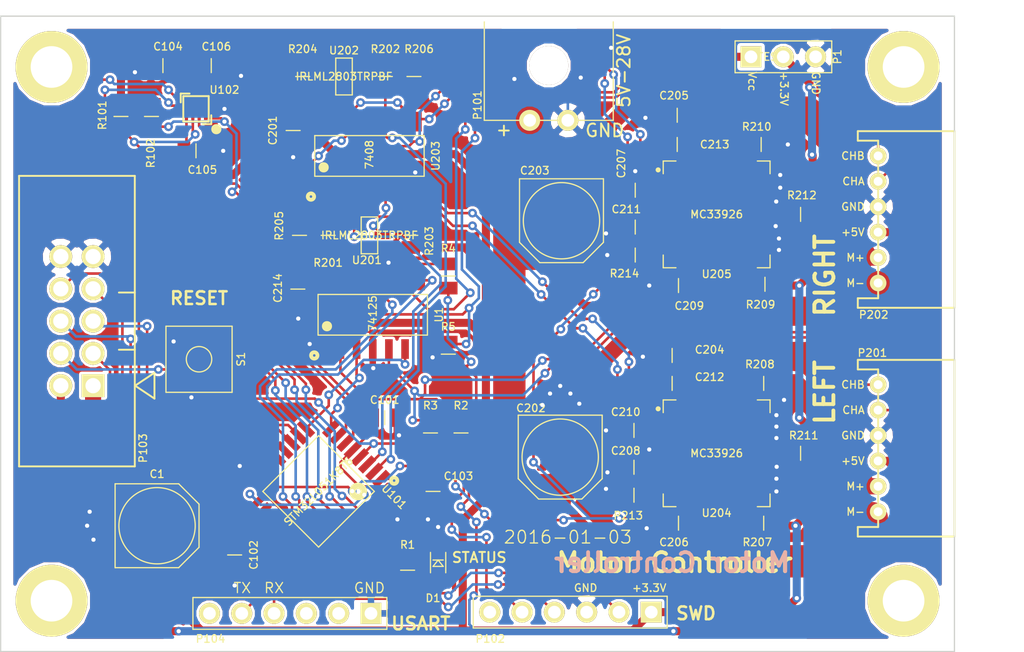
<source format=kicad_pcb>
(kicad_pcb (version 4) (host pcbnew "(2015-12-27 BZR 6404, Git c4ea4dc)-product")
  (layers (0 F.Cu signal) (31 B.Cu signal) (34 B.Paste user) (35 F.Paste user) (36 B.SilkS user) (37 F.SilkS user) (38 B.Mask user) (39 F.Mask user) (44 Edge.Cuts user))
  (net 0 "")
  (net 1 +3.3V)
  (net 2 GNDPWR)
  (net 3 "Net-(C106-Pad1)")
  (net 4 Vcc)
  (net 5 "Net-(C212-Pad2)")
  (net 6 "Net-(C213-Pad2)")
  (net 7 /SWCLK)
  (net 8 /SWDIO)
  (net 9 /NRST)
  (net 10 "Net-(P102-Pad6)")
  (net 11 +5V)
  (net 12 /NIRQ)
  (net 13 /SPICS)
  (net 14 /SPIMISO)
  (net 15 /SPIMOSI)
  (net 16 /SPISCK)
  (net 17 "Net-(P104-Pad2)")
  (net 18 "Net-(P104-Pad3)")
  (net 19 /USARTRX)
  (net 20 /USARTTX)
  (net 21 "Net-(P104-Pad6)")
  (net 22 /I2CSDA)
  (net 23 /I2CSCL)
  (net 24 /drivers/MOTORLDIR)
  (net 25 /drivers/MOTORRDIR)
  (net 26 "Net-(R203-Pad2)")
  (net 27 "Net-(R204-Pad2)")
  (net 28 /drivers/MOTORLPWM)
  (net 29 /drivers/MOTORRPWM)
  (net 30 "Net-(R207-Pad2)")
  (net 31 "Net-(R208-Pad1)")
  (net 32 "Net-(R209-Pad2)")
  (net 33 "Net-(R210-Pad1)")
  (net 34 "Net-(R211-Pad2)")
  (net 35 "Net-(R212-Pad2)")
  (net 36 "Net-(R213-Pad1)")
  (net 37 "Net-(R214-Pad1)")
  (net 38 "Net-(U203-Pad3)")
  (net 39 "Net-(U203-Pad6)")
  (net 40 "Net-(U203-Pad8)")
  (net 41 "Net-(U203-Pad11)")
  (net 42 "Net-(U204-Pad3)")
  (net 43 "Net-(U204-Pad7)")
  (net 44 "Net-(U204-Pad9)")
  (net 45 /drivers/MOTOREN)
  (net 46 "Net-(U204-Pad17)")
  (net 47 "Net-(U204-Pad25)")
  (net 48 "Net-(U205-Pad3)")
  (net 49 "Net-(U205-Pad7)")
  (net 50 "Net-(U205-Pad9)")
  (net 51 "Net-(U205-Pad17)")
  (net 52 "Net-(U205-Pad25)")
  (net 53 /drivers/MOTORRCHB)
  (net 54 /drivers/MOTORRCHA)
  (net 55 /drivers/MOTORLCHB)
  (net 56 /drivers/MOTORLCHA)
  (net 57 /COMPASSDRDY)
  (net 58 /COMPASSINT)
  (net 59 /drivers/MOTORL-)
  (net 60 /drivers/MOTORL+)
  (net 61 /drivers/MOTORR-)
  (net 62 /drivers/MOTORR+)
  (net 63 /drivers/MOTORLOUTCHA)
  (net 64 /drivers/MOTORLOUTCHB)
  (net 65 /drivers/MOTORROUTCHA)
  (net 66 /drivers/MOTORROUTCHB)
  (net 67 "Net-(D1-Pad1)")
  (net 68 /STATUS)
  (net 69 "Net-(U101-Pad18)")
  (net 70 "Net-(U101-Pad26)")
  (module kicadlib:QFP80P900X900X160-32N (layer F.Cu) (at 138 137.4 225)
    (fp_text reference U101 (at -3.9 -4.5 315) (layer F.SilkS) (effects (font (size 0.6 0.6) (thickness 0.1))))
    (fp_text value STM32L051K8T6 (at 0 0 225) (layer F.SilkS) (effects (font (size 0.6 0.6) (thickness 0.1))))
    (pad 1 smd rect (at -4.2 -2.8 225) (size 1.5 0.55) (layers F.Cu F.Paste F.Mask) (net 1 +3.3V))
    (pad 2 smd rect (at -4.2 -2 225) (size 1.5 0.55) (layers F.Cu F.Paste F.Mask) (net 25 /drivers/MOTORRDIR))
    (pad 3 smd rect (at -4.2 -1.2 225) (size 1.5 0.55) (layers F.Cu F.Paste F.Mask) (net 24 /drivers/MOTORLDIR))
    (pad 4 smd rect (at -4.2 -0.4 225) (size 1.5 0.55) (layers F.Cu F.Paste F.Mask) (net 9 /NRST))
    (pad 5 smd rect (at -4.2 0.4 225) (size 1.5 0.55) (layers F.Cu F.Paste F.Mask) (net 1 +3.3V))
    (pad 6 smd rect (at -4.2 1.2 225) (size 1.5 0.55) (layers F.Cu F.Paste F.Mask) (net 28 /drivers/MOTORLPWM))
    (pad 7 smd rect (at -4.2 2 225) (size 1.5 0.55) (layers F.Cu F.Paste F.Mask) (net 29 /drivers/MOTORRPWM))
    (pad 8 smd rect (at -4.2 2.8 225) (size 1.5 0.55) (layers F.Cu F.Paste F.Mask) (net 56 /drivers/MOTORLCHA))
    (pad 9 smd rect (at -2.8 4.2 225) (size 0.55 1.5) (layers F.Cu F.Paste F.Mask) (net 55 /drivers/MOTORLCHB))
    (pad 10 smd rect (at -2 4.2 225) (size 0.55 1.5) (layers F.Cu F.Paste F.Mask) (net 13 /SPICS))
    (pad 11 smd rect (at -1.2 4.2 225) (size 0.55 1.5) (layers F.Cu F.Paste F.Mask) (net 16 /SPISCK))
    (pad 12 smd rect (at -0.4 4.2 225) (size 0.55 1.5) (layers F.Cu F.Paste F.Mask) (net 14 /SPIMISO))
    (pad 13 smd rect (at 0.4 4.2 225) (size 0.55 1.5) (layers F.Cu F.Paste F.Mask) (net 15 /SPIMOSI))
    (pad 14 smd rect (at 1.2 4.2 225) (size 0.55 1.5) (layers F.Cu F.Paste F.Mask) (net 12 /NIRQ))
    (pad 15 smd rect (at 2 4.2 225) (size 0.55 1.5) (layers F.Cu F.Paste F.Mask) (net 45 /drivers/MOTOREN))
    (pad 16 smd rect (at 2.8 4.2 225) (size 0.55 1.5) (layers F.Cu F.Paste F.Mask) (net 2 GNDPWR))
    (pad 17 smd rect (at 4.2 2.8 225) (size 1.5 0.55) (layers F.Cu F.Paste F.Mask) (net 1 +3.3V))
    (pad 18 smd rect (at 4.2 2 225) (size 1.5 0.55) (layers F.Cu F.Paste F.Mask) (net 69 "Net-(U101-Pad18)"))
    (pad 19 smd rect (at 4.2 1.2 225) (size 1.5 0.55) (layers F.Cu F.Paste F.Mask) (net 20 /USARTTX))
    (pad 20 smd rect (at 4.2 0.4 225) (size 1.5 0.55) (layers F.Cu F.Paste F.Mask) (net 19 /USARTRX))
    (pad 21 smd rect (at 4.2 -0.4 225) (size 1.5 0.55) (layers F.Cu F.Paste F.Mask) (net 53 /drivers/MOTORRCHB))
    (pad 22 smd rect (at 4.2 -1.2 225) (size 1.5 0.55) (layers F.Cu F.Paste F.Mask) (net 54 /drivers/MOTORRCHA))
    (pad 23 smd rect (at 4.2 -2 225) (size 1.5 0.55) (layers F.Cu F.Paste F.Mask) (net 8 /SWDIO))
    (pad 24 smd rect (at 4.2 -2.8 225) (size 1.5 0.55) (layers F.Cu F.Paste F.Mask) (net 7 /SWCLK))
    (pad 25 smd rect (at 2.8 -4.2 225) (size 0.55 1.5) (layers F.Cu F.Paste F.Mask) (net 68 /STATUS))
    (pad 26 smd rect (at 2 -4.2 225) (size 0.55 1.5) (layers F.Cu F.Paste F.Mask) (net 70 "Net-(U101-Pad26)"))
    (pad 27 smd rect (at 1.2 -4.2 225) (size 0.55 1.5) (layers F.Cu F.Paste F.Mask) (net 58 /COMPASSINT))
    (pad 28 smd rect (at 0.4 -4.2 225) (size 0.55 1.5) (layers F.Cu F.Paste F.Mask) (net 57 /COMPASSDRDY))
    (pad 29 smd rect (at -0.4 -4.2 225) (size 0.55 1.5) (layers F.Cu F.Paste F.Mask) (net 23 /I2CSCL))
    (pad 30 smd rect (at -1.2 -4.2 225) (size 0.55 1.5) (layers F.Cu F.Paste F.Mask) (net 22 /I2CSDA))
    (pad 31 smd rect (at -2 -4.2 225) (size 0.55 1.5) (layers F.Cu F.Paste F.Mask) (net 2 GNDPWR))
    (pad 32 smd rect (at -2.8 -4.2 225) (size 0.55 1.5) (layers F.Cu F.Paste F.Mask) (net 2 GNDPWR))
  )
  (module kicadlib:JST-S6B-PH-K (layer F.Cu) (at 182 134 270)
    (fp_text reference P201 (at -7.5 0.45 360) (layer F.SilkS) (effects (font (size 0.6 0.6) (thickness 0.1))))
    (fp_text value P06-MOTOR)
    (pad 1 thru_hole circle (at 5 0 270) (size 1.3 1.3) (drill 0.7) (layers *.Cu *.Mask F.SilkS) (net 59 /drivers/MOTORL-))
    (pad 2 thru_hole circle (at 3 0 270) (size 1.3 1.3) (drill 0.7) (layers *.Cu *.Mask F.SilkS) (net 60 /drivers/MOTORL+))
    (pad 3 thru_hole circle (at 1 0 270) (size 1.3 1.3) (drill 0.7) (layers *.Cu *.Mask F.SilkS) (net 11 +5V))
    (pad 4 thru_hole circle (at -1 0 270) (size 1.3 1.3) (drill 0.7) (layers *.Cu *.Mask F.SilkS) (net 2 GNDPWR))
    (pad 5 thru_hole circle (at -3 0 270) (size 1.3 1.3) (drill 0.7) (layers *.Cu *.Mask F.SilkS) (net 63 /drivers/MOTORLOUTCHA))
    (pad 6 thru_hole circle (at -5 0 270) (size 1.3 1.3) (drill 0.7) (layers *.Cu *.Mask F.SilkS) (net 64 /drivers/MOTORLOUTCHB))
  )
  (module kicadlib:CAPC2012X100N (layer F.Cu) (at 143.2 131.6)
    (fp_text reference C101 (at 0 -1.4 180) (layer F.SilkS) (effects (font (size 0.6 0.6) (thickness 0.1))))
    (fp_text value 0.1uF)
    (pad 1 smd rect (at -0.95 0) (size 1 1.45) (layers F.Cu F.Paste F.Mask) (net 1 +3.3V))
    (pad 2 smd rect (at 0.95 0) (size 1 1.45) (layers F.Cu F.Paste F.Mask) (net 2 GNDPWR))
  )
  (module kicadlib:CAPC2012X100N (layer F.Cu) (at 131.4 142.4 270)
    (fp_text reference C102 (at 0 -1.5 450) (layer F.SilkS) (effects (font (size 0.6 0.6) (thickness 0.1))))
    (fp_text value 0.1uF)
    (pad 1 smd rect (at -0.95 0 270) (size 1 1.45) (layers F.Cu F.Paste F.Mask) (net 1 +3.3V))
    (pad 2 smd rect (at 0.95 0 270) (size 1 1.45) (layers F.Cu F.Paste F.Mask) (net 2 GNDPWR))
  )
  (module kicadlib:CAPC2012X100N (layer F.Cu) (at 147 137.4 270)
    (fp_text reference C103 (at -1.2 -2 540) (layer F.SilkS) (effects (font (size 0.6 0.6) (thickness 0.1))))
    (fp_text value 0.1uF)
    (pad 1 smd rect (at -0.95 0 270) (size 1 1.45) (layers F.Cu F.Paste F.Mask) (net 1 +3.3V))
    (pad 2 smd rect (at 0.95 0 270) (size 1 1.45) (layers F.Cu F.Paste F.Mask) (net 2 GNDPWR))
  )
  (module kicadlib:CAPC2012X100N (layer F.Cu) (at 125.761457 103.894165 180)
    (fp_text reference C104 (at -0.4 1.5 360) (layer F.SilkS) (effects (font (size 0.6 0.6) (thickness 0.1))))
    (fp_text value 1uF)
    (pad 1 smd rect (at -0.95 0 180) (size 1 1.45) (layers F.Cu F.Paste F.Mask) (net 1 +3.3V))
    (pad 2 smd rect (at 0.95 0 180) (size 1 1.45) (layers F.Cu F.Paste F.Mask) (net 2 GNDPWR))
  )
  (module kicadlib:CAPC2012X100N (layer F.Cu) (at 128.361457 110.594165)
    (fp_text reference C105 (at 0.5 1.5 180) (layer F.SilkS) (effects (font (size 0.6 0.6) (thickness 0.1))))
    (fp_text value 0.1uF)
    (pad 1 smd rect (at -0.95 0) (size 1 1.45) (layers F.Cu F.Paste F.Mask) (net 1 +3.3V))
    (pad 2 smd rect (at 0.95 0) (size 1 1.45) (layers F.Cu F.Paste F.Mask) (net 2 GNDPWR))
  )
  (module kicadlib:CAPC2012X100N (layer F.Cu) (at 129.561457 103.894165)
    (fp_text reference C106 (at 0.4 -1.5 180) (layer F.SilkS) (effects (font (size 0.6 0.6) (thickness 0.1))))
    (fp_text value 0.1uF)
    (pad 1 smd rect (at -0.95 0) (size 1 1.45) (layers F.Cu F.Paste F.Mask) (net 3 "Net-(C106-Pad1)"))
    (pad 2 smd rect (at 0.95 0) (size 1 1.45) (layers F.Cu F.Paste F.Mask) (net 2 GNDPWR))
  )
  (module kicadlib:CAPC2012X100N (layer F.Cu) (at 136 109 270)
    (fp_text reference C201 (at 0 1.6 450) (layer F.SilkS) (effects (font (size 0.6 0.6) (thickness 0.1))))
    (fp_text value 0.1uF)
    (pad 1 smd rect (at -0.95 0 270) (size 1 1.45) (layers F.Cu F.Paste F.Mask) (net 1 +3.3V))
    (pad 2 smd rect (at 0.95 0 270) (size 1 1.45) (layers F.Cu F.Paste F.Mask) (net 2 GNDPWR))
  )
  (module kicadlib:CAPAE660X790N (layer F.Cu) (at 157 134.7 90)
    (fp_text reference C202 (at 3.85 -2.3 180) (layer F.SilkS) (effects (font (size 0.6 0.6) (thickness 0.1))))
    (fp_text value "100uF 35V")
    (pad 1 smd rect (at -2.6 0 90) (size 3.25 1.65) (layers F.Cu F.Paste F.Mask) (net 4 Vcc))
    (pad 2 smd rect (at 2.6 0 90) (size 3.25 1.65) (layers F.Cu F.Paste F.Mask) (net 2 GNDPWR))
  )
  (module kicadlib:CAPAE660X790N (layer F.Cu) (at 157.1 116.1 90)
    (fp_text reference C203 (at 3.95 -2.1 180) (layer F.SilkS) (effects (font (size 0.6 0.6) (thickness 0.1))))
    (fp_text value "100uF 35V")
    (pad 1 smd rect (at -2.6 0 90) (size 3.25 1.65) (layers F.Cu F.Paste F.Mask) (net 4 Vcc))
    (pad 2 smd rect (at 2.6 0 90) (size 3.25 1.65) (layers F.Cu F.Paste F.Mask) (net 2 GNDPWR))
  )
  (module kicadlib:CAPC2012X100N (layer F.Cu) (at 165.8 126.7 180)
    (fp_text reference C204 (at -2.95 0.45 360) (layer F.SilkS) (effects (font (size 0.6 0.6) (thickness 0.1))))
    (fp_text value "0.1uF 35V")
    (pad 1 smd rect (at -0.95 0 180) (size 1 1.45) (layers F.Cu F.Paste F.Mask) (net 4 Vcc))
    (pad 2 smd rect (at 0.95 0 180) (size 1 1.45) (layers F.Cu F.Paste F.Mask) (net 2 GNDPWR))
  )
  (module kicadlib:CAPC2012X100N (layer F.Cu) (at 166.2 107.8 180)
    (fp_text reference C205 (at 0.25 1.55 360) (layer F.SilkS) (effects (font (size 0.6 0.6) (thickness 0.1))))
    (fp_text value "0.1uF 35V")
    (pad 1 smd rect (at -0.95 0 180) (size 1 1.45) (layers F.Cu F.Paste F.Mask) (net 4 Vcc))
    (pad 2 smd rect (at 0.95 0 180) (size 1 1.45) (layers F.Cu F.Paste F.Mask) (net 2 GNDPWR))
  )
  (module kicadlib:CAPC2012X100N (layer F.Cu) (at 166.3 139.9 180)
    (fp_text reference C206 (at 0.35 -1.5 360) (layer F.SilkS) (effects (font (size 0.6 0.6) (thickness 0.1))))
    (fp_text value "0.1uF 35V")
    (pad 1 smd rect (at -0.95 0 180) (size 1 1.45) (layers F.Cu F.Paste F.Mask) (net 4 Vcc))
    (pad 2 smd rect (at 0.95 0 180) (size 1 1.45) (layers F.Cu F.Paste F.Mask) (net 2 GNDPWR))
  )
  (module kicadlib:CAPC2012X100N (layer F.Cu) (at 162.9 113.7 180)
    (fp_text reference C207 (at 1.1 2.1 450) (layer F.SilkS) (effects (font (size 0.6 0.6) (thickness 0.1))))
    (fp_text value "0.1uF 35V")
    (pad 1 smd rect (at -0.95 0 180) (size 1 1.45) (layers F.Cu F.Paste F.Mask) (net 4 Vcc))
    (pad 2 smd rect (at 0.95 0 180) (size 1 1.45) (layers F.Cu F.Paste F.Mask) (net 2 GNDPWR))
  )
  (module kicadlib:CAPC2012X100N (layer F.Cu) (at 162.8 135.5 180)
    (fp_text reference C208 (at 0.65 1.3 360) (layer F.SilkS) (effects (font (size 0.6 0.6) (thickness 0.1))))
    (fp_text value "0.1uF 35V")
    (pad 1 smd rect (at -0.95 0 180) (size 1 1.45) (layers F.Cu F.Paste F.Mask) (net 4 Vcc))
    (pad 2 smd rect (at 0.95 0 180) (size 1 1.45) (layers F.Cu F.Paste F.Mask) (net 2 GNDPWR))
  )
  (module kicadlib:CAPC2012X100N (layer F.Cu) (at 166.3 121.2 180)
    (fp_text reference C209 (at -0.85 -1.6 360) (layer F.SilkS) (effects (font (size 0.6 0.6) (thickness 0.1))))
    (fp_text value "0.1uF 35V")
    (pad 1 smd rect (at -0.95 0 180) (size 1 1.45) (layers F.Cu F.Paste F.Mask) (net 4 Vcc))
    (pad 2 smd rect (at 0.95 0 180) (size 1 1.45) (layers F.Cu F.Paste F.Mask) (net 2 GNDPWR))
  )
  (module kicadlib:CAPC2012X100N (layer F.Cu) (at 162.8 132.6 180)
    (fp_text reference C210 (at 0.65 1.45 360) (layer F.SilkS) (effects (font (size 0.6 0.6) (thickness 0.1))))
    (fp_text value "0.1uF 35V")
    (pad 1 smd rect (at -0.95 0 180) (size 1 1.45) (layers F.Cu F.Paste F.Mask) (net 4 Vcc))
    (pad 2 smd rect (at 0.95 0 180) (size 1 1.45) (layers F.Cu F.Paste F.Mask) (net 2 GNDPWR))
  )
  (module kicadlib:CAPC2012X100N (layer F.Cu) (at 162.9 116.6 180)
    (fp_text reference C211 (at 0.7 1.4 180) (layer F.SilkS) (effects (font (size 0.6 0.6) (thickness 0.1))))
    (fp_text value "0.1uF 35V")
    (pad 1 smd rect (at -0.95 0 180) (size 1 1.45) (layers F.Cu F.Paste F.Mask) (net 4 Vcc))
    (pad 2 smd rect (at 0.95 0 180) (size 1 1.45) (layers F.Cu F.Paste F.Mask) (net 2 GNDPWR))
  )
  (module kicadlib:CAPC2012X100N (layer F.Cu) (at 165.8 128.9 180)
    (fp_text reference C212 (at -2.95 0.5 360) (layer F.SilkS) (effects (font (size 0.6 0.6) (thickness 0.1))))
    (fp_text value "33nF 35V")
    (pad 1 smd rect (at -0.95 0 180) (size 1 1.45) (layers F.Cu F.Paste F.Mask) (net 4 Vcc))
    (pad 2 smd rect (at 0.95 0 180) (size 1 1.45) (layers F.Cu F.Paste F.Mask) (net 5 "Net-(C212-Pad2)"))
  )
  (module kicadlib:CAPC2012X100N (layer F.Cu) (at 166.2 110.1 180)
    (fp_text reference C213 (at -2.95 0 360) (layer F.SilkS) (effects (font (size 0.6 0.6) (thickness 0.1))))
    (fp_text value "33nF 35V")
    (pad 1 smd rect (at -0.95 0 180) (size 1 1.45) (layers F.Cu F.Paste F.Mask) (net 4 Vcc))
    (pad 2 smd rect (at 0.95 0 180) (size 1 1.45) (layers F.Cu F.Paste F.Mask) (net 6 "Net-(C213-Pad2)"))
  )
  (module kicadlib:CAPC2012X100N (layer F.Cu) (at 136.369145 121.481052 270)
    (fp_text reference C214 (at -0.081052 1.569145 270) (layer F.SilkS) (effects (font (size 0.6 0.6) (thickness 0.1))))
    (fp_text value 0.1uF)
    (pad 1 smd rect (at -0.95 0 270) (size 1 1.45) (layers F.Cu F.Paste F.Mask) (net 1 +3.3V))
    (pad 2 smd rect (at 0.95 0 270) (size 1 1.45) (layers F.Cu F.Paste F.Mask) (net 2 GNDPWR))
  )
  (module kicadlib:HDRV6W66P254_1X6_1524X249X838P (layer F.Cu) (at 164.16 146.9 180)
    (fp_text reference P102 (at 12.66 -2.1 360) (layer F.SilkS) (effects (font (size 0.6 0.6) (thickness 0.1))))
    (fp_text value SWD)
    (pad 1 thru_hole rect (at 0 0 180) (size 1.65 1.65) (drill 1) (layers *.Cu *.Mask F.SilkS) (net 1 +3.3V))
    (pad 2 thru_hole circle (at 2.54 0 180) (size 1.65 1.65) (drill 1) (layers *.Cu *.Mask F.SilkS) (net 7 /SWCLK))
    (pad 3 thru_hole circle (at 5.08 0 180) (size 1.65 1.65) (drill 1) (layers *.Cu *.Mask F.SilkS) (net 2 GNDPWR))
    (pad 4 thru_hole circle (at 7.62 0 180) (size 1.65 1.65) (drill 1) (layers *.Cu *.Mask F.SilkS) (net 8 /SWDIO))
    (pad 5 thru_hole circle (at 10.16 0 180) (size 1.65 1.65) (drill 1) (layers *.Cu *.Mask F.SilkS) (net 9 /NRST))
    (pad 6 thru_hole circle (at 12.7 0 180) (size 1.65 1.65) (drill 1) (layers *.Cu *.Mask F.SilkS) (net 10 "Net-(P102-Pad6)"))
  )
  (module kicadlib:SHDRV10W66P254_2X5_2286X910X910P (layer F.Cu) (at 119 124 90)
    (fp_text reference P103 (at -10 5.2 90) (layer F.SilkS) (effects (font (size 0.6 0.6) (thickness 0.1))))
    (fp_text value EDISON-BULB-E10)
    (pad 1 thru_hole rect (at -5.08 1.27 90) (size 1.8 1.8) (drill 1.2) (layers *.Cu *.Mask F.SilkS) (net 1 +3.3V))
    (pad 2 thru_hole circle (at -5.08 -1.27 90) (size 1.8 1.8) (drill 1.2) (layers *.Cu *.Mask F.SilkS) (net 11 +5V))
    (pad 3 thru_hole circle (at -2.54 1.27 90) (size 1.8 1.8) (drill 1.2) (layers *.Cu *.Mask F.SilkS) (net 12 /NIRQ))
    (pad 4 thru_hole circle (at -2.54 -1.27 90) (size 1.8 1.8) (drill 1.2) (layers *.Cu *.Mask F.SilkS) (net 9 /NRST))
    (pad 5 thru_hole circle (at 0 1.27 90) (size 1.8 1.8) (drill 1.2) (layers *.Cu *.Mask F.SilkS) (net 13 /SPICS))
    (pad 6 thru_hole circle (at 0 -1.27 90) (size 1.8 1.8) (drill 1.2) (layers *.Cu *.Mask F.SilkS) (net 14 /SPIMISO))
    (pad 7 thru_hole circle (at 2.54 1.27 90) (size 1.8 1.8) (drill 1.2) (layers *.Cu *.Mask F.SilkS) (net 15 /SPIMOSI))
    (pad 8 thru_hole circle (at 2.54 -1.27 90) (size 1.8 1.8) (drill 1.2) (layers *.Cu *.Mask F.SilkS) (net 16 /SPISCK))
    (pad 9 thru_hole circle (at 5.08 1.27 90) (size 1.8 1.8) (drill 1.2) (layers *.Cu *.Mask F.SilkS) (net 2 GNDPWR))
    (pad 10 thru_hole circle (at 5.08 -1.27 90) (size 1.8 1.8) (drill 1.2) (layers *.Cu *.Mask F.SilkS) (net 2 GNDPWR))
  )
  (module kicadlib:HDRV6W66P254_1X6_1524X249X838P (layer F.Cu) (at 142.12 147 180)
    (fp_text reference P104 (at 12.62 -2 360) (layer F.SilkS) (effects (font (size 0.6 0.6) (thickness 0.1))))
    (fp_text value FTDI-PLUG)
    (pad 1 thru_hole rect (at 0 0 180) (size 1.65 1.65) (drill 1) (layers *.Cu *.Mask F.SilkS) (net 2 GNDPWR))
    (pad 2 thru_hole circle (at 2.54 0 180) (size 1.65 1.65) (drill 1) (layers *.Cu *.Mask F.SilkS) (net 17 "Net-(P104-Pad2)"))
    (pad 3 thru_hole circle (at 5.08 0 180) (size 1.65 1.65) (drill 1) (layers *.Cu *.Mask F.SilkS) (net 18 "Net-(P104-Pad3)"))
    (pad 4 thru_hole circle (at 7.62 0 180) (size 1.65 1.65) (drill 1) (layers *.Cu *.Mask F.SilkS) (net 19 /USARTRX))
    (pad 5 thru_hole circle (at 10.16 0 180) (size 1.65 1.65) (drill 1) (layers *.Cu *.Mask F.SilkS) (net 20 /USARTTX))
    (pad 6 thru_hole circle (at 12.7 0 180) (size 1.65 1.65) (drill 1) (layers *.Cu *.Mask F.SilkS) (net 21 "Net-(P104-Pad6)"))
  )
  (module kicadlib:RESC2012X100N (layer F.Cu) (at 122.461457 107.894165 270)
    (fp_text reference R101 (at -0.094165 1.461457 450) (layer F.SilkS) (effects (font (size 0.6 0.6) (thickness 0.1))))
    (fp_text value 4.7K)
    (pad 1 smd rect (at -0.95 0 270) (size 1 1.45) (layers F.Cu F.Paste F.Mask) (net 1 +3.3V))
    (pad 2 smd rect (at 0.95 0 270) (size 1 1.45) (layers F.Cu F.Paste F.Mask) (net 22 /I2CSDA))
  )
  (module kicadlib:RESC2012X100N (layer F.Cu) (at 124.861457 107.894165 270)
    (fp_text reference R102 (at 2.905835 0.061457 450) (layer F.SilkS) (effects (font (size 0.6 0.6) (thickness 0.1))))
    (fp_text value 4.7K)
    (pad 1 smd rect (at -0.95 0 270) (size 1 1.45) (layers F.Cu F.Paste F.Mask) (net 1 +3.3V))
    (pad 2 smd rect (at 0.95 0 270) (size 1 1.45) (layers F.Cu F.Paste F.Mask) (net 23 /I2CSCL))
  )
  (module kicadlib:RESC2012X100N (layer F.Cu) (at 138.75 117.25 270)
    (fp_text reference R201 (at 2.159 0 360) (layer F.SilkS) (effects (font (size 0.6 0.6) (thickness 0.1))))
    (fp_text value 10K)
    (pad 1 smd rect (at -0.95 0 270) (size 1 1.45) (layers F.Cu F.Paste F.Mask) (net 24 /drivers/MOTORLDIR))
    (pad 2 smd rect (at 0.95 0 270) (size 1 1.45) (layers F.Cu F.Paste F.Mask) (net 2 GNDPWR))
  )
  (module kicadlib:RESC2012X100N (layer F.Cu) (at 143.25 104.75 90)
    (fp_text reference R202 (at 2.159 0 180) (layer F.SilkS) (effects (font (size 0.6 0.6) (thickness 0.1))))
    (fp_text value 10K)
    (pad 1 smd rect (at -0.95 0 90) (size 1 1.45) (layers F.Cu F.Paste F.Mask) (net 25 /drivers/MOTORRDIR))
    (pad 2 smd rect (at 0.95 0 90) (size 1 1.45) (layers F.Cu F.Paste F.Mask) (net 2 GNDPWR))
  )
  (module kicadlib:RESC2012X100N (layer F.Cu) (at 145.25 117.25 90)
    (fp_text reference R203 (at -0.45 1.45 270) (layer F.SilkS) (effects (font (size 0.6 0.6) (thickness 0.1))))
    (fp_text value 10K)
    (pad 1 smd rect (at -0.95 0 90) (size 1 1.45) (layers F.Cu F.Paste F.Mask) (net 1 +3.3V))
    (pad 2 smd rect (at 0.95 0 90) (size 1 1.45) (layers F.Cu F.Paste F.Mask) (net 26 "Net-(R203-Pad2)"))
  )
  (module kicadlib:RESC2012X100N (layer F.Cu) (at 136.75 104.75 90)
    (fp_text reference R204 (at 2.159 0 180) (layer F.SilkS) (effects (font (size 0.6 0.6) (thickness 0.1))))
    (fp_text value 10K)
    (pad 1 smd rect (at -0.95 0 90) (size 1 1.45) (layers F.Cu F.Paste F.Mask) (net 1 +3.3V))
    (pad 2 smd rect (at 0.95 0 90) (size 1 1.45) (layers F.Cu F.Paste F.Mask) (net 27 "Net-(R204-Pad2)"))
  )
  (module kicadlib:RESC2012X100N (layer F.Cu) (at 136.5 117.25 270)
    (fp_text reference R205 (at -0.75 1.6 450) (layer F.SilkS) (effects (font (size 0.6 0.6) (thickness 0.1))))
    (fp_text value 10K)
    (pad 1 smd rect (at -0.95 0 270) (size 1 1.45) (layers F.Cu F.Paste F.Mask) (net 28 /drivers/MOTORLPWM))
    (pad 2 smd rect (at 0.95 0 270) (size 1 1.45) (layers F.Cu F.Paste F.Mask) (net 2 GNDPWR))
  )
  (module kicadlib:RESC2012X100N (layer F.Cu) (at 145.5 104.75 90)
    (fp_text reference R206 (at 2.159 0.4 180) (layer F.SilkS) (effects (font (size 0.6 0.6) (thickness 0.1))))
    (fp_text value 10K)
    (pad 1 smd rect (at -0.95 0 90) (size 1 1.45) (layers F.Cu F.Paste F.Mask) (net 29 /drivers/MOTORRPWM))
    (pad 2 smd rect (at 0.95 0 90) (size 1 1.45) (layers F.Cu F.Paste F.Mask) (net 2 GNDPWR))
  )
  (module kicadlib:RESC2012X100N (layer F.Cu) (at 173 139.9 180)
    (fp_text reference R207 (at 0.5 -1.5 360) (layer F.SilkS) (effects (font (size 0.6 0.6) (thickness 0.1))))
    (fp_text value 10K)
    (pad 1 smd rect (at -0.95 0 180) (size 1 1.45) (layers F.Cu F.Paste F.Mask) (net 1 +3.3V))
    (pad 2 smd rect (at 0.95 0 180) (size 1 1.45) (layers F.Cu F.Paste F.Mask) (net 30 "Net-(R207-Pad2)"))
  )
  (module kicadlib:RESC2012X100N (layer F.Cu) (at 173 128.9)
    (fp_text reference R208 (at -0.3 -1.5 180) (layer F.SilkS) (effects (font (size 0.6 0.6) (thickness 0.1))))
    (fp_text value 10K)
    (pad 1 smd rect (at -0.95 0) (size 1 1.45) (layers F.Cu F.Paste F.Mask) (net 31 "Net-(R208-Pad1)"))
    (pad 2 smd rect (at 0.95 0) (size 1 1.45) (layers F.Cu F.Paste F.Mask) (net 2 GNDPWR))
  )
  (module kicadlib:RESC2012X100N (layer F.Cu) (at 173.1 121.1 180)
    (fp_text reference R209 (at 0.35 -1.6 360) (layer F.SilkS) (effects (font (size 0.6 0.6) (thickness 0.1))))
    (fp_text value 10K)
    (pad 1 smd rect (at -0.95 0 180) (size 1 1.45) (layers F.Cu F.Paste F.Mask) (net 1 +3.3V))
    (pad 2 smd rect (at 0.95 0 180) (size 1 1.45) (layers F.Cu F.Paste F.Mask) (net 32 "Net-(R209-Pad2)"))
  )
  (module kicadlib:RESC2012X100N (layer F.Cu) (at 172.8 110.1)
    (fp_text reference R210 (at -0.35 -1.4 180) (layer F.SilkS) (effects (font (size 0.6 0.6) (thickness 0.1))))
    (fp_text value 10K)
    (pad 1 smd rect (at -0.95 0) (size 1 1.45) (layers F.Cu F.Paste F.Mask) (net 33 "Net-(R210-Pad1)"))
    (pad 2 smd rect (at 0.95 0) (size 1 1.45) (layers F.Cu F.Paste F.Mask) (net 2 GNDPWR))
  )
  (module kicadlib:RESC2012X100N (layer F.Cu) (at 175.9 134.4 180)
    (fp_text reference R211 (at -0.25 1.4 360) (layer F.SilkS) (effects (font (size 0.6 0.6) (thickness 0.1))))
    (fp_text value 10K)
    (pad 1 smd rect (at -0.95 0 180) (size 1 1.45) (layers F.Cu F.Paste F.Mask) (net 1 +3.3V))
    (pad 2 smd rect (at 0.95 0 180) (size 1 1.45) (layers F.Cu F.Paste F.Mask) (net 34 "Net-(R211-Pad2)"))
  )
  (module kicadlib:RESC2012X100N (layer F.Cu) (at 175.9 115.6 180)
    (fp_text reference R212 (at -0.1 1.5 360) (layer F.SilkS) (effects (font (size 0.6 0.6) (thickness 0.1))))
    (fp_text value 10K)
    (pad 1 smd rect (at -0.95 0 180) (size 1 1.45) (layers F.Cu F.Paste F.Mask) (net 1 +3.3V))
    (pad 2 smd rect (at 0.95 0 180) (size 1 1.45) (layers F.Cu F.Paste F.Mask) (net 35 "Net-(R212-Pad2)"))
  )
  (module kicadlib:RESC2012X100N (layer F.Cu) (at 162.8 137.7 180)
    (fp_text reference R213 (at 0.45 -1.6 360) (layer F.SilkS) (effects (font (size 0.6 0.6) (thickness 0.1))))
    (fp_text value 270R)
    (pad 1 smd rect (at -0.95 0 180) (size 1 1.45) (layers F.Cu F.Paste F.Mask) (net 36 "Net-(R213-Pad1)"))
    (pad 2 smd rect (at 0.95 0 180) (size 1 1.45) (layers F.Cu F.Paste F.Mask) (net 2 GNDPWR))
  )
  (module kicadlib:RESC2012X100N (layer F.Cu) (at 162.9 118.8 180)
    (fp_text reference R214 (at 0.85 -1.45 360) (layer F.SilkS) (effects (font (size 0.6 0.6) (thickness 0.1))))
    (fp_text value 270R)
    (pad 1 smd rect (at -0.95 0 180) (size 1 1.45) (layers F.Cu F.Paste F.Mask) (net 37 "Net-(R214-Pad1)"))
    (pad 2 smd rect (at 0.95 0 180) (size 1 1.45) (layers F.Cu F.Paste F.Mask) (net 2 GNDPWR))
  )
  (module kicadlib:SOT95P237X112_123-3N (layer F.Cu) (at 142 117.25)
    (fp_text reference U201 (at -0.2 1.95) (layer F.SilkS) (effects (font (size 0.6 0.6) (thickness 0.1))))
    (fp_text value IRLML2803TRPBF (at 0 0) (layer F.SilkS) (effects (font (size 0.6 0.6) (thickness 0.1))))
    (pad 1 smd rect (at -1.05 -0.95) (size 1.3 0.6) (layers F.Cu F.Paste F.Mask) (net 24 /drivers/MOTORLDIR))
    (pad 2 smd rect (at -1.05 0.95) (size 1.3 0.6) (layers F.Cu F.Paste F.Mask) (net 2 GNDPWR))
    (pad 3 smd rect (at 1.05 0) (size 1.3 0.6) (layers F.Cu F.Paste F.Mask) (net 26 "Net-(R203-Pad2)"))
  )
  (module kicadlib:SOT95P237X112_123-3N (layer F.Cu) (at 140 104.75 180)
    (fp_text reference U202 (at 0 2.05 180) (layer F.SilkS) (effects (font (size 0.6 0.6) (thickness 0.1))))
    (fp_text value IRLML2803TRPBF (at 0 0 180) (layer F.SilkS) (effects (font (size 0.6 0.6) (thickness 0.1))))
    (pad 1 smd rect (at -1.05 -0.95 180) (size 1.3 0.6) (layers F.Cu F.Paste F.Mask) (net 25 /drivers/MOTORRDIR))
    (pad 2 smd rect (at -1.05 0.95 180) (size 1.3 0.6) (layers F.Cu F.Paste F.Mask) (net 2 GNDPWR))
    (pad 3 smd rect (at 1.05 0 180) (size 1.3 0.6) (layers F.Cu F.Paste F.Mask) (net 27 "Net-(R204-Pad2)"))
  )
  (module kicadlib:SOIC127P600X175-14N (layer F.Cu) (at 142 111 90)
    (fp_text reference U203 (at 0 5.207 90) (layer F.SilkS) (effects (font (size 0.6 0.6) (thickness 0.1))))
    (fp_text value 7408 (at 0.1 0 90) (layer F.SilkS) (effects (font (size 0.6 0.6) (thickness 0.1))))
    (pad 1 smd rect (at -2.7 -3.81 90) (size 1.55 0.6) (layers F.Cu F.Paste F.Mask) (net 28 /drivers/MOTORLPWM))
    (pad 2 smd rect (at -2.7 -2.54 90) (size 1.55 0.6) (layers F.Cu F.Paste F.Mask) (net 24 /drivers/MOTORLDIR))
    (pad 3 smd rect (at -2.7 -1.27 90) (size 1.55 0.6) (layers F.Cu F.Paste F.Mask) (net 38 "Net-(U203-Pad3)"))
    (pad 4 smd rect (at -2.7 0 90) (size 1.55 0.6) (layers F.Cu F.Paste F.Mask) (net 28 /drivers/MOTORLPWM))
    (pad 5 smd rect (at -2.7 1.27 90) (size 1.55 0.6) (layers F.Cu F.Paste F.Mask) (net 26 "Net-(R203-Pad2)"))
    (pad 6 smd rect (at -2.7 2.54 90) (size 1.55 0.6) (layers F.Cu F.Paste F.Mask) (net 39 "Net-(U203-Pad6)"))
    (pad 7 smd rect (at -2.7 3.81 90) (size 1.55 0.6) (layers F.Cu F.Paste F.Mask) (net 2 GNDPWR))
    (pad 8 smd rect (at 2.7 3.81 90) (size 1.55 0.6) (layers F.Cu F.Paste F.Mask) (net 40 "Net-(U203-Pad8)"))
    (pad 9 smd rect (at 2.7 2.54 90) (size 1.55 0.6) (layers F.Cu F.Paste F.Mask) (net 29 /drivers/MOTORRPWM))
    (pad 10 smd rect (at 2.7 1.27 90) (size 1.55 0.6) (layers F.Cu F.Paste F.Mask) (net 25 /drivers/MOTORRDIR))
    (pad 11 smd rect (at 2.7 0 90) (size 1.55 0.6) (layers F.Cu F.Paste F.Mask) (net 41 "Net-(U203-Pad11)"))
    (pad 12 smd rect (at 2.7 -1.27 90) (size 1.55 0.6) (layers F.Cu F.Paste F.Mask) (net 29 /drivers/MOTORRPWM))
    (pad 13 smd rect (at 2.7 -2.54 90) (size 1.55 0.6) (layers F.Cu F.Paste F.Mask) (net 27 "Net-(R204-Pad2)"))
    (pad 14 smd rect (at 2.7 -3.81 90) (size 1.55 0.6) (layers F.Cu F.Paste F.Mask) (net 1 +3.3V))
  )
  (module kicadlib:PQFN80P800X800X220-33N (layer F.Cu) (at 169.3 134.4)
    (fp_text reference U204 (at 0 4.699) (layer F.SilkS) (effects (font (size 0.6 0.6) (thickness 0.1))))
    (fp_text value MC33926 (at 0 0) (layer F.SilkS) (effects (font (size 0.6 0.6) (thickness 0.1))))
    (pad 1 smd rect (at -3.45 -3.45) (size 1.08 1.08) (layers F.Cu F.Paste F.Mask) (net 39 "Net-(U203-Pad6)"))
    (pad 2 smd rect (at -3.45 -2.4) (size 1.08 0.55) (layers F.Cu F.Paste F.Mask) (net 38 "Net-(U203-Pad3)"))
    (pad 3 smd rect (at -3.45 -1.6) (size 1.08 0.55) (layers F.Cu F.Paste F.Mask) (net 42 "Net-(U204-Pad3)"))
    (pad 4 smd rect (at -3.45 -0.8) (size 1.08 0.55) (layers F.Cu F.Paste F.Mask) (net 4 Vcc))
    (pad 5 smd rect (at -3.45 0) (size 1.08 0.55) (layers F.Cu F.Paste F.Mask) (net 2 GNDPWR))
    (pad 6 smd rect (at -3.45 0.8) (size 1.08 0.55) (layers F.Cu F.Paste F.Mask) (net 4 Vcc))
    (pad 7 smd rect (at -3.45 1.6) (size 1.08 0.55) (layers F.Cu F.Paste F.Mask) (net 43 "Net-(U204-Pad7)"))
    (pad 8 smd rect (at -3.45 2.4) (size 1.08 0.55) (layers F.Cu F.Paste F.Mask) (net 36 "Net-(R213-Pad1)"))
    (pad 9 smd rect (at -3.45 3.45) (size 1.08 1.08) (layers F.Cu F.Paste F.Mask) (net 44 "Net-(U204-Pad9)"))
    (pad 10 smd rect (at -2.4 3.45) (size 0.55 1.08) (layers F.Cu F.Paste F.Mask) (net 45 /drivers/MOTOREN))
    (pad 11 smd rect (at -1.6 3.45) (size 0.55 1.08) (layers F.Cu F.Paste F.Mask) (net 4 Vcc))
    (pad 12 smd rect (at -0.8 3.45) (size 0.55 1.08) (layers F.Cu F.Paste F.Mask) (net 59 /drivers/MOTORL-))
    (pad 13 smd rect (at 0 3.45) (size 0.55 1.08) (layers F.Cu F.Paste F.Mask) (net 59 /drivers/MOTORL-))
    (pad 14 smd rect (at 0.8 3.45) (size 0.55 1.08) (layers F.Cu F.Paste F.Mask) (net 59 /drivers/MOTORL-))
    (pad 15 smd rect (at 1.6 3.45) (size 0.55 1.08) (layers F.Cu F.Paste F.Mask) (net 59 /drivers/MOTORL-))
    (pad 16 smd rect (at 2.4 3.45) (size 0.55 1.08) (layers F.Cu F.Paste F.Mask) (net 30 "Net-(R207-Pad2)"))
    (pad 17 smd rect (at 3.45 3.45) (size 1.08 1.08) (layers F.Cu F.Paste F.Mask) (net 46 "Net-(U204-Pad17)"))
    (pad 18 smd rect (at 3.45 2.4) (size 1.08 0.55) (layers F.Cu F.Paste F.Mask) (net 2 GNDPWR))
    (pad 19 smd rect (at 3.45 1.6) (size 1.08 0.55) (layers F.Cu F.Paste F.Mask) (net 2 GNDPWR))
    (pad 20 smd rect (at 3.45 0.8) (size 1.08 0.55) (layers F.Cu F.Paste F.Mask) (net 2 GNDPWR))
    (pad 21 smd rect (at 3.45 0) (size 1.08 0.55) (layers F.Cu F.Paste F.Mask) (net 34 "Net-(R211-Pad2)"))
    (pad 22 smd rect (at 3.45 -0.8) (size 1.08 0.55) (layers F.Cu F.Paste F.Mask) (net 2 GNDPWR))
    (pad 23 smd rect (at 3.45 -1.6) (size 1.08 0.55) (layers F.Cu F.Paste F.Mask) (net 2 GNDPWR))
    (pad 24 smd rect (at 3.45 -2.4) (size 1.08 0.55) (layers F.Cu F.Paste F.Mask) (net 2 GNDPWR))
    (pad 25 smd rect (at 3.45 -3.45) (size 1.08 1.08) (layers F.Cu F.Paste F.Mask) (net 47 "Net-(U204-Pad25)"))
    (pad 26 smd rect (at 2.4 -3.45) (size 0.55 1.08) (layers F.Cu F.Paste F.Mask) (net 31 "Net-(R208-Pad1)"))
    (pad 27 smd rect (at 1.6 -3.45) (size 0.55 1.08) (layers F.Cu F.Paste F.Mask) (net 60 /drivers/MOTORL+))
    (pad 28 smd rect (at 0.8 -3.45) (size 0.55 1.08) (layers F.Cu F.Paste F.Mask) (net 60 /drivers/MOTORL+))
    (pad 29 smd rect (at 0 -3.45) (size 0.55 1.08) (layers F.Cu F.Paste F.Mask) (net 60 /drivers/MOTORL+))
    (pad 30 smd rect (at -0.8 -3.45) (size 0.55 1.08) (layers F.Cu F.Paste F.Mask) (net 60 /drivers/MOTORL+))
    (pad 31 smd rect (at -1.6 -3.45) (size 0.55 1.08) (layers F.Cu F.Paste F.Mask) (net 4 Vcc))
    (pad 32 smd rect (at -2.4 -3.45) (size 0.55 1.08) (layers F.Cu F.Paste F.Mask) (net 5 "Net-(C212-Pad2)"))
    (pad 33 smd rect (at 0 0) (size 5 5) (layers F.Cu F.Paste F.Mask) (net 2 GNDPWR))
  )
  (module kicadlib:PQFN80P800X800X220-33N (layer F.Cu) (at 169.3 115.6)
    (fp_text reference U205 (at 0 4.699) (layer F.SilkS) (effects (font (size 0.6 0.6) (thickness 0.1))))
    (fp_text value MC33926 (at 0 0) (layer F.SilkS) (effects (font (size 0.6 0.6) (thickness 0.1))))
    (pad 1 smd rect (at -3.45 -3.45) (size 1.08 1.08) (layers F.Cu F.Paste F.Mask) (net 41 "Net-(U203-Pad11)"))
    (pad 2 smd rect (at -3.45 -2.4) (size 1.08 0.55) (layers F.Cu F.Paste F.Mask) (net 40 "Net-(U203-Pad8)"))
    (pad 3 smd rect (at -3.45 -1.6) (size 1.08 0.55) (layers F.Cu F.Paste F.Mask) (net 48 "Net-(U205-Pad3)"))
    (pad 4 smd rect (at -3.45 -0.8) (size 1.08 0.55) (layers F.Cu F.Paste F.Mask) (net 4 Vcc))
    (pad 5 smd rect (at -3.45 0) (size 1.08 0.55) (layers F.Cu F.Paste F.Mask) (net 2 GNDPWR))
    (pad 6 smd rect (at -3.45 0.8) (size 1.08 0.55) (layers F.Cu F.Paste F.Mask) (net 4 Vcc))
    (pad 7 smd rect (at -3.45 1.6) (size 1.08 0.55) (layers F.Cu F.Paste F.Mask) (net 49 "Net-(U205-Pad7)"))
    (pad 8 smd rect (at -3.45 2.4) (size 1.08 0.55) (layers F.Cu F.Paste F.Mask) (net 37 "Net-(R214-Pad1)"))
    (pad 9 smd rect (at -3.45 3.45) (size 1.08 1.08) (layers F.Cu F.Paste F.Mask) (net 50 "Net-(U205-Pad9)"))
    (pad 10 smd rect (at -2.4 3.45) (size 0.55 1.08) (layers F.Cu F.Paste F.Mask) (net 45 /drivers/MOTOREN))
    (pad 11 smd rect (at -1.6 3.45) (size 0.55 1.08) (layers F.Cu F.Paste F.Mask) (net 4 Vcc))
    (pad 12 smd rect (at -0.8 3.45) (size 0.55 1.08) (layers F.Cu F.Paste F.Mask) (net 61 /drivers/MOTORR-))
    (pad 13 smd rect (at 0 3.45) (size 0.55 1.08) (layers F.Cu F.Paste F.Mask) (net 61 /drivers/MOTORR-))
    (pad 14 smd rect (at 0.8 3.45) (size 0.55 1.08) (layers F.Cu F.Paste F.Mask) (net 61 /drivers/MOTORR-))
    (pad 15 smd rect (at 1.6 3.45) (size 0.55 1.08) (layers F.Cu F.Paste F.Mask) (net 61 /drivers/MOTORR-))
    (pad 16 smd rect (at 2.4 3.45) (size 0.55 1.08) (layers F.Cu F.Paste F.Mask) (net 32 "Net-(R209-Pad2)"))
    (pad 17 smd rect (at 3.45 3.45) (size 1.08 1.08) (layers F.Cu F.Paste F.Mask) (net 51 "Net-(U205-Pad17)"))
    (pad 18 smd rect (at 3.45 2.4) (size 1.08 0.55) (layers F.Cu F.Paste F.Mask) (net 2 GNDPWR))
    (pad 19 smd rect (at 3.45 1.6) (size 1.08 0.55) (layers F.Cu F.Paste F.Mask) (net 2 GNDPWR))
    (pad 20 smd rect (at 3.45 0.8) (size 1.08 0.55) (layers F.Cu F.Paste F.Mask) (net 2 GNDPWR))
    (pad 21 smd rect (at 3.45 0) (size 1.08 0.55) (layers F.Cu F.Paste F.Mask) (net 35 "Net-(R212-Pad2)"))
    (pad 22 smd rect (at 3.45 -0.8) (size 1.08 0.55) (layers F.Cu F.Paste F.Mask) (net 2 GNDPWR))
    (pad 23 smd rect (at 3.45 -1.6) (size 1.08 0.55) (layers F.Cu F.Paste F.Mask) (net 2 GNDPWR))
    (pad 24 smd rect (at 3.45 -2.4) (size 1.08 0.55) (layers F.Cu F.Paste F.Mask) (net 2 GNDPWR))
    (pad 25 smd rect (at 3.45 -3.45) (size 1.08 1.08) (layers F.Cu F.Paste F.Mask) (net 52 "Net-(U205-Pad25)"))
    (pad 26 smd rect (at 2.4 -3.45) (size 0.55 1.08) (layers F.Cu F.Paste F.Mask) (net 33 "Net-(R210-Pad1)"))
    (pad 27 smd rect (at 1.6 -3.45) (size 0.55 1.08) (layers F.Cu F.Paste F.Mask) (net 62 /drivers/MOTORR+))
    (pad 28 smd rect (at 0.8 -3.45) (size 0.55 1.08) (layers F.Cu F.Paste F.Mask) (net 62 /drivers/MOTORR+))
    (pad 29 smd rect (at 0 -3.45) (size 0.55 1.08) (layers F.Cu F.Paste F.Mask) (net 62 /drivers/MOTORR+))
    (pad 30 smd rect (at -0.8 -3.45) (size 0.55 1.08) (layers F.Cu F.Paste F.Mask) (net 62 /drivers/MOTORR+))
    (pad 31 smd rect (at -1.6 -3.45) (size 0.55 1.08) (layers F.Cu F.Paste F.Mask) (net 4 Vcc))
    (pad 32 smd rect (at -2.4 -3.45) (size 0.55 1.08) (layers F.Cu F.Paste F.Mask) (net 6 "Net-(C213-Pad2)"))
    (pad 33 smd rect (at 0 0) (size 5 5) (layers F.Cu F.Paste F.Mask) (net 2 GNDPWR))
  )
  (module kicadlib:JST-S6B-PH-K (layer F.Cu) (at 182 116 270)
    (fp_text reference P202 (at 7.5 0.35 360) (layer F.SilkS) (effects (font (size 0.6 0.6) (thickness 0.1))))
    (fp_text value P06-MOTOR)
    (pad 1 thru_hole circle (at 5 0 270) (size 1.3 1.3) (drill 0.7) (layers *.Cu *.Mask F.SilkS) (net 61 /drivers/MOTORR-))
    (pad 2 thru_hole circle (at 3 0 270) (size 1.3 1.3) (drill 0.7) (layers *.Cu *.Mask F.SilkS) (net 62 /drivers/MOTORR+))
    (pad 3 thru_hole circle (at 1 0 270) (size 1.3 1.3) (drill 0.7) (layers *.Cu *.Mask F.SilkS) (net 11 +5V))
    (pad 4 thru_hole circle (at -1 0 270) (size 1.3 1.3) (drill 0.7) (layers *.Cu *.Mask F.SilkS) (net 2 GNDPWR))
    (pad 5 thru_hole circle (at -3 0 270) (size 1.3 1.3) (drill 0.7) (layers *.Cu *.Mask F.SilkS) (net 65 /drivers/MOTORROUTCHA))
    (pad 6 thru_hole circle (at -5 0 270) (size 1.3 1.3) (drill 0.7) (layers *.Cu *.Mask F.SilkS) (net 66 /drivers/MOTORROUTCHB))
  )
  (module kicadlib:TECONN-2-1445098-2 (layer F.Cu) (at 154.6 108.2)
    (fp_text reference P101 (at -4.1 -1.2 270) (layer F.SilkS) (effects (font (size 0.6 0.6) (thickness 0.1))))
    (fp_text value BATTERY)
    (pad 1 thru_hole circle (at 0 0) (size 1.65 1.65) (drill 1) (layers *.Cu *.Mask F.SilkS) (net 4 Vcc))
    (pad 2 thru_hole circle (at 3 0) (size 1.65 1.65) (drill 1) (layers *.Cu *.Mask F.SilkS) (net 2 GNDPWR))
    (pad "" thru_hole circle (at 1.5 -4.32) (size 3.05 3.05) (drill 3.05) (layers *.Cu *.Mask F.SilkS))
  )
  (module kicadlib:CAPAE660X790N (layer F.Cu) (at 125.3 140.1 180)
    (fp_text reference C1 (at 0 4.064 180) (layer F.SilkS) (effects (font (size 0.6 0.6) (thickness 0.1))))
    (fp_text value 100uF)
    (pad 1 smd rect (at -2.6 0 180) (size 3.25 1.65) (layers F.Cu F.Paste F.Mask) (net 1 +3.3V))
    (pad 2 smd rect (at 2.6 0 180) (size 3.25 1.65) (layers F.Cu F.Paste F.Mask) (net 2 GNDPWR))
  )
  (module kicadlib:HDRV3W66P254_1X3_762X249X838P (layer F.Cu) (at 172 103.2)
    (fp_text reference P1 (at 6.8 0 90) (layer F.SilkS) (effects (font (size 0.6 0.6) (thickness 0.1))))
    (fp_text value VTEST (at 1.27 0) (layer F.SilkS) (effects (font (size 0.6 0.6) (thickness 0.1))))
    (pad 1 thru_hole rect (at 0 0) (size 1.65 1.65) (drill 1) (layers *.Cu *.Mask F.SilkS) (net 4 Vcc))
    (pad 2 thru_hole circle (at 2.54 0) (size 1.65 1.65) (drill 1) (layers *.Cu *.Mask F.SilkS) (net 1 +3.3V))
    (pad 3 thru_hole circle (at 5.08 0) (size 1.65 1.65) (drill 1) (layers *.Cu *.Mask F.SilkS) (net 2 GNDPWR))
  )
  (module kicadlib:MTGNP565H328Z565P (layer F.Cu) (at 117 146)
    (fp_text reference M1 hide)
    (fp_text value "Mounting Hole")
    (pad "" thru_hole circle (at 0 0) (size 5.65 5.65) (drill 3.2766) (layers *.Cu *.Mask F.SilkS))
  )
  (module kicadlib:MTGNP565H328Z565P (layer F.Cu) (at 184 146)
    (fp_text reference M2 hide)
    (fp_text value "Mounting Hole")
    (pad "" thru_hole circle (at 0 0) (size 5.65 5.65) (drill 3.2766) (layers *.Cu *.Mask F.SilkS))
  )
  (module kicadlib:MTGNP565H328Z565P (layer F.Cu) (at 184 104)
    (fp_text reference M3 hide)
    (fp_text value "Mounting Hole")
    (pad "" thru_hole circle (at 0 0) (size 5.65 5.65) (drill 3.2766) (layers *.Cu *.Mask F.SilkS))
  )
  (module kicadlib:MTGNP565H328Z565P (layer F.Cu) (at 117 104)
    (fp_text reference M4 hide)
    (fp_text value "Mounting Hole")
    (pad "" thru_hole circle (at 0 0) (size 5.65 5.65) (drill 3.2766) (layers *.Cu *.Mask F.SilkS))
  )
  (module kicadlib:SOIC127P600X175-14N (layer F.Cu) (at 142.26 123.5 90)
    (fp_text reference U1 (at 0 5.207 90) (layer F.SilkS) (effects (font (size 0.6 0.6) (thickness 0.1))))
    (fp_text value 74125 (at 0.1 0 90) (layer F.SilkS) (effects (font (size 0.6 0.6) (thickness 0.1))))
    (pad 1 smd rect (at -2.7 -3.81 90) (size 1.55 0.6) (layers F.Cu F.Paste F.Mask) (net 2 GNDPWR))
    (pad 2 smd rect (at -2.7 -2.54 90) (size 1.55 0.6) (layers F.Cu F.Paste F.Mask) (net 63 /drivers/MOTORLOUTCHA))
    (pad 3 smd rect (at -2.7 -1.27 90) (size 1.55 0.6) (layers F.Cu F.Paste F.Mask) (net 56 /drivers/MOTORLCHA))
    (pad 4 smd rect (at -2.7 0 90) (size 1.55 0.6) (layers F.Cu F.Paste F.Mask) (net 2 GNDPWR))
    (pad 5 smd rect (at -2.7 1.27 90) (size 1.55 0.6) (layers F.Cu F.Paste F.Mask) (net 64 /drivers/MOTORLOUTCHB))
    (pad 6 smd rect (at -2.7 2.54 90) (size 1.55 0.6) (layers F.Cu F.Paste F.Mask) (net 55 /drivers/MOTORLCHB))
    (pad 7 smd rect (at -2.7 3.81 90) (size 1.55 0.6) (layers F.Cu F.Paste F.Mask) (net 2 GNDPWR))
    (pad 8 smd rect (at 2.7 3.81 90) (size 1.55 0.6) (layers F.Cu F.Paste F.Mask) (net 54 /drivers/MOTORRCHA))
    (pad 9 smd rect (at 2.7 2.54 90) (size 1.55 0.6) (layers F.Cu F.Paste F.Mask) (net 65 /drivers/MOTORROUTCHA))
    (pad 10 smd rect (at 2.7 1.27 90) (size 1.55 0.6) (layers F.Cu F.Paste F.Mask) (net 2 GNDPWR))
    (pad 11 smd rect (at 2.7 0 90) (size 1.55 0.6) (layers F.Cu F.Paste F.Mask) (net 53 /drivers/MOTORRCHB))
    (pad 12 smd rect (at 2.7 -1.27 90) (size 1.55 0.6) (layers F.Cu F.Paste F.Mask) (net 66 /drivers/MOTORROUTCHB))
    (pad 13 smd rect (at 2.7 -2.54 90) (size 1.55 0.6) (layers F.Cu F.Paste F.Mask) (net 2 GNDPWR))
    (pad 14 smd rect (at 2.7 -3.81 90) (size 1.55 0.6) (layers F.Cu F.Paste F.Mask) (net 1 +3.3V))
  )
  (module kicadlib:LGA12S50P4X4_192X192X100 (layer F.Cu) (at 128.361457 107.294165 180)
    (fp_text reference U102 (at -2.238543 1.494165 180) (layer F.SilkS) (effects (font (size 0.6 0.6) (thickness 0.1))))
    (fp_text value ST-LIS3MDL)
    (pad 1 smd rect (at -0.75 -0.75 180) (size 0.25 0.25) (layers F.Cu F.Paste F.Mask) (net 23 /I2CSCL))
    (pad 2 smd rect (at -0.75 -0.25 180) (size 0.25 0.25) (layers F.Cu F.Paste F.Mask) (net 2 GNDPWR))
    (pad 3 smd rect (at -0.75 0.25 180) (size 0.25 0.25) (layers F.Cu F.Paste F.Mask) (net 2 GNDPWR))
    (pad 4 smd rect (at -0.75 0.75 180) (size 0.25 0.25) (layers F.Cu F.Paste F.Mask) (net 3 "Net-(C106-Pad1)"))
    (pad 5 smd rect (at -0.25 0.75 180) (size 0.25 0.25) (layers F.Cu F.Paste F.Mask) (net 1 +3.3V))
    (pad 6 smd rect (at 0.25 0.75 180) (size 0.25 0.25) (layers F.Cu F.Paste F.Mask) (net 1 +3.3V))
    (pad 7 smd rect (at 0.75 0.75 180) (size 0.25 0.25) (layers F.Cu F.Paste F.Mask) (net 58 /COMPASSINT))
    (pad 8 smd rect (at 0.75 0.25 180) (size 0.25 0.25) (layers F.Cu F.Paste F.Mask) (net 57 /COMPASSDRDY))
    (pad 9 smd rect (at 0.75 -0.25 180) (size 0.25 0.25) (layers F.Cu F.Paste F.Mask) (net 1 +3.3V))
    (pad 10 smd rect (at 0.75 -0.75 180) (size 0.25 0.25) (layers F.Cu F.Paste F.Mask) (net 1 +3.3V))
    (pad 11 smd rect (at 0.25 -0.75 180) (size 0.25 0.25) (layers F.Cu F.Paste F.Mask) (net 22 /I2CSDA))
    (pad 12 smd rect (at -0.25 -0.75 180) (size 0.25 0.25) (layers F.Cu F.Paste F.Mask) (net 2 GNDPWR))
  )
  (module kicadlib:LEDC3216X100N (layer F.Cu) (at 147.4 143 90)
    (fp_text reference D1 (at -2.8 -0.4 180) (layer F.SilkS) (effects (font (size 0.6 0.6) (thickness 0.1))))
    (fp_text value STATUS)
    (pad 1 smd rect (at -1.5 0 90) (size 1.05 1.75) (layers F.Cu F.Paste F.Mask) (net 67 "Net-(D1-Pad1)"))
    (pad 2 smd rect (at 1.5 0 90) (size 1.05 1.75) (layers F.Cu F.Paste F.Mask) (net 2 GNDPWR))
  )
  (module kicadlib:RESC2012X100N (layer F.Cu) (at 145 143.6 270)
    (fp_text reference R1 (at -2 0 360) (layer F.SilkS) (effects (font (size 0.6 0.6) (thickness 0.1))))
    (fp_text value 100R)
    (pad 1 smd rect (at -0.95 0 270) (size 1 1.45) (layers F.Cu F.Paste F.Mask) (net 67 "Net-(D1-Pad1)"))
    (pad 2 smd rect (at 0.95 0 270) (size 1 1.45) (layers F.Cu F.Paste F.Mask) (net 68 /STATUS))
  )
  (module kicadlib:RESC2012X100N (layer F.Cu) (at 149.2 132.8 90)
    (fp_text reference R2 (at 2.159 0 180) (layer F.SilkS) (effects (font (size 0.6 0.6) (thickness 0.1))))
    (fp_text value 1K)
    (pad 1 smd rect (at -0.95 0 90) (size 1 1.45) (layers F.Cu F.Paste F.Mask) (net 11 +5V))
    (pad 2 smd rect (at 0.95 0 90) (size 1 1.45) (layers F.Cu F.Paste F.Mask) (net 63 /drivers/MOTORLOUTCHA))
  )
  (module kicadlib:RESC2012X100N (layer F.Cu) (at 146.8 132.8 90)
    (fp_text reference R3 (at 2.159 0 180) (layer F.SilkS) (effects (font (size 0.6 0.6) (thickness 0.1))))
    (fp_text value 1K)
    (pad 1 smd rect (at -0.95 0 90) (size 1 1.45) (layers F.Cu F.Paste F.Mask) (net 11 +5V))
    (pad 2 smd rect (at 0.95 0 90) (size 1 1.45) (layers F.Cu F.Paste F.Mask) (net 64 /drivers/MOTORLOUTCHB))
  )
  (module kicadlib:RESC2012X100N (layer F.Cu) (at 148.2 120.45 90)
    (fp_text reference R4 (at 2.159 0 180) (layer F.SilkS) (effects (font (size 0.6 0.6) (thickness 0.1))))
    (fp_text value 1K)
    (pad 1 smd rect (at -0.95 0 90) (size 1 1.45) (layers F.Cu F.Paste F.Mask) (net 11 +5V))
    (pad 2 smd rect (at 0.95 0 90) (size 1 1.45) (layers F.Cu F.Paste F.Mask) (net 65 /drivers/MOTORROUTCHA))
  )
  (module kicadlib:RESC2012X100N (layer F.Cu) (at 148.2 126.6 90)
    (fp_text reference R5 (at 2.159 0 180) (layer F.SilkS) (effects (font (size 0.6 0.6) (thickness 0.1))))
    (fp_text value 1K)
    (pad 1 smd rect (at -0.95 0 90) (size 1 1.45) (layers F.Cu F.Paste F.Mask) (net 11 +5V))
    (pad 2 smd rect (at 0.95 0 90) (size 1 1.45) (layers F.Cu F.Paste F.Mask) (net 66 /drivers/MOTORROUTCHB))
  )
  (module kicadlib:CKCOMP-PTS525SM10SMTR (layer F.Cu) (at 128.6 127 90)
    (fp_text reference S1 (at 0 3.302 90) (layer F.SilkS) (effects (font (size 0.6 0.6) (thickness 0.1))))
    (fp_text value RESET)
    (pad 1 smd rect (at -3.1 -1.85 90) (size 1.8 1.1) (layers F.Cu F.Paste F.Mask) (net 2 GNDPWR))
    (pad 2 smd rect (at 3.1 -1.85 90) (size 1.8 1.1) (layers F.Cu F.Paste F.Mask) (net 2 GNDPWR))
    (pad 3 smd rect (at -3.1 1.85 90) (size 1.8 1.1) (layers F.Cu F.Paste F.Mask) (net 9 /NRST))
    (pad 4 smd rect (at 3.1 1.85 90) (size 1.8 1.1) (layers F.Cu F.Paste F.Mask) (net 9 /NRST))
  )
  (gr_text STATUS (at 148.4 142.6) (layer F.SilkS) (effects (font (size 0.8 0.8)) (justify left)))
  (gr_text RESET (at 128.6 122.2) (layer F.SilkS) (effects (font (size 1 1) (thickness 0.2))))
  (gr_text RIGHT (at 177.8 120.4 90) (layer F.SilkS) (effects (font (size 1.5 1.5) (thickness 0.3))))
  (gr_text LEFT (at 177.8 129.6 90) (layer F.SilkS) (effects (font (size 1.5 1.5) (thickness 0.3))))
  (gr_line (start 113 150) (end 113 100) (angle 90) (layer Edge.Cuts) (width 0.1))
  (gr_line (start 188 150) (end 113 150) (angle 90) (layer Edge.Cuts) (width 0.1))
  (gr_line (start 188 100) (end 188 150) (angle 90) (layer Edge.Cuts) (width 0.1))
  (gr_line (start 113 100) (end 188 100) (angle 90) (layer Edge.Cuts) (width 0.1))
  (gr_text 2016-01-03 (at 157.6 141) (layer F.SilkS) (effects (font (size 1 1) (thickness 0.1))))
  (gr_text "Motor Controller" (at 165.8 143) (layer B.SilkS) (effects (font (size 1.5 1.5) (thickness 0.3)) (justify mirror)))
  (gr_text "Motor Controller" (at 166 143) (layer F.SilkS) (effects (font (size 1.5 1.5) (thickness 0.3))))
  (gr_text Vcc (at 172.1 104.3 270) (layer F.SilkS) (effects (font (size 0.6 0.6) (thickness 0.1)) (justify left)))
  (gr_text +3.3V (at 174.6 104.3 270) (layer F.SilkS) (effects (font (size 0.6 0.6) (thickness 0.1)) (justify left)))
  (gr_text GND (at 177.1 104.3 270) (layer F.SilkS) (effects (font (size 0.6 0.6) (thickness 0.1)) (justify left)))
  (gr_text M- (at 181 121) (layer F.SilkS) (effects (font (size 0.6 0.6) (thickness 0.1)) (justify right)))
  (gr_text M+ (at 181 119) (layer F.SilkS) (effects (font (size 0.6 0.6) (thickness 0.1)) (justify right)))
  (gr_text +5V (at 181 117) (layer F.SilkS) (effects (font (size 0.6 0.6) (thickness 0.1)) (justify right)))
  (gr_text GND (at 181 115) (layer F.SilkS) (effects (font (size 0.6 0.6) (thickness 0.1)) (justify right)))
  (gr_text CHA (at 181 113) (layer F.SilkS) (effects (font (size 0.6 0.6) (thickness 0.1)) (justify right)))
  (gr_text CHB (at 181 111) (layer F.SilkS) (effects (font (size 0.6 0.6) (thickness 0.1)) (justify right)))
  (gr_text CHB (at 181 129) (layer F.SilkS) (effects (font (size 0.6 0.6) (thickness 0.1)) (justify right)))
  (gr_text CHA (at 181 131) (layer F.SilkS) (effects (font (size 0.6 0.6) (thickness 0.1)) (justify right)))
  (gr_text M+ (at 181 137) (layer F.SilkS) (effects (font (size 0.6 0.6) (thickness 0.1)) (justify right)))
  (gr_text M- (at 181 139) (layer F.SilkS) (effects (font (size 0.6 0.6) (thickness 0.1)) (justify right)))
  (gr_text +5V (at 181 135) (layer F.SilkS) (effects (font (size 0.6 0.6) (thickness 0.1)) (justify right)))
  (gr_text GND (at 181 133) (layer F.SilkS) (effects (font (size 0.6 0.6) (thickness 0.1)) (justify right)))
  (gr_text GND (at 160.5 109) (layer F.SilkS) (effects (font (size 1 1))))
  (gr_text + (at 152.5 109 90) (layer F.SilkS) (effects (font (size 1 1))))
  (gr_text 5V-28V (at 162 104.3 90) (layer F.SilkS) (effects (font (size 1 1))))
  (gr_text GND (at 159 145) (layer F.SilkS) (effects (font (size 0.6 0.6) (thickness 0.1))))
  (gr_text +3.3V (at 164 145) (layer F.SilkS) (effects (font (size 0.6 0.6) (thickness 0.1))))
  (gr_text GND (at 142 145) (layer F.SilkS) (effects (font (size 0.8 0.8) (thickness 0.1))))
  (gr_text RX (at 134.5 145) (layer F.SilkS) (effects (font (size 0.8 0.8) (thickness 0.1))))
  (gr_text TX (at 132 145) (layer F.SilkS) (effects (font (size 0.8 0.8) (thickness 0.1))))
  (gr_text SWD (at 166 147) (layer F.SilkS) (effects (font (size 1 1) (thickness 0.2)) (justify left)))
  (gr_text USART (at 143.6 147.8) (layer F.SilkS) (effects (font (size 1 1) (thickness 0.2)) (justify left)))
  (segment (start 139.337508 110.857508) (end 138.19 109.71) (width 0.635) (layer F.Cu) (net 1))
  (segment (start 151.15849 119.85849) (end 151.15849 113.25849) (width 0.635) (layer F.Cu) (net 1))
  (segment (start 151.15849 113.25849) (end 148.757508 110.857508) (width 0.635) (layer F.Cu) (net 1))
  (segment (start 148.757508 110.857508) (end 139.337508 110.857508) (width 0.635) (layer F.Cu) (net 1))
  (segment (start 138.19 109.71) (end 138.19 108.3) (width 0.635) (layer F.Cu) (net 1))
  (segment (start 141.211091 137.011091) (end 139.731975 135.531975) (width 0.2032) (layer F.Cu) (net 1))
  (segment (start 139.731975 135.531975) (end 139.731975 135.10234) (width 0.2032) (layer F.Cu) (net 1))
  (segment (start 139.731975 135.10234) (end 140.687006 134.147309) (width 0.2032) (layer F.Cu) (net 1))
  (segment (start 141.416269 137) (end 141.2 137) (width 0.2032) (layer F.Cu) (net 1))
  (segment (start 141.211091 137.011091) (end 141.2 137) (width 0.2032) (layer F.Cu) (net 1))
  (segment (start 141.6 137.668664) (end 141.6 137.183731) (width 0.2032) (layer F.Cu) (net 1))
  (segment (start 141.6 137.183731) (end 141.416269 137) (width 0.2032) (layer F.Cu) (net 1))
  (segment (start 132.6 137.6) (end 133.447701 138.447701) (width 0.2032) (layer B.Cu) (net 1))
  (segment (start 133.447701 138.447701) (end 140.820963 138.447701) (width 0.2032) (layer B.Cu) (net 1))
  (segment (start 140.820963 138.447701) (end 141.6 137.668664) (width 0.2032) (layer B.Cu) (net 1))
  (via (at 141.6 137.668664) (size 0.6858) (drill 0.3302) (layers F.Cu B.Cu) (net 1))
  (segment (start 133.050253 138.389949) (end 133.050253 138.050253) (width 0.2032) (layer F.Cu) (net 1))
  (segment (start 133.050253 138.050253) (end 132.6 137.6) (width 0.2032) (layer F.Cu) (net 1))
  (via (at 132.6 137.6) (size 0.6858) (drill 0.3302) (layers F.Cu B.Cu) (net 1))
  (segment (start 142.949747 136.410051) (end 142.348707 137.011091) (width 0.2032) (layer F.Cu) (net 1))
  (segment (start 142.348707 137.011091) (end 141.211091 137.011091) (width 0.2032) (layer F.Cu) (net 1))
  (segment (start 142.949747 136.410051) (end 146.960051 136.410051) (width 0.2032) (layer F.Cu) (net 1))
  (segment (start 146.960051 136.410051) (end 147 136.45) (width 0.2032) (layer F.Cu) (net 1))
  (segment (start 140.687006 134.147309) (end 142.25 132.584315) (width 0.2032) (layer F.Cu) (net 1))
  (segment (start 142.25 132.584315) (end 142.25 131.6) (width 0.2032) (layer F.Cu) (net 1))
  (segment (start 127.9 140.1) (end 130.7532 140.1) (width 0.2032) (layer F.Cu) (net 1))
  (segment (start 130.7532 140.1) (end 131.4 140.7468) (width 0.2032) (layer F.Cu) (net 1))
  (segment (start 131.4 140.7468) (end 131.4 141.45) (width 0.2032) (layer F.Cu) (net 1))
  (segment (start 133.050253 138.389949) (end 131.4 140.040202) (width 0.2032) (layer F.Cu) (net 1))
  (segment (start 131.4 140.040202) (end 131.4 141.45) (width 0.2032) (layer F.Cu) (net 1))
  (segment (start 176.6 105.6) (end 176.6 105.26) (width 0.635) (layer F.Cu) (net 1))
  (segment (start 176.6 105.26) (end 174.54 103.2) (width 0.635) (layer F.Cu) (net 1))
  (segment (start 151.15849 125.444375) (end 149.869408 124.155293) (width 0.635) (layer F.Cu) (net 1))
  (segment (start 149.869408 124.155293) (end 149.869408 124.135856) (width 0.635) (layer F.Cu) (net 1))
  (segment (start 139.815856 124.135856) (end 138.45 122.77) (width 0.635) (layer F.Cu) (net 1))
  (segment (start 149.869408 124.135856) (end 139.815856 124.135856) (width 0.635) (layer F.Cu) (net 1))
  (segment (start 138.45 122.77) (end 138.45 120.8) (width 0.635) (layer F.Cu) (net 1))
  (segment (start 176.8 110.9) (end 176.8 105.8) (width 0.635) (layer B.Cu) (net 1))
  (segment (start 176.8 105.8) (end 176.6 105.6) (width 0.635) (layer B.Cu) (net 1))
  (via (at 176.6 105.6) (size 0.6858) (drill 0.3302) (layers F.Cu B.Cu) (net 1))
  (segment (start 176.85 115.6) (end 176.85 110.95) (width 0.635) (layer F.Cu) (net 1))
  (segment (start 176.85 110.95) (end 176.8 110.9) (width 0.635) (layer F.Cu) (net 1))
  (via (at 176.8 110.9) (size 0.6858) (drill 0.3302) (layers F.Cu B.Cu) (net 1))
  (segment (start 176.85 120.15) (end 176.85 115.6) (width 0.635) (layer F.Cu) (net 1))
  (segment (start 175.8 121.2) (end 176.85 120.15) (width 0.635) (layer F.Cu) (net 1))
  (segment (start 175.8 121.2) (end 174.15 121.2) (width 0.635) (layer F.Cu) (net 1))
  (segment (start 174.15 121.2) (end 174.05 121.1) (width 0.635) (layer F.Cu) (net 1))
  (segment (start 175.8 131.6) (end 175.8 121.2) (width 0.635) (layer B.Cu) (net 1))
  (via (at 175.8 121.2) (size 0.6858) (drill 0.3302) (layers F.Cu B.Cu) (net 1))
  (segment (start 176.85 134.4) (end 176.85 132.65) (width 0.635) (layer F.Cu) (net 1))
  (segment (start 176.85 132.65) (end 175.8 131.6) (width 0.635) (layer F.Cu) (net 1))
  (via (at 175.8 131.6) (size 0.6858) (drill 0.3302) (layers F.Cu B.Cu) (net 1))
  (segment (start 176.85 134.4) (end 176.85 138.75) (width 0.635) (layer F.Cu) (net 1))
  (segment (start 176.85 138.75) (end 175.5 140.1) (width 0.635) (layer F.Cu) (net 1))
  (segment (start 136.369145 120.531052) (end 138.181052 120.531052) (width 0.635) (layer F.Cu) (net 1))
  (segment (start 138.181052 120.531052) (end 138.45 120.8) (width 0.635) (layer F.Cu) (net 1))
  (segment (start 134.64 108.05) (end 134.64 109.16) (width 0.635) (layer F.Cu) (net 1))
  (segment (start 134.64 109.16) (end 131.3 112.5) (width 0.635) (layer F.Cu) (net 1))
  (segment (start 131.3 112.5) (end 127.957292 112.5) (width 0.635) (layer F.Cu) (net 1))
  (segment (start 127.957292 112.5) (end 127.411457 111.954165) (width 0.635) (layer F.Cu) (net 1))
  (segment (start 127.411457 111.954165) (end 127.411457 110.594165) (width 0.635) (layer F.Cu) (net 1))
  (segment (start 127.611457 108.044165) (end 127.611457 110.394165) (width 0.2032) (layer F.Cu) (net 1))
  (segment (start 127.611457 110.394165) (end 127.411457 110.594165) (width 0.2032) (layer F.Cu) (net 1))
  (segment (start 127.611457 107.544165) (end 125.461457 107.544165) (width 0.2032) (layer F.Cu) (net 1))
  (segment (start 128.111457 106.544165) (end 128.111457 105.519165) (width 0.2032) (layer F.Cu) (net 1))
  (segment (start 128.111457 105.519165) (end 126.711457 104.119165) (width 0.2032) (layer F.Cu) (net 1))
  (segment (start 126.711457 104.119165) (end 126.711457 103.894165) (width 0.2032) (layer F.Cu) (net 1))
  (segment (start 128.611457 106.544165) (end 128.111457 106.544165) (width 0.2032) (layer F.Cu) (net 1))
  (segment (start 128.019907 102.2) (end 124.34336 102.2) (width 0.635) (layer F.Cu) (net 1))
  (segment (start 130.979554 102.2) (end 128.019907 102.2) (width 0.635) (layer F.Cu) (net 1))
  (segment (start 128.019907 102.2) (end 128.019907 102.360715) (width 0.635) (layer F.Cu) (net 1))
  (segment (start 126.711457 103.669165) (end 126.711457 103.894165) (width 0.635) (layer F.Cu) (net 1))
  (segment (start 128.019907 102.360715) (end 126.711457 103.669165) (width 0.635) (layer F.Cu) (net 1))
  (segment (start 125.461457 107.544165) (end 124.861457 106.944165) (width 0.2032) (layer F.Cu) (net 1))
  (segment (start 122.461457 106.944165) (end 124.861457 106.944165) (width 0.635) (layer F.Cu) (net 1))
  (segment (start 124.34336 102.2) (end 122.461457 104.081903) (width 0.635) (layer F.Cu) (net 1))
  (segment (start 122.461457 104.081903) (end 122.461457 105.809165) (width 0.635) (layer F.Cu) (net 1))
  (segment (start 122.461457 105.809165) (end 122.461457 106.944165) (width 0.635) (layer F.Cu) (net 1))
  (segment (start 133.6 107.01) (end 133.6 104.820446) (width 0.635) (layer F.Cu) (net 1))
  (segment (start 133.6 104.820446) (end 130.979554 102.2) (width 0.635) (layer F.Cu) (net 1))
  (segment (start 136 108.05) (end 134.64 108.05) (width 0.635) (layer F.Cu) (net 1))
  (segment (start 134.64 108.05) (end 133.6 107.01) (width 0.635) (layer F.Cu) (net 1))
  (segment (start 151.15849 137.84151) (end 151.15849 125.444375) (width 0.635) (layer F.Cu) (net 1))
  (segment (start 151.15849 125.444375) (end 151.15849 123.314825) (width 0.635) (layer F.Cu) (net 1))
  (segment (start 151.15849 123.314825) (end 151.15849 119.85849) (width 0.635) (layer F.Cu) (net 1))
  (segment (start 136.75 105.7) (end 136.75 107.3) (width 0.635) (layer F.Cu) (net 1))
  (segment (start 136.75 107.3) (end 136 108.05) (width 0.635) (layer F.Cu) (net 1))
  (segment (start 136 108.05) (end 137.94 108.05) (width 0.635) (layer F.Cu) (net 1))
  (segment (start 137.94 108.05) (end 138.19 108.3) (width 0.635) (layer F.Cu) (net 1))
  (segment (start 151.15849 119.85849) (end 149.5 118.2) (width 0.635) (layer F.Cu) (net 1))
  (segment (start 149.5 118.2) (end 145.25 118.2) (width 0.635) (layer F.Cu) (net 1))
  (segment (start 149.337857 139.662143) (end 151.15849 137.84151) (width 0.635) (layer F.Cu) (net 1))
  (segment (start 149.337857 148.345701) (end 162.714299 148.345701) (width 0.635) (layer F.Cu) (net 1))
  (segment (start 128.774063 148.345701) (end 149.337857 148.345701) (width 0.635) (layer F.Cu) (net 1))
  (segment (start 149.337857 148.345701) (end 149.337857 139.662143) (width 0.635) (layer F.Cu) (net 1))
  (segment (start 175.5 140.1) (end 174.15 140.1) (width 0.635) (layer F.Cu) (net 1))
  (segment (start 174.15 140.1) (end 173.95 139.9) (width 0.635) (layer F.Cu) (net 1))
  (segment (start 175.6 145.8) (end 175.6 140.2) (width 0.635) (layer B.Cu) (net 1))
  (segment (start 175.6 140.2) (end 175.5 140.1) (width 0.635) (layer B.Cu) (net 1))
  (via (at 175.5 140.1) (size 0.6858) (drill 0.3302) (layers F.Cu B.Cu) (net 1))
  (segment (start 164.16 146.9) (end 174.5 146.9) (width 0.635) (layer F.Cu) (net 1))
  (segment (start 174.5 146.9) (end 175.6 145.8) (width 0.635) (layer F.Cu) (net 1))
  (via (at 175.6 145.8) (size 0.6858) (drill 0.3302) (layers F.Cu B.Cu) (net 1))
  (segment (start 127.9 140.1) (end 127.9 147.471638) (width 0.635) (layer F.Cu) (net 1))
  (segment (start 162.714299 148.345701) (end 164.16 146.9) (width 0.635) (layer F.Cu) (net 1))
  (segment (start 127.9 147.471638) (end 128.774063 148.345701) (width 0.635) (layer F.Cu) (net 1))
  (segment (start 127.9 140.1) (end 127.1 140.1) (width 1.27) (layer F.Cu) (net 1))
  (segment (start 127.1 140.1) (end 120.27 133.27) (width 1.27) (layer F.Cu) (net 1))
  (segment (start 120.27 133.27) (end 120.27 131.25) (width 1.27) (layer F.Cu) (net 1))
  (segment (start 120.27 131.25) (end 120.27 129.08) (width 1.27) (layer F.Cu) (net 1))
  (segment (start 142.949747 138.389949) (end 142.989949 138.389949) (width 0.2032) (layer F.Cu) (net 2))
  (segment (start 142.989949 138.389949) (end 144.2 139.6) (width 0.2032) (layer F.Cu) (net 2))
  (via (at 144.2 139.6) (size 0.6858) (drill 0.3302) (layers F.Cu B.Cu) (net 2))
  (segment (start 133.050253 136.410051) (end 132.810051 136.410051) (width 0.2032) (layer F.Cu) (net 2))
  (segment (start 132.810051 136.410051) (end 131.8 135.4) (width 0.2032) (layer F.Cu) (net 2))
  (via (at 131.8 135.4) (size 0.6858) (drill 0.3302) (layers F.Cu B.Cu) (net 2))
  (segment (start 126.75 130.1) (end 127.9 130.1) (width 0.2032) (layer F.Cu) (net 2))
  (segment (start 127.9 130.1) (end 128 130) (width 0.2032) (layer F.Cu) (net 2))
  (via (at 128 130) (size 0.6858) (drill 0.3302) (layers F.Cu B.Cu) (net 2))
  (segment (start 126.75 123.9) (end 126.75 125.45) (width 0.2032) (layer F.Cu) (net 2))
  (segment (start 126.75 125.45) (end 126.6 125.6) (width 0.2032) (layer F.Cu) (net 2))
  (via (at 126.6 125.6) (size 0.6858) (drill 0.3302) (layers F.Cu B.Cu) (net 2))
  (segment (start 123.902089 104.070346) (end 123.55919 104.413245) (width 0.2032) (layer F.Cu) (net 2))
  (segment (start 124.07827 103.894165) (end 123.902089 104.070346) (width 0.2032) (layer F.Cu) (net 2))
  (segment (start 124.811457 103.894165) (end 124.07827 103.894165) (width 0.2032) (layer F.Cu) (net 2))
  (via (at 123.55919 104.413245) (size 0.6858) (drill 0.3302) (layers F.Cu B.Cu) (net 2))
  (segment (start 144.15 132.81039) (end 144.325408 132.985798) (width 0.2032) (layer F.Cu) (net 2))
  (segment (start 144.15 131.6) (end 144.15 132.81039) (width 0.2032) (layer F.Cu) (net 2))
  (via (at 144.325408 132.985798) (size 0.6858) (drill 0.3302) (layers F.Cu B.Cu) (net 2))
  (via (at 146.965172 126.851498) (size 0.6858) (drill 0.3302) (layers F.Cu B.Cu) (net 2))
  (segment (start 146.5732 126.2) (end 146.965172 126.591972) (width 0.2032) (layer F.Cu) (net 2))
  (segment (start 146.07 126.2) (end 146.5732 126.2) (width 0.2032) (layer F.Cu) (net 2))
  (segment (start 146.965172 126.591972) (end 146.965172 126.851498) (width 0.2032) (layer F.Cu) (net 2))
  (segment (start 147 138.35) (end 147 139.2) (width 0.2032) (layer F.Cu) (net 2))
  (segment (start 147 139.2) (end 146.6 139.6) (width 0.2032) (layer F.Cu) (net 2))
  (via (at 146.6 139.6) (size 0.6858) (drill 0.3302) (layers F.Cu B.Cu) (net 2))
  (segment (start 147.4 141.5) (end 147.4 140.2) (width 0.2032) (layer F.Cu) (net 2))
  (via (at 147.4 140.2) (size 0.6858) (drill 0.3302) (layers F.Cu B.Cu) (net 2))
  (segment (start 131.4 143.35) (end 131.4 144.8) (width 0.2032) (layer F.Cu) (net 2))
  (via (at 131.4 144.8) (size 0.6858) (drill 0.3302) (layers F.Cu B.Cu) (net 2))
  (segment (start 158.613594 104.839513) (end 160.960037 102.49307) (width 0.2032) (layer B.Cu) (net 2))
  (segment (start 160.960037 102.49307) (end 161.001937 102.49307) (width 0.2032) (layer B.Cu) (net 2))
  (via (at 161.001937 102.49307) (size 0.6858) (drill 0.3302) (layers F.Cu B.Cu) (net 2))
  (segment (start 157.6 108.2) (end 154.344264 104.944264) (width 0.2032) (layer B.Cu) (net 2))
  (segment (start 154.344264 104.944264) (end 153.39695 104.944264) (width 0.2032) (layer B.Cu) (net 2))
  (via (at 153.39695 104.944264) (size 0.6858) (drill 0.3302) (layers F.Cu B.Cu) (net 2))
  (segment (start 157.6 108.2) (end 157.6 105.853107) (width 0.2032) (layer B.Cu) (net 2))
  (segment (start 157.6 105.853107) (end 158.613594 104.839513) (width 0.2032) (layer B.Cu) (net 2))
  (via (at 158.613594 104.839513) (size 0.6858) (drill 0.3302) (layers F.Cu B.Cu) (net 2))
  (segment (start 145.81 113.7) (end 145.81 112.51) (width 0.2032) (layer F.Cu) (net 2))
  (segment (start 145.81 112.51) (end 145.6 112.3) (width 0.2032) (layer F.Cu) (net 2))
  (via (at 145.6 112.3) (size 0.6858) (drill 0.3302) (layers F.Cu B.Cu) (net 2))
  (segment (start 164.85 126.7) (end 163.6 126.7) (width 0.2032) (layer F.Cu) (net 2))
  (segment (start 163.6 126.7) (end 163.5 126.8) (width 0.2032) (layer F.Cu) (net 2))
  (via (at 163.5 126.8) (size 0.6858) (drill 0.3302) (layers F.Cu B.Cu) (net 2))
  (segment (start 165.35 121.2) (end 164 121.2) (width 0.2032) (layer F.Cu) (net 2))
  (via (at 164 121.2) (size 0.6858) (drill 0.3302) (layers F.Cu B.Cu) (net 2))
  (segment (start 165.85 115.6) (end 169.3 115.6) (width 0.2032) (layer F.Cu) (net 2))
  (segment (start 172.75 113.2) (end 172.0068 113.2) (width 0.2032) (layer F.Cu) (net 2))
  (segment (start 172.0068 113.2) (end 169.6068 115.6) (width 0.2032) (layer F.Cu) (net 2))
  (segment (start 169.6068 115.6) (end 169.3 115.6) (width 0.2032) (layer F.Cu) (net 2))
  (segment (start 172.75 114) (end 172.0068 114) (width 0.2032) (layer F.Cu) (net 2))
  (segment (start 172.0068 114) (end 170.4068 115.6) (width 0.2032) (layer F.Cu) (net 2))
  (segment (start 170.4068 115.6) (end 169.3 115.6) (width 0.2032) (layer F.Cu) (net 2))
  (segment (start 172.75 114.8) (end 170.1 114.8) (width 0.2032) (layer F.Cu) (net 2))
  (segment (start 170.1 114.8) (end 169.3 115.6) (width 0.2032) (layer F.Cu) (net 2))
  (segment (start 172.75 116.4) (end 170.1 116.4) (width 0.2032) (layer F.Cu) (net 2))
  (segment (start 170.1 116.4) (end 169.3 115.6) (width 0.2032) (layer F.Cu) (net 2))
  (segment (start 172.75 117.2) (end 170.9 117.2) (width 0.2032) (layer F.Cu) (net 2))
  (segment (start 170.9 117.2) (end 169.3 115.6) (width 0.2032) (layer F.Cu) (net 2))
  (segment (start 172.75 118) (end 172.0068 118) (width 0.2032) (layer F.Cu) (net 2))
  (segment (start 172.0068 118) (end 169.6068 115.6) (width 0.2032) (layer F.Cu) (net 2))
  (segment (start 172.75 136.8) (end 172.0068 136.8) (width 0.2032) (layer F.Cu) (net 2))
  (segment (start 172.0068 136.8) (end 169.6068 134.4) (width 0.2032) (layer F.Cu) (net 2))
  (segment (start 169.6068 134.4) (end 169.3 134.4) (width 0.2032) (layer F.Cu) (net 2))
  (segment (start 172.75 136) (end 172.0068 136) (width 0.2032) (layer F.Cu) (net 2))
  (segment (start 172.0068 136) (end 170.4068 134.4) (width 0.2032) (layer F.Cu) (net 2))
  (segment (start 170.4068 134.4) (end 169.3 134.4) (width 0.2032) (layer F.Cu) (net 2))
  (segment (start 172.75 135.2) (end 170.1 135.2) (width 0.2032) (layer F.Cu) (net 2))
  (segment (start 170.1 135.2) (end 169.3 134.4) (width 0.2032) (layer F.Cu) (net 2))
  (segment (start 172.75 132) (end 171.7 132) (width 0.2032) (layer F.Cu) (net 2))
  (segment (start 171.7 132) (end 169.3 134.4) (width 0.2032) (layer F.Cu) (net 2))
  (segment (start 172.75 132.8) (end 170.9 132.8) (width 0.2032) (layer F.Cu) (net 2))
  (segment (start 170.9 132.8) (end 169.3 134.4) (width 0.2032) (layer F.Cu) (net 2))
  (segment (start 172.75 133.6) (end 170.1 133.6) (width 0.2032) (layer F.Cu) (net 2))
  (segment (start 170.1 133.6) (end 169.3 134.4) (width 0.2032) (layer F.Cu) (net 2))
  (segment (start 165.85 134.4) (end 169.3 134.4) (width 0.2032) (layer F.Cu) (net 2))
  (segment (start 165.85 134.4) (end 164.3 134.4) (width 0.2032) (layer F.Cu) (net 2))
  (via (at 164 134.1) (size 0.6858) (drill 0.3302) (layers F.Cu B.Cu) (net 2))
  (segment (start 164.3 134.4) (end 164 134.1) (width 0.2032) (layer F.Cu) (net 2))
  (segment (start 165.25 107.8) (end 163.9 107.8) (width 0.635) (layer F.Cu) (net 2))
  (segment (start 163.9 107.8) (end 163.7 108) (width 0.635) (layer F.Cu) (net 2))
  (via (at 163.7 108) (size 0.6858) (drill 0.3302) (layers F.Cu B.Cu) (net 2))
  (segment (start 143.53 120.8) (end 143.53 119.43) (width 0.2032) (layer F.Cu) (net 2))
  (segment (start 143.53 119.43) (end 143.5 119.4) (width 0.2032) (layer F.Cu) (net 2))
  (via (at 143.5 119.4) (size 0.6858) (drill 0.3302) (layers F.Cu B.Cu) (net 2))
  (segment (start 142.26 126.2) (end 142.26 127.66) (width 0.2032) (layer F.Cu) (net 2))
  (segment (start 142.26 127.66) (end 142.3 127.7) (width 0.2032) (layer F.Cu) (net 2))
  (via (at 142.3 127.7) (size 0.6858) (drill 0.3302) (layers F.Cu B.Cu) (net 2))
  (segment (start 138.45 126.2) (end 137.7 126.2) (width 0.2032) (layer F.Cu) (net 2))
  (segment (start 137.7 126.2) (end 137.3 125.8) (width 0.2032) (layer F.Cu) (net 2))
  (via (at 137.3 125.8) (size 0.6858) (drill 0.3302) (layers F.Cu B.Cu) (net 2))
  (segment (start 136.369145 122.431052) (end 136.369145 123.769145) (width 0.2032) (layer F.Cu) (net 2))
  (segment (start 136.369145 123.769145) (end 136.4 123.8) (width 0.2032) (layer F.Cu) (net 2))
  (via (at 136.4 123.8) (size 0.6858) (drill 0.3302) (layers F.Cu B.Cu) (net 2))
  (segment (start 172.75 136.8) (end 173.4 136.8) (width 0.2032) (layer F.Cu) (net 2))
  (segment (start 173.4 136.8) (end 174 137.4) (width 0.2032) (layer F.Cu) (net 2))
  (via (at 174 137.4) (size 0.6858) (drill 0.3302) (layers F.Cu B.Cu) (net 2))
  (segment (start 172.75 136) (end 173.6 136) (width 0.2032) (layer F.Cu) (net 2))
  (segment (start 173.6 136) (end 174 136.4) (width 0.2032) (layer F.Cu) (net 2))
  (via (at 174 136.4) (size 0.6858) (drill 0.3302) (layers F.Cu B.Cu) (net 2))
  (segment (start 172.75 135.2) (end 173.758197 135.2) (width 0.2032) (layer F.Cu) (net 2))
  (segment (start 173.758197 135.2) (end 174.02059 135.462393) (width 0.2032) (layer F.Cu) (net 2))
  (via (at 174.02059 135.462393) (size 0.6858) (drill 0.3302) (layers F.Cu B.Cu) (net 2))
  (segment (start 172.75 133.6) (end 173.6 133.6) (width 0.2032) (layer F.Cu) (net 2))
  (segment (start 173.6 133.6) (end 174 133.2) (width 0.2032) (layer F.Cu) (net 2))
  (via (at 174 133.2) (size 0.6858) (drill 0.3302) (layers F.Cu B.Cu) (net 2))
  (segment (start 172.75 132.8) (end 173.5 132.8) (width 0.2032) (layer F.Cu) (net 2))
  (segment (start 173.5 132.8) (end 174 132.3) (width 0.2032) (layer F.Cu) (net 2))
  (via (at 174 132.3) (size 0.6858) (drill 0.3302) (layers F.Cu B.Cu) (net 2))
  (segment (start 173.95 128.9) (end 173.95 129.55) (width 0.2032) (layer F.Cu) (net 2))
  (segment (start 173.95 129.55) (end 174.6 130.2) (width 0.2032) (layer F.Cu) (net 2))
  (via (at 174.6 130.2) (size 0.6858) (drill 0.3302) (layers F.Cu B.Cu) (net 2))
  (segment (start 172.75 132) (end 173.4 132) (width 0.2032) (layer F.Cu) (net 2))
  (segment (start 173.4 132) (end 174 131.4) (width 0.2032) (layer F.Cu) (net 2))
  (via (at 174 131.4) (size 0.6858) (drill 0.3302) (layers F.Cu B.Cu) (net 2))
  (segment (start 173.75 110.1) (end 174.9 110.1) (width 0.2032) (layer F.Cu) (net 2))
  (via (at 174.9 110.1) (size 0.6858) (drill 0.3302) (layers F.Cu B.Cu) (net 2))
  (segment (start 172.75 113.2) (end 173.6 113.2) (width 0.2032) (layer F.Cu) (net 2))
  (segment (start 173.6 113.2) (end 174.3 112.5) (width 0.2032) (layer F.Cu) (net 2))
  (via (at 174.3 112.5) (size 0.6858) (drill 0.3302) (layers F.Cu B.Cu) (net 2))
  (segment (start 172.75 114) (end 173.8 114) (width 0.2032) (layer F.Cu) (net 2))
  (segment (start 173.8 114) (end 174.3 113.5) (width 0.2032) (layer F.Cu) (net 2))
  (via (at 174.3 113.5) (size 0.6858) (drill 0.3302) (layers F.Cu B.Cu) (net 2))
  (segment (start 172.75 114.8) (end 173.774256 114.8) (width 0.2032) (layer F.Cu) (net 2))
  (segment (start 173.774256 114.8) (end 173.984021 114.590235) (width 0.2032) (layer F.Cu) (net 2))
  (via (at 173.984021 114.590235) (size 0.6858) (drill 0.3302) (layers F.Cu B.Cu) (net 2))
  (segment (start 172.75 116.4) (end 173.818099 116.4) (width 0.2032) (layer F.Cu) (net 2))
  (segment (start 173.818099 116.4) (end 173.941031 116.522932) (width 0.2032) (layer F.Cu) (net 2))
  (via (at 173.941031 116.522932) (size 0.6858) (drill 0.3302) (layers F.Cu B.Cu) (net 2))
  (segment (start 172.75 117.2) (end 173.9 117.2) (width 0.2032) (layer F.Cu) (net 2))
  (segment (start 173.9 117.2) (end 174.2 117.5) (width 0.2032) (layer F.Cu) (net 2))
  (via (at 174.2 117.5) (size 0.6858) (drill 0.3302) (layers F.Cu B.Cu) (net 2))
  (segment (start 172.75 118) (end 173.8 118) (width 0.2032) (layer F.Cu) (net 2))
  (segment (start 173.8 118) (end 174.2 118.4) (width 0.2032) (layer F.Cu) (net 2))
  (via (at 174.2 118.4) (size 0.6858) (drill 0.3302) (layers F.Cu B.Cu) (net 2))
  (segment (start 161.95 118.8) (end 160.7 118.8) (width 0.635) (layer F.Cu) (net 2))
  (via (at 160.7 118.8) (size 0.6858) (drill 0.3302) (layers F.Cu B.Cu) (net 2))
  (segment (start 161.95 116.6) (end 161.1 116.6) (width 0.635) (layer F.Cu) (net 2))
  (segment (start 161.1 116.6) (end 160.6 117.1) (width 0.635) (layer F.Cu) (net 2))
  (via (at 160.6 117.1) (size 0.6858) (drill 0.3302) (layers F.Cu B.Cu) (net 2))
  (segment (start 161.95 113.7) (end 161.95 113.15) (width 0.635) (layer F.Cu) (net 2))
  (segment (start 161.95 113.15) (end 162.9 112.2) (width 0.635) (layer F.Cu) (net 2))
  (via (at 162.9 112.2) (size 0.6858) (drill 0.3302) (layers F.Cu B.Cu) (net 2))
  (segment (start 157 132) (end 155.6 130.6) (width 0.635) (layer F.Cu) (net 2))
  (via (at 155.6 130.6) (size 0.6858) (drill 0.3302) (layers F.Cu B.Cu) (net 2))
  (segment (start 157 132.1) (end 157 132) (width 0.635) (layer F.Cu) (net 2))
  (segment (start 157 132) (end 158.5 130.5) (width 0.635) (layer F.Cu) (net 2))
  (via (at 158.5 130.5) (size 0.6858) (drill 0.3302) (layers F.Cu B.Cu) (net 2))
  (segment (start 157 130.5) (end 156.2 129.7) (width 0.635) (layer F.Cu) (net 2))
  (via (at 156.2 129.7) (size 0.6858) (drill 0.3302) (layers F.Cu B.Cu) (net 2))
  (segment (start 157 132.1) (end 157 129.1) (width 0.635) (layer F.Cu) (net 2))
  (via (at 157 129.1) (size 0.6858) (drill 0.3302) (layers F.Cu B.Cu) (net 2))
  (segment (start 157 132.1) (end 157 130.5) (width 0.635) (layer F.Cu) (net 2))
  (segment (start 157 130.5) (end 157.8 129.7) (width 0.635) (layer F.Cu) (net 2))
  (via (at 157.8 129.7) (size 0.6858) (drill 0.3302) (layers F.Cu B.Cu) (net 2))
  (segment (start 161.85 132.6) (end 160.6 132.6) (width 0.635) (layer F.Cu) (net 2))
  (via (at 160.6 132.6) (size 0.6858) (drill 0.3302) (layers F.Cu B.Cu) (net 2))
  (segment (start 161.85 135.5) (end 161.11441 135.5) (width 0.635) (layer F.Cu) (net 2))
  (segment (start 161.11441 135.5) (end 160.71441 135.9) (width 0.635) (layer F.Cu) (net 2))
  (via (at 160.71441 135.9) (size 0.6858) (drill 0.3302) (layers F.Cu B.Cu) (net 2))
  (segment (start 161.85 137.7) (end 161.1 137.7) (width 0.635) (layer F.Cu) (net 2))
  (via (at 160.6 137.2) (size 0.6858) (drill 0.3302) (layers F.Cu B.Cu) (net 2))
  (segment (start 161.1 137.7) (end 160.6 137.2) (width 0.635) (layer F.Cu) (net 2))
  (segment (start 165.35 139.9) (end 164.95 140.3) (width 0.635) (layer F.Cu) (net 2))
  (segment (start 164.95 140.3) (end 163.8 140.3) (width 0.635) (layer F.Cu) (net 2))
  (via (at 163.8 140.3) (size 0.6858) (drill 0.3302) (layers F.Cu B.Cu) (net 2))
  (segment (start 128.611457 108.044165) (end 128.609669 108.045953) (width 0.2032) (layer F.Cu) (net 2))
  (segment (start 128.609669 108.045953) (end 128.609669 108.655015) (width 0.2032) (layer F.Cu) (net 2))
  (segment (start 128.609669 108.655015) (end 129.233885 109.279231) (width 0.2032) (layer F.Cu) (net 2))
  (segment (start 129.233885 109.279231) (end 129.233885 110.516593) (width 0.2032) (layer F.Cu) (net 2))
  (segment (start 129.233885 110.516593) (end 129.311457 110.594165) (width 0.2032) (layer F.Cu) (net 2))
  (segment (start 129.111457 107.544165) (end 130.355835 107.544165) (width 0.2032) (layer F.Cu) (net 2))
  (segment (start 130.355835 107.544165) (end 130.6 107.3) (width 0.2032) (layer F.Cu) (net 2))
  (segment (start 129.111457 107.044165) (end 130.344165 107.044165) (width 0.2032) (layer F.Cu) (net 2))
  (segment (start 130.344165 107.044165) (end 130.6 107.3) (width 0.2032) (layer F.Cu) (net 2))
  (via (at 130.6 107.3) (size 0.6858) (drill 0.3302) (layers F.Cu B.Cu) (net 2))
  (segment (start 130.511457 103.894165) (end 131.094165 103.894165) (width 0.2032) (layer F.Cu) (net 2))
  (segment (start 131.094165 103.894165) (end 131.9 104.7) (width 0.2032) (layer F.Cu) (net 2))
  (via (at 131.9 104.7) (size 0.6858) (drill 0.3302) (layers F.Cu B.Cu) (net 2))
  (segment (start 136 109.95) (end 136 111.1) (width 0.2032) (layer F.Cu) (net 2))
  (via (at 136 111.1) (size 0.6858) (drill 0.3302) (layers F.Cu B.Cu) (net 2))
  (segment (start 129.311457 110.594165) (end 130.494165 110.594165) (width 0.2032) (layer F.Cu) (net 2))
  (segment (start 130.494165 110.594165) (end 130.5 110.6) (width 0.2032) (layer F.Cu) (net 2))
  (via (at 130.5 110.6) (size 0.6858) (drill 0.3302) (layers F.Cu B.Cu) (net 2))
  (segment (start 122.7 140.1) (end 121.9 140.1) (width 0.2032) (layer F.Cu) (net 2))
  (segment (start 121.9 140.1) (end 120.8 141.2) (width 0.2032) (layer F.Cu) (net 2))
  (segment (start 120.8 141.2) (end 120.3 141.2) (width 0.2032) (layer F.Cu) (net 2))
  (via (at 120.3 141.2) (size 0.6858) (drill 0.3302) (layers F.Cu B.Cu) (net 2))
  (segment (start 122.7 140.1) (end 119.8 140.1) (width 0.2032) (layer F.Cu) (net 2))
  (via (at 119.8 140.1) (size 0.6858) (drill 0.3302) (layers F.Cu B.Cu) (net 2))
  (segment (start 122.7 140.1) (end 120.8718 140.1) (width 0.2032) (layer F.Cu) (net 2))
  (segment (start 120.8718 140.1) (end 120 139.2282) (width 0.2032) (layer F.Cu) (net 2))
  (segment (start 120 139.2282) (end 120 139) (width 0.2032) (layer F.Cu) (net 2))
  (via (at 120 139) (size 0.6858) (drill 0.3302) (layers F.Cu B.Cu) (net 2))
  (segment (start 129.111457 106.544165) (end 129.111457 104.394165) (width 0.2032) (layer F.Cu) (net 3))
  (segment (start 129.111457 104.394165) (end 128.611457 103.894165) (width 0.2032) (layer F.Cu) (net 3))
  (segment (start 153 136.665) (end 153.635 137.3) (width 2.54) (layer F.Cu) (net 4))
  (segment (start 153 118.874555) (end 153 136.665) (width 2.54) (layer F.Cu) (net 4))
  (segment (start 153.635 137.3) (end 157 137.3) (width 2.54) (layer F.Cu) (net 4))
  (segment (start 159.731901 131.268099) (end 159.731901 129.22405) (width 1.27) (layer F.Cu) (net 4))
  (segment (start 166.014938 125.039736) (end 162.43705 125.039736) (width 1.27) (layer F.Cu) (net 4))
  (segment (start 162.43705 125.039736) (end 159.731901 127.744885) (width 1.27) (layer F.Cu) (net 4))
  (segment (start 159.731901 127.744885) (end 159.731901 129.22405) (width 1.27) (layer F.Cu) (net 4))
  (segment (start 159.936201 134.036201) (end 159.368099 133.468099) (width 1.27) (layer F.Cu) (net 4))
  (segment (start 159.368099 133.468099) (end 159.368099 131.631901) (width 1.27) (layer F.Cu) (net 4))
  (segment (start 159.368099 131.631901) (end 159.731901 131.268099) (width 1.27) (layer F.Cu) (net 4))
  (segment (start 166.014938 125.039736) (end 166.75 125.774798) (width 1.27) (layer F.Cu) (net 4))
  (segment (start 166.75 125.774798) (end 166.75 126.7) (width 1.27) (layer F.Cu) (net 4))
  (segment (start 167.15 107.8) (end 167.15 106.09) (width 0.635) (layer F.Cu) (net 4))
  (segment (start 167.15 106.09) (end 170.04 103.2) (width 0.635) (layer F.Cu) (net 4))
  (segment (start 170.04 103.2) (end 172 103.2) (width 0.635) (layer F.Cu) (net 4))
  (segment (start 167.15 107.8) (end 167.15 106.874798) (width 1.27) (layer F.Cu) (net 4))
  (segment (start 167.15 106.874798) (end 166.266606 105.991404) (width 1.27) (layer F.Cu) (net 4))
  (segment (start 166.266606 105.991404) (end 163.501924 105.991404) (width 1.27) (layer F.Cu) (net 4))
  (segment (start 163.501924 105.991404) (end 160.8 108.693328) (width 1.27) (layer F.Cu) (net 4))
  (segment (start 160.8 108.693328) (end 160.8 111) (width 1.27) (layer F.Cu) (net 4))
  (segment (start 160.8 111) (end 159.197619 112.602381) (width 1.27) (layer F.Cu) (net 4))
  (segment (start 159.197619 112.602381) (end 159.197619 115.604754) (width 1.27) (layer F.Cu) (net 4))
  (segment (start 159.197619 115.604754) (end 159.197619 118.697381) (width 1.27) (layer F.Cu) (net 4))
  (segment (start 159.197619 118.697381) (end 159.195 118.7) (width 1.27) (layer F.Cu) (net 4))
  (segment (start 161.907008 115.06) (end 160.664798 115.06) (width 0.635) (layer F.Cu) (net 4))
  (segment (start 160.664798 115.06) (end 160.574798 115.15) (width 0.635) (layer F.Cu) (net 4))
  (segment (start 160.120044 115.604754) (end 160.574798 115.15) (width 1.27) (layer F.Cu) (net 4))
  (segment (start 159.197619 115.604754) (end 160.120044 115.604754) (width 1.27) (layer F.Cu) (net 4))
  (segment (start 157.1 118.7) (end 159.195 118.7) (width 1.27) (layer F.Cu) (net 4))
  (segment (start 162.715 115.06) (end 161.907008 115.06) (width 0.635) (layer F.Cu) (net 4))
  (segment (start 163.85 116.6) (end 163.85 116.246298) (width 0.635) (layer F.Cu) (net 4))
  (segment (start 163.85 116.246298) (end 162.663702 115.06) (width 0.635) (layer F.Cu) (net 4))
  (segment (start 162.663702 115.06) (end 161.907008 115.06) (width 0.635) (layer F.Cu) (net 4))
  (segment (start 163.85 113.7) (end 163.85 113.925) (width 0.635) (layer F.Cu) (net 4))
  (segment (start 163.85 113.925) (end 162.715 115.06) (width 0.635) (layer F.Cu) (net 4))
  (segment (start 162.475 134) (end 159.972402 134) (width 0.635) (layer F.Cu) (net 4))
  (segment (start 159.972402 134) (end 159.936201 134.036201) (width 0.635) (layer F.Cu) (net 4))
  (segment (start 157 137.3) (end 157.5 137.3) (width 1.27) (layer F.Cu) (net 4))
  (segment (start 157.5 137.3) (end 159.5 135.3) (width 1.27) (layer F.Cu) (net 4))
  (segment (start 159.5 134.6) (end 160.063799 134.036201) (width 1.27) (layer F.Cu) (net 4))
  (segment (start 159.5 135.3) (end 159.5 134.6) (width 1.27) (layer F.Cu) (net 4))
  (segment (start 160.063799 134.036201) (end 159.936201 134.036201) (width 1.27) (layer F.Cu) (net 4))
  (segment (start 167.15 110.1) (end 167.15 107.8) (width 0.508) (layer F.Cu) (net 4))
  (segment (start 167.7 112.15) (end 167.7 110.65) (width 0.508) (layer F.Cu) (net 4))
  (segment (start 167.7 110.65) (end 167.15 110.1) (width 0.508) (layer F.Cu) (net 4))
  (segment (start 165.85 114.8) (end 164.95 114.8) (width 0.508) (layer F.Cu) (net 4))
  (segment (start 164.95 114.8) (end 163.85 113.7) (width 0.508) (layer F.Cu) (net 4))
  (segment (start 165.85 116.4) (end 164.05 116.4) (width 0.508) (layer F.Cu) (net 4))
  (segment (start 164.05 116.4) (end 163.85 116.6) (width 0.508) (layer F.Cu) (net 4))
  (segment (start 167.7 119.05) (end 167.7 120.75) (width 0.508) (layer F.Cu) (net 4))
  (segment (start 167.7 120.75) (end 167.25 121.2) (width 0.508) (layer F.Cu) (net 4))
  (segment (start 167.25 121.2) (end 167.25 122.56) (width 0.635) (layer F.Cu) (net 4))
  (segment (start 167.01 122.8) (end 158.94 122.8) (width 0.635) (layer F.Cu) (net 4))
  (segment (start 167.25 122.56) (end 167.01 122.8) (width 0.635) (layer F.Cu) (net 4))
  (segment (start 158.94 122.8) (end 157.1 120.96) (width 0.635) (layer F.Cu) (net 4))
  (segment (start 157.1 120.96) (end 157.1 118.7) (width 0.635) (layer F.Cu) (net 4))
  (segment (start 167.7 129.85) (end 166.75 128.9) (width 0.508) (layer F.Cu) (net 4))
  (segment (start 166.75 128.9) (end 166.75 126.7) (width 0.508) (layer F.Cu) (net 4))
  (segment (start 167.7 130.95) (end 167.7 129.85) (width 0.508) (layer F.Cu) (net 4))
  (segment (start 167.11 141.4) (end 160.3 141.4) (width 0.635) (layer F.Cu) (net 4))
  (segment (start 160.3 141.4) (end 157 138.1) (width 0.635) (layer F.Cu) (net 4))
  (segment (start 157 138.1) (end 157 137.3) (width 0.635) (layer F.Cu) (net 4))
  (segment (start 167.25 139.9) (end 167.25 141.26) (width 0.635) (layer F.Cu) (net 4))
  (segment (start 167.25 141.26) (end 167.11 141.4) (width 0.635) (layer F.Cu) (net 4))
  (segment (start 163.75 132.6) (end 163.795065 132.645065) (width 0.635) (layer F.Cu) (net 4))
  (segment (start 163.795065 132.645065) (end 163.926315 132.645065) (width 0.635) (layer F.Cu) (net 4))
  (segment (start 163.926315 132.645065) (end 162.57138 134) (width 0.635) (layer F.Cu) (net 4))
  (segment (start 162.57138 134) (end 162.475 134) (width 0.635) (layer F.Cu) (net 4))
  (segment (start 162.475 134) (end 163.75 135.275) (width 0.635) (layer F.Cu) (net 4))
  (segment (start 163.75 135.275) (end 163.75 135.5) (width 0.635) (layer F.Cu) (net 4))
  (segment (start 165.85 133.6) (end 164.75 133.6) (width 0.508) (layer F.Cu) (net 4))
  (segment (start 164.75 133.6) (end 163.75 132.6) (width 0.508) (layer F.Cu) (net 4))
  (segment (start 165.85 135.2) (end 164.05 135.2) (width 0.508) (layer F.Cu) (net 4))
  (segment (start 164.05 135.2) (end 163.75 135.5) (width 0.508) (layer F.Cu) (net 4))
  (segment (start 167.7 137.85) (end 167.7 139.45) (width 0.508) (layer F.Cu) (net 4))
  (segment (start 167.7 139.45) (end 167.25 139.9) (width 0.508) (layer F.Cu) (net 4))
  (segment (start 153 109.8) (end 153 118.874555) (width 2.54) (layer F.Cu) (net 4))
  (segment (start 157.1 118.7) (end 153.174555 118.7) (width 2.54) (layer F.Cu) (net 4))
  (segment (start 153.174555 118.7) (end 153 118.874555) (width 2.54) (layer F.Cu) (net 4))
  (segment (start 154.6 108.2) (end 153 109.8) (width 2.54) (layer F.Cu) (net 4))
  (segment (start 166.9 130.95) (end 166.9 130.2068) (width 0.2032) (layer F.Cu) (net 5))
  (segment (start 166.9 130.2068) (end 166.673801 129.980601) (width 0.2032) (layer F.Cu) (net 5))
  (segment (start 166.673801 129.980601) (end 165.705601 129.980601) (width 0.2032) (layer F.Cu) (net 5))
  (segment (start 164.85 129.125) (end 164.85 128.9) (width 0.2032) (layer F.Cu) (net 5))
  (segment (start 165.705601 129.980601) (end 164.85 129.125) (width 0.2032) (layer F.Cu) (net 5))
  (segment (start 166.9 112.15) (end 166.9 111.4068) (width 0.2032) (layer F.Cu) (net 6))
  (segment (start 166.673801 111.180601) (end 166.105601 111.180601) (width 0.2032) (layer F.Cu) (net 6))
  (segment (start 166.9 111.4068) (end 166.673801 111.180601) (width 0.2032) (layer F.Cu) (net 6))
  (segment (start 166.105601 111.180601) (end 165.25 110.325) (width 0.2032) (layer F.Cu) (net 6))
  (segment (start 165.25 110.325) (end 165.25 110.1) (width 0.2032) (layer F.Cu) (net 6))
  (via (at 152.14573 143.811) (size 0.6858) (drill 0.3302) (layers F.Cu B.Cu) (net 7))
  (segment (start 151.660797 143.811) (end 152.14573 143.811) (width 0.2032) (layer B.Cu) (net 7))
  (segment (start 158.531 143.811) (end 152.630663 143.811) (width 0.2032) (layer F.Cu) (net 7))
  (segment (start 161.62 146.9) (end 158.531 143.811) (width 0.2032) (layer F.Cu) (net 7))
  (segment (start 152.630663 143.811) (end 152.14573 143.811) (width 0.2032) (layer F.Cu) (net 7))
  (segment (start 148.2 145.6) (end 149.989 143.811) (width 0.2032) (layer B.Cu) (net 7))
  (segment (start 149.989 143.811) (end 151.660797 143.811) (width 0.2032) (layer B.Cu) (net 7))
  (segment (start 137.010051 142.349747) (end 140.07001 145.409706) (width 0.2032) (layer F.Cu) (net 7))
  (segment (start 140.07001 145.409706) (end 148.009706 145.409706) (width 0.2032) (layer F.Cu) (net 7))
  (segment (start 148.009706 145.409706) (end 148.2 145.6) (width 0.2032) (layer F.Cu) (net 7))
  (via (at 148.2 145.6) (size 0.6858) (drill 0.3302) (layers F.Cu B.Cu) (net 7))
  (segment (start 156.54 146.9) (end 154.362463 144.722463) (width 0.2032) (layer F.Cu) (net 8))
  (segment (start 151.627691 144.722463) (end 152.112624 144.722463) (width 0.2032) (layer B.Cu) (net 8))
  (segment (start 148.353866 146.489003) (end 150.120406 144.722463) (width 0.2032) (layer B.Cu) (net 8))
  (segment (start 148.2 146.489003) (end 148.353866 146.489003) (width 0.2032) (layer B.Cu) (net 8))
  (segment (start 154.362463 144.722463) (end 152.597557 144.722463) (width 0.2032) (layer F.Cu) (net 8))
  (segment (start 152.597557 144.722463) (end 152.112624 144.722463) (width 0.2032) (layer F.Cu) (net 8))
  (segment (start 150.120406 144.722463) (end 151.627691 144.722463) (width 0.2032) (layer B.Cu) (net 8))
  (via (at 152.112624 144.722463) (size 0.6858) (drill 0.3302) (layers F.Cu B.Cu) (net 8))
  (segment (start 135.6 143) (end 138.441302 145.841302) (width 0.2032) (layer F.Cu) (net 8))
  (segment (start 138.441302 145.841302) (end 147.482704 145.841302) (width 0.2032) (layer F.Cu) (net 8))
  (segment (start 148.130405 146.489003) (end 148.2 146.489003) (width 0.2032) (layer F.Cu) (net 8))
  (segment (start 147.482704 145.841302) (end 148.130405 146.489003) (width 0.2032) (layer F.Cu) (net 8))
  (via (at 148.2 146.489003) (size 0.6858) (drill 0.3302) (layers F.Cu B.Cu) (net 8))
  (segment (start 136.444365 141.784062) (end 135.6 142.628427) (width 0.2032) (layer F.Cu) (net 8))
  (segment (start 135.6 142.628427) (end 135.6 143) (width 0.2032) (layer F.Cu) (net 8))
  (segment (start 130.45 123.9) (end 130.45 130.1) (width 0.2032) (layer F.Cu) (net 9))
  (segment (start 148.474247 139.915067) (end 148.474247 140.4) (width 0.2032) (layer F.Cu) (net 9))
  (segment (start 146.076358 134.8) (end 147.771261 134.8) (width 0.2032) (layer F.Cu) (net 9))
  (segment (start 148.474247 138.345825) (end 148.474247 139.915067) (width 0.2032) (layer F.Cu) (net 9))
  (segment (start 149.415092 136.443831) (end 149.415092 137.40498) (width 0.2032) (layer F.Cu) (net 9))
  (segment (start 147.771261 134.8) (end 149.415092 136.443831) (width 0.2032) (layer F.Cu) (net 9))
  (segment (start 144.909876 133.633518) (end 146.076358 134.8) (width 0.2032) (layer F.Cu) (net 9))
  (segment (start 142.332167 133.633518) (end 144.909876 133.633518) (width 0.2032) (layer F.Cu) (net 9))
  (segment (start 149.415092 137.40498) (end 148.474247 138.345825) (width 0.2032) (layer F.Cu) (net 9))
  (segment (start 138 130.4) (end 137.7 130.1) (width 0.2032) (layer F.Cu) (net 9))
  (segment (start 137.7 130.1) (end 133.9 130.1) (width 0.2032) (layer F.Cu) (net 9))
  (segment (start 133.9 130.1) (end 131.9 130.1) (width 0.2032) (layer F.Cu) (net 9))
  (segment (start 142.332167 133.633518) (end 141.233518 133.633518) (width 0.2032) (layer B.Cu) (net 9))
  (segment (start 141.233518 133.633518) (end 138 130.4) (width 0.2032) (layer B.Cu) (net 9))
  (via (at 138 130.4) (size 0.6858) (drill 0.3302) (layers F.Cu B.Cu) (net 9))
  (via (at 142.332167 133.633518) (size 0.6858) (drill 0.3302) (layers F.Cu B.Cu) (net 9))
  (segment (start 141.252691 134.712994) (end 142.332167 133.633518) (width 0.2032) (layer F.Cu) (net 9))
  (segment (start 151.2 141) (end 151.2 144.967894) (width 0.2032) (layer F.Cu) (net 9))
  (segment (start 151.2 144.967894) (end 152.307107 146.075001) (width 0.2032) (layer F.Cu) (net 9))
  (segment (start 152.307107 146.075001) (end 153.175001 146.075001) (width 0.2032) (layer F.Cu) (net 9))
  (segment (start 153.175001 146.075001) (end 154 146.9) (width 0.2032) (layer F.Cu) (net 9))
  (via (at 151.2 141) (size 0.6858) (drill 0.3302) (layers F.Cu B.Cu) (net 9))
  (segment (start 149.074247 141) (end 151.2 141) (width 0.2032) (layer B.Cu) (net 9))
  (segment (start 148.474247 140.4) (end 149.074247 141) (width 0.2032) (layer B.Cu) (net 9))
  (via (at 148.474247 140.4) (size 0.6858) (drill 0.3302) (layers F.Cu B.Cu) (net 9))
  (segment (start 131.9 130.1) (end 130.45 130.1) (width 0.2032) (layer F.Cu) (net 9))
  (segment (start 125.4 127.8) (end 128.5 127.8) (width 0.2032) (layer F.Cu) (net 9))
  (segment (start 128.5 127.8) (end 130.45 129.75) (width 0.2032) (layer F.Cu) (net 9))
  (segment (start 130.45 129.75) (end 130.45 130.1) (width 0.2032) (layer F.Cu) (net 9))
  (segment (start 117.73 126.54) (end 118.99 127.8) (width 0.2032) (layer B.Cu) (net 9))
  (segment (start 118.99 127.8) (end 119.746894 127.8) (width 0.2032) (layer B.Cu) (net 9))
  (segment (start 119.746894 127.8) (end 125.4 127.8) (width 0.2032) (layer B.Cu) (net 9))
  (via (at 125.4 127.8) (size 0.6858) (drill 0.3302) (layers F.Cu B.Cu) (net 9))
  (segment (start 149.2 133.75) (end 149.2 134.4532) (width 0.2032) (layer F.Cu) (net 11))
  (segment (start 149.821503 137.957167) (end 149.185192 138.593478) (width 0.2032) (layer F.Cu) (net 11))
  (segment (start 149.2 134.4532) (end 149.821503 135.074703) (width 0.2032) (layer F.Cu) (net 11))
  (segment (start 149.821503 135.074703) (end 149.821503 137.957167) (width 0.2032) (layer F.Cu) (net 11))
  (segment (start 148.2 122.32221) (end 148.160297 122.361913) (width 0.2032) (layer F.Cu) (net 11))
  (segment (start 148.160297 125.360297) (end 148.160297 122.846846) (width 0.2032) (layer B.Cu) (net 11))
  (segment (start 150 127.2) (end 148.160297 125.360297) (width 0.2032) (layer B.Cu) (net 11))
  (segment (start 148.2 121.4) (end 148.2 122.32221) (width 0.2032) (layer F.Cu) (net 11))
  (segment (start 148.160297 122.846846) (end 148.160297 122.361913) (width 0.2032) (layer B.Cu) (net 11))
  (via (at 148.160297 122.361913) (size 0.6858) (drill 0.3302) (layers F.Cu B.Cu) (net 11))
  (segment (start 127 148.4) (end 150.4 148.4) (width 0.635) (layer B.Cu) (net 11))
  (segment (start 150.4 148.4) (end 165.9 148.4) (width 0.635) (layer B.Cu) (net 11))
  (segment (start 150.201467 145.6) (end 149.858568 145.942899) (width 0.2032) (layer B.Cu) (net 11))
  (segment (start 149.858568 145.942899) (end 149.858568 147.858568) (width 0.2032) (layer B.Cu) (net 11))
  (segment (start 149.858568 147.858568) (end 150.4 148.4) (width 0.2032) (layer B.Cu) (net 11))
  (segment (start 150.410664 139.810664) (end 150.410664 145.390803) (width 0.2032) (layer F.Cu) (net 11))
  (segment (start 150.410664 145.390803) (end 150.201467 145.6) (width 0.2032) (layer F.Cu) (net 11))
  (via (at 150.201467 145.6) (size 0.6858) (drill 0.3302) (layers F.Cu B.Cu) (net 11))
  (segment (start 149.185192 138.593478) (end 149.193478 138.593478) (width 0.2032) (layer B.Cu) (net 11))
  (segment (start 149.193478 138.593478) (end 150.410664 139.810664) (width 0.2032) (layer B.Cu) (net 11))
  (via (at 150.410664 139.810664) (size 0.6858) (drill 0.3302) (layers F.Cu B.Cu) (net 11))
  (via (at 149.185192 138.593478) (size 0.6858) (drill 0.3302) (layers F.Cu B.Cu) (net 11))
  (segment (start 150 127.2) (end 149.65 127.55) (width 0.2032) (layer F.Cu) (net 11))
  (segment (start 149.65 127.55) (end 149.55 127.55) (width 0.2032) (layer F.Cu) (net 11))
  (via (at 150 127.2) (size 0.6858) (drill 0.3302) (layers F.Cu B.Cu) (net 11))
  (segment (start 149.2 133.75) (end 150.1282 133.75) (width 0.2032) (layer F.Cu) (net 11))
  (segment (start 150.4 128.4) (end 149.55 127.55) (width 0.2032) (layer F.Cu) (net 11))
  (segment (start 150.1282 133.75) (end 150.4 133.4782) (width 0.2032) (layer F.Cu) (net 11))
  (segment (start 150.4 133.4782) (end 150.4 128.4) (width 0.2032) (layer F.Cu) (net 11))
  (segment (start 149.55 127.55) (end 148.2 127.55) (width 0.2032) (layer F.Cu) (net 11))
  (segment (start 146.8 133.75) (end 147.7282 133.75) (width 0.2032) (layer F.Cu) (net 11))
  (segment (start 147.7282 133.75) (end 149.2 133.75) (width 0.2032) (layer F.Cu) (net 11))
  (segment (start 182 117) (end 183.654062 117) (width 0.635) (layer F.Cu) (net 11))
  (segment (start 183.654062 117) (end 184.555638 117.901576) (width 0.635) (layer F.Cu) (net 11))
  (segment (start 184.555638 117.901576) (end 184.555638 136.806757) (width 0.635) (layer F.Cu) (net 11))
  (segment (start 165.9 148.4) (end 176 148.4) (width 0.635) (layer F.Cu) (net 11))
  (segment (start 176 148.4) (end 184.555638 139.844362) (width 0.635) (layer F.Cu) (net 11))
  (segment (start 184.555638 139.844362) (end 184.555638 136.806757) (width 0.635) (layer F.Cu) (net 11))
  (segment (start 184.555638 136.806757) (end 183.6 135.851119) (width 0.635) (layer F.Cu) (net 11))
  (segment (start 183.6 135.851119) (end 182.748881 135) (width 0.635) (layer F.Cu) (net 11))
  (segment (start 182.748881 135) (end 182 135) (width 0.635) (layer F.Cu) (net 11))
  (via (at 165.9 148.4) (size 0.6858) (drill 0.3302) (layers F.Cu B.Cu) (net 11))
  (segment (start 117.73 139.93) (end 126.2 148.4) (width 0.635) (layer F.Cu) (net 11))
  (segment (start 126.2 148.4) (end 127 148.4) (width 0.635) (layer F.Cu) (net 11))
  (via (at 127 148.4) (size 0.6858) (drill 0.3302) (layers F.Cu B.Cu) (net 11))
  (segment (start 117.73 129.08) (end 117.73 139.93) (width 0.635) (layer F.Cu) (net 11))
  (segment (start 121.6 131) (end 121.6 127.87) (width 0.2032) (layer F.Cu) (net 12))
  (segment (start 121.6 127.87) (end 120.27 126.54) (width 0.2032) (layer F.Cu) (net 12))
  (segment (start 124.4 133.8) (end 121.6 131) (width 0.2032) (layer F.Cu) (net 12))
  (segment (start 134.181623 135.27868) (end 132.702943 133.8) (width 0.2032) (layer F.Cu) (net 12))
  (segment (start 132.702943 133.8) (end 124.4 133.8) (width 0.2032) (layer F.Cu) (net 12))
  (segment (start 136.444365 133.015938) (end 135.602788 132.174361) (width 0.2032) (layer F.Cu) (net 13))
  (segment (start 135.602788 132.174361) (end 125.149111 132.174361) (width 0.2032) (layer F.Cu) (net 13))
  (segment (start 125.149111 132.174361) (end 124.517871 131.543121) (width 0.2032) (layer F.Cu) (net 13))
  (segment (start 124.517871 131.543121) (end 124.517871 124.4) (width 0.2032) (layer F.Cu) (net 13))
  (segment (start 124.517871 124.4) (end 120.67 124.4) (width 0.2032) (layer B.Cu) (net 13))
  (segment (start 120.67 124.4) (end 120.27 124) (width 0.2032) (layer B.Cu) (net 13))
  (via (at 124.517871 124.4) (size 0.6858) (drill 0.3302) (layers F.Cu B.Cu) (net 13))
  (segment (start 123.22246 125.4) (end 123.027261 125.204801) (width 0.2032) (layer B.Cu) (net 14))
  (segment (start 123.027261 125.204801) (end 118.934801 125.204801) (width 0.2032) (layer B.Cu) (net 14))
  (segment (start 118.934801 125.204801) (end 118.629999 124.899999) (width 0.2032) (layer B.Cu) (net 14))
  (segment (start 118.629999 124.899999) (end 117.73 124) (width 0.2032) (layer B.Cu) (net 14))
  (segment (start 124.76193 132.98718) (end 123.22246 131.44771) (width 0.2032) (layer F.Cu) (net 14))
  (segment (start 123.22246 131.44771) (end 123.22246 125.4) (width 0.2032) (layer F.Cu) (net 14))
  (via (at 123.22246 125.4) (size 0.6858) (drill 0.3302) (layers F.Cu B.Cu) (net 14))
  (segment (start 133.596245 132.98718) (end 124.76193 132.98718) (width 0.2032) (layer F.Cu) (net 14))
  (segment (start 135.312994 134.147309) (end 134.152865 132.98718) (width 0.2032) (layer F.Cu) (net 14))
  (segment (start 134.152865 132.98718) (end 133.596245 132.98718) (width 0.2032) (layer F.Cu) (net 14))
  (segment (start 122.57475 131.4) (end 122.57475 123.76475) (width 0.2032) (layer F.Cu) (net 15))
  (segment (start 122.57475 123.76475) (end 120.27 121.46) (width 0.2032) (layer F.Cu) (net 15))
  (segment (start 124.59359 133.39359) (end 122.6 131.4) (width 0.2032) (layer F.Cu) (net 15))
  (segment (start 122.6 131.4) (end 122.57475 131.4) (width 0.2032) (layer F.Cu) (net 15))
  (segment (start 134.747309 134.712994) (end 133.427905 133.39359) (width 0.2032) (layer F.Cu) (net 15))
  (segment (start 133.427905 133.39359) (end 124.59359 133.39359) (width 0.2032) (layer F.Cu) (net 15))
  (segment (start 135.87868 133.581623) (end 134.877828 132.580771) (width 0.2032) (layer F.Cu) (net 16))
  (segment (start 134.877828 132.580771) (end 124.980771 132.580771) (width 0.2032) (layer F.Cu) (net 16))
  (segment (start 124.980771 132.580771) (end 123.870161 131.470161) (width 0.2032) (layer F.Cu) (net 16))
  (segment (start 123.870161 131.470161) (end 123.870161 123.277055) (width 0.2032) (layer F.Cu) (net 16))
  (segment (start 123.870161 123.277055) (end 120.848305 120.255199) (width 0.2032) (layer F.Cu) (net 16))
  (segment (start 120.848305 120.255199) (end 118.934801 120.255199) (width 0.2032) (layer F.Cu) (net 16))
  (segment (start 118.629999 120.560001) (end 117.73 121.46) (width 0.2032) (layer F.Cu) (net 16))
  (segment (start 118.934801 120.255199) (end 118.629999 120.560001) (width 0.2032) (layer F.Cu) (net 16))
  (segment (start 134.747309 140.087006) (end 134.146269 140.688046) (width 0.2032) (layer F.Cu) (net 19))
  (segment (start 134.146269 140.688046) (end 134.146269 145.479543) (width 0.2032) (layer F.Cu) (net 19))
  (segment (start 134.146269 145.479543) (end 134.5 145.833274) (width 0.2032) (layer F.Cu) (net 19))
  (segment (start 134.5 145.833274) (end 134.5 147) (width 0.2032) (layer F.Cu) (net 19))
  (segment (start 134.181623 139.52132) (end 133.580583 140.12236) (width 0.2032) (layer F.Cu) (net 20))
  (segment (start 133.580583 140.12236) (end 133.580583 145.379417) (width 0.2032) (layer F.Cu) (net 20))
  (segment (start 133.580583 145.379417) (end 132.784999 146.175001) (width 0.2032) (layer F.Cu) (net 20))
  (segment (start 132.784999 146.175001) (end 131.96 147) (width 0.2032) (layer F.Cu) (net 20))
  (segment (start 137 129.4) (end 137 128.915067) (width 0.2032) (layer F.Cu) (net 22))
  (segment (start 137 128.915067) (end 133.6 125.515067) (width 0.2032) (layer F.Cu) (net 22))
  (segment (start 133.6 125.515067) (end 133.6 115.262058) (width 0.2032) (layer F.Cu) (net 22))
  (segment (start 133.6 115.262058) (end 131.515394 113.177452) (width 0.2032) (layer F.Cu) (net 22))
  (segment (start 126.777452 113.177452) (end 123.5 109.9) (width 0.2032) (layer F.Cu) (net 22))
  (segment (start 131.515394 113.177452) (end 126.777452 113.177452) (width 0.2032) (layer F.Cu) (net 22))
  (segment (start 137 130.4) (end 137 129.4) (width 0.2032) (layer B.Cu) (net 22))
  (via (at 137 129.4) (size 0.6858) (drill 0.3302) (layers F.Cu B.Cu) (net 22))
  (segment (start 139.273419 132.673419) (end 137 130.4) (width 0.2032) (layer B.Cu) (net 22))
  (segment (start 139.840843 137.759157) (end 139.273419 137.191733) (width 0.2032) (layer B.Cu) (net 22))
  (segment (start 139.273419 137.191733) (end 139.273419 132.673419) (width 0.2032) (layer B.Cu) (net 22))
  (segment (start 141.818377 139.52132) (end 140.056214 137.759157) (width 0.2032) (layer F.Cu) (net 22))
  (segment (start 140.056214 137.759157) (end 139.840843 137.759157) (width 0.2032) (layer F.Cu) (net 22))
  (via (at 139.840843 137.759157) (size 0.6858) (drill 0.3302) (layers F.Cu B.Cu) (net 22))
  (segment (start 123.5 109.9) (end 123.5 109.882708) (width 0.2032) (layer F.Cu) (net 22))
  (segment (start 123.5 109.882708) (end 122.461457 108.844165) (width 0.2032) (layer F.Cu) (net 22))
  (segment (start 128.3 109.3) (end 127.7 109.9) (width 0.2032) (layer B.Cu) (net 22))
  (segment (start 127.7 109.9) (end 123.5 109.9) (width 0.2032) (layer B.Cu) (net 22))
  (via (at 123.5 109.9) (size 0.6858) (drill 0.3302) (layers F.Cu B.Cu) (net 22))
  (segment (start 128.111457 108.044165) (end 128.111457 109.111457) (width 0.2032) (layer F.Cu) (net 22))
  (segment (start 128.111457 109.111457) (end 128.3 109.3) (width 0.2032) (layer F.Cu) (net 22))
  (via (at 128.3 109.3) (size 0.6858) (drill 0.3302) (layers F.Cu B.Cu) (net 22))
  (segment (start 136.110997 129.4) (end 136.110997 128.600814) (width 0.2032) (layer F.Cu) (net 23))
  (segment (start 136.110997 128.600814) (end 133.19359 125.683407) (width 0.2032) (layer F.Cu) (net 23))
  (segment (start 133.19359 125.683407) (end 133.19359 115.559672) (width 0.2032) (layer F.Cu) (net 23))
  (segment (start 131.45908 113.825162) (end 131.2 113.825162) (width 0.2032) (layer F.Cu) (net 23))
  (segment (start 133.19359 115.559672) (end 131.45908 113.825162) (width 0.2032) (layer F.Cu) (net 23))
  (segment (start 131.2 113.825162) (end 131.542899 113.482263) (width 0.2032) (layer B.Cu) (net 23))
  (segment (start 130.942899 108.642899) (end 130.6 108.3) (width 0.2032) (layer B.Cu) (net 23))
  (segment (start 131.542899 113.482263) (end 131.542899 109.242899) (width 0.2032) (layer B.Cu) (net 23))
  (segment (start 131.542899 109.242899) (end 130.942899 108.642899) (width 0.2032) (layer B.Cu) (net 23))
  (via (at 131.2 113.825162) (size 0.6858) (drill 0.3302) (layers F.Cu B.Cu) (net 23))
  (segment (start 136.27475 130.32525) (end 136.27475 129.563753) (width 0.2032) (layer B.Cu) (net 23))
  (segment (start 136.27475 129.563753) (end 136.110997 129.4) (width 0.2032) (layer B.Cu) (net 23))
  (via (at 136.110997 129.4) (size 0.6858) (drill 0.3302) (layers F.Cu B.Cu) (net 23))
  (segment (start 137.901821 131.952321) (end 136.27475 130.32525) (width 0.2032) (layer B.Cu) (net 23))
  (segment (start 138.867009 137.8) (end 138.867009 132.917509) (width 0.2032) (layer B.Cu) (net 23))
  (segment (start 138.867009 132.917509) (end 137.901821 131.952321) (width 0.2032) (layer B.Cu) (net 23))
  (segment (start 141.252691 140.087006) (end 138.965685 137.8) (width 0.2032) (layer F.Cu) (net 23))
  (segment (start 138.965685 137.8) (end 138.867009 137.8) (width 0.2032) (layer F.Cu) (net 23))
  (via (at 138.867009 137.8) (size 0.6858) (drill 0.3302) (layers F.Cu B.Cu) (net 23))
  (segment (start 126.2 108.7) (end 125.005622 108.7) (width 0.2032) (layer F.Cu) (net 23))
  (segment (start 125.005622 108.7) (end 124.861457 108.844165) (width 0.2032) (layer F.Cu) (net 23))
  (segment (start 130.6 108.3) (end 126.6 108.3) (width 0.2032) (layer B.Cu) (net 23))
  (segment (start 126.6 108.3) (end 126.2 108.7) (width 0.2032) (layer B.Cu) (net 23))
  (via (at 126.2 108.7) (size 0.6858) (drill 0.3302) (layers F.Cu B.Cu) (net 23))
  (segment (start 129.111457 108.044165) (end 130.344165 108.044165) (width 0.2032) (layer F.Cu) (net 23))
  (segment (start 130.344165 108.044165) (end 130.6 108.3) (width 0.2032) (layer F.Cu) (net 23))
  (via (at 130.6 108.3) (size 0.6858) (drill 0.3302) (layers F.Cu B.Cu) (net 23))
  (segment (start 140.8 117.353898) (end 140.8 116.45) (width 0.2032) (layer F.Cu) (net 24))
  (segment (start 140.8 116.45) (end 140.95 116.3) (width 0.2032) (layer F.Cu) (net 24))
  (segment (start 145.447701 124.847701) (end 145.447701 123.239007) (width 0.2032) (layer B.Cu) (net 24))
  (segment (start 145.447701 123.239007) (end 147.588313 121.098395) (width 0.2032) (layer B.Cu) (net 24))
  (segment (start 147.588313 121.098395) (end 147.588313 120.476601) (width 0.2032) (layer B.Cu) (net 24))
  (segment (start 147.588313 120.476601) (end 144.46561 117.353898) (width 0.2032) (layer B.Cu) (net 24))
  (segment (start 144.46561 117.353898) (end 140.8 117.353898) (width 0.2032) (layer B.Cu) (net 24))
  (via (at 140.8 117.353898) (size 0.6858) (drill 0.3302) (layers F.Cu B.Cu) (net 24))
  (segment (start 143.010122 134.281228) (end 143.010122 130.148476) (width 0.2032) (layer B.Cu) (net 24))
  (segment (start 143.010122 130.148476) (end 145.447701 127.710897) (width 0.2032) (layer B.Cu) (net 24))
  (segment (start 145.447701 127.710897) (end 145.447701 124.847701) (width 0.2032) (layer B.Cu) (net 24))
  (segment (start 141.818377 135.27868) (end 142.01267 135.27868) (width 0.2032) (layer F.Cu) (net 24))
  (segment (start 142.01267 135.27868) (end 143.010122 134.281228) (width 0.2032) (layer F.Cu) (net 24))
  (via (at 143.010122 134.281228) (size 0.6858) (drill 0.3302) (layers F.Cu B.Cu) (net 24))
  (segment (start 140.95 116.3) (end 140.95 115.7968) (width 0.2032) (layer F.Cu) (net 24))
  (segment (start 140.95 115.7968) (end 140.04 114.8868) (width 0.2032) (layer F.Cu) (net 24))
  (segment (start 140.04 114.8868) (end 139.46 114.8868) (width 0.2032) (layer F.Cu) (net 24))
  (segment (start 138.75 116.3) (end 138.75 115.5968) (width 0.2032) (layer F.Cu) (net 24))
  (segment (start 139.46 114.6782) (end 139.46 113.7) (width 0.2032) (layer F.Cu) (net 24))
  (segment (start 138.75 115.5968) (end 139.46 114.8868) (width 0.2032) (layer F.Cu) (net 24))
  (segment (start 139.46 114.8868) (end 139.46 114.6782) (width 0.2032) (layer F.Cu) (net 24))
  (segment (start 143.415796 109.584204) (end 143.27 109.438408) (width 0.2032) (layer F.Cu) (net 25))
  (segment (start 143.27 109.438408) (end 143.27 108.3) (width 0.2032) (layer F.Cu) (net 25))
  (segment (start 143.8 109.584204) (end 143.415796 109.584204) (width 0.2032) (layer F.Cu) (net 25))
  (segment (start 144.4 109.6) (end 144.384204 109.584204) (width 0.2032) (layer B.Cu) (net 25))
  (segment (start 144.384204 109.584204) (end 143.8 109.584204) (width 0.2032) (layer B.Cu) (net 25))
  (via (at 143.8 109.584204) (size 0.6858) (drill 0.3302) (layers F.Cu B.Cu) (net 25))
  (segment (start 145.8 111) (end 144.4 109.6) (width 0.2032) (layer B.Cu) (net 25))
  (segment (start 143.677688 134.868323) (end 143.677688 130.05566) (width 0.2032) (layer B.Cu) (net 25))
  (segment (start 143.677688 130.05566) (end 145.854111 127.879237) (width 0.2032) (layer B.Cu) (net 25))
  (segment (start 147.994723 121.266735) (end 147.994723 113.194723) (width 0.2032) (layer B.Cu) (net 25))
  (segment (start 147.994723 113.194723) (end 145.8 111) (width 0.2032) (layer B.Cu) (net 25))
  (segment (start 145.854111 127.879237) (end 145.854111 123.407347) (width 0.2032) (layer B.Cu) (net 25))
  (segment (start 145.854111 123.407347) (end 147.994723 121.266735) (width 0.2032) (layer B.Cu) (net 25))
  (segment (start 142.384062 135.844365) (end 143.360104 134.868323) (width 0.2032) (layer F.Cu) (net 25))
  (segment (start 143.360104 134.868323) (end 143.677688 134.868323) (width 0.2032) (layer F.Cu) (net 25))
  (via (at 143.677688 134.868323) (size 0.6858) (drill 0.3302) (layers F.Cu B.Cu) (net 25))
  (segment (start 143.27 108.3) (end 143.27 108.775) (width 0.2032) (layer F.Cu) (net 25))
  (segment (start 143.25 105.7) (end 143.25 108.28) (width 0.2032) (layer F.Cu) (net 25))
  (segment (start 143.25 108.28) (end 143.27 108.3) (width 0.2032) (layer F.Cu) (net 25))
  (segment (start 141.05 105.7) (end 143.25 105.7) (width 0.2032) (layer F.Cu) (net 25))
  (segment (start 142.3 116.5) (end 143.05 117.25) (width 0.2032) (layer F.Cu) (net 26))
  (segment (start 143.3 115.1) (end 143.3 115.5) (width 0.2032) (layer B.Cu) (net 26))
  (segment (start 143.3 115.5) (end 142.3 116.5) (width 0.2032) (layer B.Cu) (net 26))
  (via (at 142.3 116.5) (size 0.6858) (drill 0.3302) (layers F.Cu B.Cu) (net 26))
  (segment (start 143.27 113.7) (end 143.27 115.07) (width 0.2032) (layer F.Cu) (net 26))
  (segment (start 143.27 115.07) (end 143.3 115.1) (width 0.2032) (layer F.Cu) (net 26))
  (via (at 143.3 115.1) (size 0.6858) (drill 0.3302) (layers F.Cu B.Cu) (net 26))
  (segment (start 145.25 116.3) (end 143.4968 116.3) (width 0.2032) (layer F.Cu) (net 26))
  (segment (start 143.4968 116.3) (end 143.05 116.7468) (width 0.2032) (layer F.Cu) (net 26))
  (segment (start 143.05 116.7468) (end 143.05 117.25) (width 0.2032) (layer F.Cu) (net 26))
  (segment (start 139.46 108.3) (end 139.46 105.26) (width 0.2032) (layer F.Cu) (net 27))
  (segment (start 139.46 105.26) (end 138.95 104.75) (width 0.2032) (layer F.Cu) (net 27))
  (segment (start 138.95 104.75) (end 138.95 104.2468) (width 0.2032) (layer F.Cu) (net 27))
  (segment (start 138.95 104.2468) (end 138.5032 103.8) (width 0.2032) (layer F.Cu) (net 27))
  (segment (start 138.5032 103.8) (end 137.6782 103.8) (width 0.2032) (layer F.Cu) (net 27))
  (segment (start 137.6782 103.8) (end 136.75 103.8) (width 0.2032) (layer F.Cu) (net 27))
  (segment (start 140.12132 133.581623) (end 140.72236 132.980583) (width 0.2032) (layer F.Cu) (net 28))
  (segment (start 136.275 116.3) (end 136.5 116.3) (width 0.2032) (layer F.Cu) (net 28))
  (segment (start 140.72236 132.980583) (end 140.72236 130.175509) (width 0.2032) (layer F.Cu) (net 28))
  (segment (start 140.72236 130.175509) (end 135.14991 124.603059) (width 0.2032) (layer F.Cu) (net 28))
  (segment (start 135.14991 117.42509) (end 136.275 116.3) (width 0.2032) (layer F.Cu) (net 28))
  (segment (start 135.14991 124.603059) (end 135.14991 117.42509) (width 0.2032) (layer F.Cu) (net 28))
  (segment (start 142 113.225) (end 142 113.7) (width 0.2032) (layer F.Cu) (net 28))
  (segment (start 138.8118 112.1) (end 140.875 112.1) (width 0.2032) (layer F.Cu) (net 28))
  (segment (start 140.875 112.1) (end 142 113.225) (width 0.2032) (layer F.Cu) (net 28))
  (segment (start 138.19 113.7) (end 138.19 112.7218) (width 0.2032) (layer F.Cu) (net 28))
  (segment (start 138.19 112.7218) (end 138.8118 112.1) (width 0.2032) (layer F.Cu) (net 28))
  (segment (start 136.5 116.3) (end 136.5 114.8868) (width 0.2032) (layer F.Cu) (net 28))
  (segment (start 136.5 114.8868) (end 137.6868 113.7) (width 0.2032) (layer F.Cu) (net 28))
  (segment (start 137.6868 113.7) (end 138.19 113.7) (width 0.2032) (layer F.Cu) (net 28))
  (segment (start 139.555635 133.015938) (end 140.156675 132.414898) (width 0.2032) (layer F.Cu) (net 29))
  (segment (start 140.156675 132.414898) (end 140.156675 130.184575) (width 0.2032) (layer F.Cu) (net 29))
  (segment (start 140.156675 130.184575) (end 134.743499 124.771399) (width 0.2032) (layer F.Cu) (net 29))
  (segment (start 134.743499 124.771399) (end 134.743499 114.256501) (width 0.2032) (layer F.Cu) (net 29))
  (segment (start 134.743499 114.256501) (end 137.657101 111.342899) (width 0.2032) (layer F.Cu) (net 29))
  (segment (start 137.657101 111.342899) (end 138 111) (width 0.2032) (layer F.Cu) (net 29))
  (segment (start 139.8 109.8) (end 140.73 108.87) (width 0.2032) (layer F.Cu) (net 29))
  (segment (start 140.73 108.87) (end 140.73 108.3) (width 0.2032) (layer F.Cu) (net 29))
  (segment (start 138 111) (end 139.2 109.8) (width 0.2032) (layer B.Cu) (net 29))
  (segment (start 139.2 109.8) (end 139.8 109.8) (width 0.2032) (layer B.Cu) (net 29))
  (via (at 139.8 109.8) (size 0.6858) (drill 0.3302) (layers F.Cu B.Cu) (net 29))
  (via (at 138 111) (size 0.6858) (drill 0.3302) (layers F.Cu B.Cu) (net 29))
  (segment (start 144.54 108.3) (end 144.54 107.14) (width 0.2032) (layer F.Cu) (net 29))
  (segment (start 144.54 107.14) (end 144.2 106.8) (width 0.2032) (layer F.Cu) (net 29))
  (segment (start 141.3 106.8) (end 144.2 106.8) (width 0.2032) (layer B.Cu) (net 29))
  (via (at 144.2 106.8) (size 0.6858) (drill 0.3302) (layers F.Cu B.Cu) (net 29))
  (segment (start 140.73 108.3) (end 140.73 107.37) (width 0.2032) (layer F.Cu) (net 29))
  (segment (start 140.73 107.37) (end 141.3 106.8) (width 0.2032) (layer F.Cu) (net 29))
  (via (at 141.3 106.8) (size 0.6858) (drill 0.3302) (layers F.Cu B.Cu) (net 29))
  (segment (start 145.5 105.7) (end 145.5 106.865) (width 0.2032) (layer F.Cu) (net 29))
  (segment (start 145.5 106.865) (end 144.54 107.825) (width 0.2032) (layer F.Cu) (net 29))
  (segment (start 144.54 107.825) (end 144.54 108.3) (width 0.2032) (layer F.Cu) (net 29))
  (segment (start 171.7 137.85) (end 171.7 139.55) (width 0.2032) (layer F.Cu) (net 30))
  (segment (start 171.7 139.55) (end 172.05 139.9) (width 0.2032) (layer F.Cu) (net 30))
  (segment (start 171.7 130.95) (end 171.7 129.25) (width 0.2032) (layer F.Cu) (net 31))
  (segment (start 171.7 129.25) (end 172.05 128.9) (width 0.2032) (layer F.Cu) (net 31))
  (segment (start 171.7 119.05) (end 171.7 120.65) (width 0.2032) (layer F.Cu) (net 32))
  (segment (start 171.7 120.65) (end 172.15 121.1) (width 0.2032) (layer F.Cu) (net 32))
  (segment (start 171.7 112.15) (end 171.7 110.25) (width 0.2032) (layer F.Cu) (net 33))
  (segment (start 171.7 110.25) (end 171.85 110.1) (width 0.2032) (layer F.Cu) (net 33))
  (segment (start 172.75 134.4) (end 174.95 134.4) (width 0.2032) (layer F.Cu) (net 34))
  (segment (start 172.75 115.6) (end 173.4932 115.6) (width 0.2032) (layer F.Cu) (net 35))
  (segment (start 173.4932 115.6) (end 174.95 115.6) (width 0.2032) (layer F.Cu) (net 35))
  (segment (start 165.85 136.8) (end 164.425 136.8) (width 0.2032) (layer F.Cu) (net 36))
  (segment (start 164.425 136.8) (end 163.75 137.475) (width 0.2032) (layer F.Cu) (net 36))
  (segment (start 163.75 137.475) (end 163.75 137.7) (width 0.2032) (layer F.Cu) (net 36))
  (segment (start 165.85 118) (end 164.65 118) (width 0.2032) (layer F.Cu) (net 37))
  (segment (start 164.65 118) (end 163.85 118.8) (width 0.2032) (layer F.Cu) (net 37))
  (segment (start 159.125546 124.902501) (end 158.782647 124.559602) (width 0.2032) (layer B.Cu) (net 38))
  (segment (start 161.5 127.276955) (end 159.125546 124.902501) (width 0.2032) (layer B.Cu) (net 38))
  (segment (start 161.5 127.8) (end 161.5 127.276955) (width 0.2032) (layer B.Cu) (net 38))
  (segment (start 158.159602 124.559602) (end 158.297714 124.559602) (width 0.2032) (layer F.Cu) (net 38))
  (segment (start 155.5 121.9) (end 158.159602 124.559602) (width 0.2032) (layer F.Cu) (net 38))
  (segment (start 158.297714 124.559602) (end 158.782647 124.559602) (width 0.2032) (layer F.Cu) (net 38))
  (via (at 158.782647 124.559602) (size 0.6858) (drill 0.3302) (layers F.Cu B.Cu) (net 38))
  (segment (start 140.73 113.7) (end 140.73 114.175) (width 0.2032) (layer F.Cu) (net 38))
  (segment (start 148.569326 116.5) (end 150.1 116.5) (width 0.2032) (layer F.Cu) (net 38))
  (segment (start 140.73 114.175) (end 142.338633 115.783633) (width 0.2032) (layer F.Cu) (net 38))
  (segment (start 142.338633 115.783633) (end 143.992725 115.783633) (width 0.2032) (layer F.Cu) (net 38))
  (segment (start 143.992725 115.783633) (end 144.369948 115.40641) (width 0.2032) (layer F.Cu) (net 38))
  (segment (start 144.369948 115.40641) (end 147.475736 115.40641) (width 0.2032) (layer F.Cu) (net 38))
  (segment (start 147.475736 115.40641) (end 148.569326 116.5) (width 0.2032) (layer F.Cu) (net 38))
  (segment (start 161.5 127.8) (end 161.5 128.3932) (width 0.2032) (layer F.Cu) (net 38))
  (segment (start 161.5 128.3932) (end 165.1068 132) (width 0.2032) (layer F.Cu) (net 38))
  (segment (start 165.1068 132) (end 165.85 132) (width 0.2032) (layer F.Cu) (net 38))
  (via (at 161.5 127.8) (size 0.6858) (drill 0.3302) (layers F.Cu B.Cu) (net 38))
  (segment (start 150.1 116.5) (end 155.5 121.9) (width 0.2032) (layer B.Cu) (net 38))
  (via (at 155.5 121.9) (size 0.6858) (drill 0.3302) (layers F.Cu B.Cu) (net 38))
  (via (at 150.1 116.5) (size 0.6858) (drill 0.3302) (layers F.Cu B.Cu) (net 38))
  (segment (start 159.886055 124.165758) (end 159.543156 123.822859) (width 0.2032) (layer B.Cu) (net 39))
  (segment (start 162.4 127.2) (end 162.4 126.679703) (width 0.2032) (layer B.Cu) (net 39))
  (segment (start 159.058223 123.822859) (end 159.543156 123.822859) (width 0.2032) (layer F.Cu) (net 39))
  (segment (start 155.6 120.9) (end 158.522859 123.822859) (width 0.2032) (layer F.Cu) (net 39))
  (segment (start 162.4 126.679703) (end 159.886055 124.165758) (width 0.2032) (layer B.Cu) (net 39))
  (segment (start 158.522859 123.822859) (end 159.058223 123.822859) (width 0.2032) (layer F.Cu) (net 39))
  (via (at 159.543156 123.822859) (size 0.6858) (drill 0.3302) (layers F.Cu B.Cu) (net 39))
  (segment (start 147.644076 115) (end 145.365 115) (width 0.2032) (layer F.Cu) (net 39))
  (segment (start 145.365 115) (end 144.54 114.175) (width 0.2032) (layer F.Cu) (net 39))
  (segment (start 144.54 114.175) (end 144.54 113.7) (width 0.2032) (layer F.Cu) (net 39))
  (segment (start 150.1 115.5) (end 148.144076 115.5) (width 0.2032) (layer F.Cu) (net 39))
  (segment (start 148.144076 115.5) (end 147.644076 115) (width 0.2032) (layer F.Cu) (net 39))
  (segment (start 155.6 120.9) (end 150.2 115.5) (width 0.2032) (layer B.Cu) (net 39))
  (segment (start 150.2 115.5) (end 150.1 115.5) (width 0.2032) (layer B.Cu) (net 39))
  (via (at 150.1 115.5) (size 0.6858) (drill 0.3302) (layers F.Cu B.Cu) (net 39))
  (via (at 155.6 120.9) (size 0.6858) (drill 0.3302) (layers F.Cu B.Cu) (net 39))
  (segment (start 165.85 130.95) (end 165.1068 130.95) (width 0.2032) (layer F.Cu) (net 39))
  (segment (start 165.1068 130.95) (end 162.4 128.2432) (width 0.2032) (layer F.Cu) (net 39))
  (segment (start 162.4 128.2432) (end 162.4 127.2) (width 0.2032) (layer F.Cu) (net 39))
  (via (at 162.4 127.2) (size 0.6858) (drill 0.3302) (layers F.Cu B.Cu) (net 39))
  (segment (start 146.7 108.1) (end 146.01 108.1) (width 0.2032) (layer F.Cu) (net 40))
  (segment (start 146.01 108.1) (end 145.81 108.3) (width 0.2032) (layer F.Cu) (net 40))
  (segment (start 147.9 106.9) (end 146.7 108.1) (width 0.2032) (layer B.Cu) (net 40))
  (via (at 146.7 108.1) (size 0.6858) (drill 0.3302) (layers F.Cu B.Cu) (net 40))
  (segment (start 153.07886 101.72114) (end 147.9 106.9) (width 0.2032) (layer F.Cu) (net 40))
  (via (at 147.9 106.9) (size 0.6858) (drill 0.3302) (layers F.Cu B.Cu) (net 40))
  (segment (start 157.74639 101.72114) (end 153.07886 101.72114) (width 0.2032) (layer F.Cu) (net 40))
  (segment (start 160.5 104.47475) (end 157.74639 101.72114) (width 0.2032) (layer F.Cu) (net 40))
  (segment (start 160.5 105.3) (end 160.5 104.47475) (width 0.2032) (layer F.Cu) (net 40))
  (segment (start 162.3 109.5) (end 160.5 107.7) (width 0.2032) (layer B.Cu) (net 40))
  (segment (start 160.5 107.7) (end 160.5 105.3) (width 0.2032) (layer B.Cu) (net 40))
  (via (at 160.5 105.3) (size 0.6858) (drill 0.3302) (layers F.Cu B.Cu) (net 40))
  (segment (start 165.85 113.2) (end 165.1068 113.2) (width 0.2032) (layer F.Cu) (net 40))
  (segment (start 165.1068 113.2) (end 162.3 110.3932) (width 0.2032) (layer F.Cu) (net 40))
  (segment (start 162.3 110.3932) (end 162.3 109.5) (width 0.2032) (layer F.Cu) (net 40))
  (via (at 162.3 109.5) (size 0.6858) (drill 0.3302) (layers F.Cu B.Cu) (net 40))
  (segment (start 142 108.3) (end 142 109.37532) (width 0.2032) (layer F.Cu) (net 41))
  (segment (start 142 109.37532) (end 142.856594 110.231914) (width 0.2032) (layer F.Cu) (net 41))
  (segment (start 142.856594 110.231914) (end 145.103077 110.231914) (width 0.2032) (layer F.Cu) (net 41))
  (segment (start 145.103077 110.231914) (end 145.465757 109.869234) (width 0.2032) (layer F.Cu) (net 41))
  (segment (start 145.465757 109.869234) (end 145.95069 109.869234) (width 0.2032) (layer F.Cu) (net 41))
  (segment (start 145.95069 109.384301) (end 145.95069 109.869234) (width 0.2032) (layer B.Cu) (net 41))
  (segment (start 145.95069 107.54931) (end 145.95069 109.384301) (width 0.2032) (layer B.Cu) (net 41))
  (via (at 145.95069 109.869234) (size 0.6858) (drill 0.3302) (layers F.Cu B.Cu) (net 41))
  (segment (start 147.2 106.3) (end 145.95069 107.54931) (width 0.2032) (layer B.Cu) (net 41))
  (segment (start 148.6 105.5) (end 148 105.5) (width 0.2032) (layer F.Cu) (net 41))
  (segment (start 148 105.5) (end 147.2 106.3) (width 0.2032) (layer F.Cu) (net 41))
  (via (at 147.2 106.3) (size 0.6858) (drill 0.3302) (layers F.Cu B.Cu) (net 41))
  (segment (start 161.2 104.6) (end 157.91473 101.31473) (width 0.2032) (layer F.Cu) (net 41))
  (segment (start 157.91473 101.31473) (end 152.78527 101.31473) (width 0.2032) (layer F.Cu) (net 41))
  (segment (start 152.78527 101.31473) (end 148.6 105.5) (width 0.2032) (layer F.Cu) (net 41))
  (segment (start 161.4 104.9) (end 161.2 104.7) (width 0.2032) (layer B.Cu) (net 41))
  (segment (start 161.2 104.7) (end 161.2 104.6) (width 0.2032) (layer B.Cu) (net 41))
  (via (at 161.2 104.6) (size 0.6858) (drill 0.3302) (layers F.Cu B.Cu) (net 41))
  (segment (start 163.3 109.3) (end 161.4 107.4) (width 0.2032) (layer B.Cu) (net 41))
  (segment (start 161.4 107.4) (end 161.4 104.9) (width 0.2032) (layer B.Cu) (net 41))
  (segment (start 165.85 112.15) (end 165.1068 112.15) (width 0.2032) (layer F.Cu) (net 41))
  (segment (start 165.1068 112.15) (end 163.3 110.3432) (width 0.2032) (layer F.Cu) (net 41))
  (segment (start 163.3 110.3432) (end 163.3 109.3) (width 0.2032) (layer F.Cu) (net 41))
  (via (at 163.3 109.3) (size 0.6858) (drill 0.3302) (layers F.Cu B.Cu) (net 41))
  (segment (start 148.857238 137) (end 148.767372 137) (width 0.2032) (layer B.Cu) (net 45))
  (segment (start 144.4 135.4) (end 147.652305 135.4) (width 0.2032) (layer F.Cu) (net 45))
  (segment (start 148.767372 136.515067) (end 148.767372 137) (width 0.2032) (layer F.Cu) (net 45))
  (segment (start 147.652305 135.4) (end 148.767372 136.515067) (width 0.2032) (layer F.Cu) (net 45))
  (via (at 148.767372 137) (size 0.6858) (drill 0.3302) (layers F.Cu B.Cu) (net 45))
  (segment (start 151.039283 139.182045) (end 148.857238 137) (width 0.2032) (layer B.Cu) (net 45))
  (segment (start 144.4 135.4) (end 143.2 136.6) (width 0.2032) (layer B.Cu) (net 45))
  (segment (start 143.2 136.6) (end 141.42342 136.6) (width 0.2032) (layer B.Cu) (net 45))
  (segment (start 141.42342 136.6) (end 140.987348 137.036072) (width 0.2032) (layer B.Cu) (net 45))
  (segment (start 140.987348 137.036072) (end 140.644449 137.378971) (width 0.2032) (layer B.Cu) (net 45))
  (via (at 144.4 135.4) (size 0.6858) (drill 0.3302) (layers F.Cu B.Cu) (net 45))
  (segment (start 157.264365 139.657537) (end 151.514775 139.657537) (width 0.2032) (layer F.Cu) (net 45))
  (segment (start 151.514775 139.657537) (end 151.039283 139.182045) (width 0.2032) (layer F.Cu) (net 45))
  (via (at 151.039283 139.182045) (size 0.6858) (drill 0.3302) (layers F.Cu B.Cu) (net 45))
  (segment (start 159.324078 139.524078) (end 157.397824 139.524078) (width 0.2032) (layer B.Cu) (net 45))
  (segment (start 157.397824 139.524078) (end 157.264365 139.657537) (width 0.2032) (layer B.Cu) (net 45))
  (via (at 157.264365 139.657537) (size 0.6858) (drill 0.3302) (layers F.Cu B.Cu) (net 45))
  (segment (start 154.9 135.1) (end 159.324078 139.524078) (width 0.2032) (layer B.Cu) (net 45))
  (segment (start 159.324078 139.524078) (end 161.636291 139.524078) (width 0.2032) (layer B.Cu) (net 45))
  (segment (start 133.615938 135.844365) (end 134.216978 136.445405) (width 0.2032) (layer F.Cu) (net 45))
  (segment (start 134.216978 136.445405) (end 134.245405 136.445405) (width 0.2032) (layer F.Cu) (net 45))
  (segment (start 134.245405 136.445405) (end 134.853647 137.053647) (width 0.2032) (layer F.Cu) (net 45))
  (segment (start 134.853647 137.053647) (end 140.319125 137.053647) (width 0.2032) (layer F.Cu) (net 45))
  (segment (start 140.319125 137.053647) (end 140.644449 137.378971) (width 0.2032) (layer F.Cu) (net 45))
  (segment (start 140.644449 137.378971) (end 141.002466 137.020954) (width 0.2032) (layer B.Cu) (net 45))
  (via (at 140.644449 137.378971) (size 0.6858) (drill 0.3302) (layers F.Cu B.Cu) (net 45))
  (segment (start 154.9 135.1) (end 154.9 126.778636) (width 0.2032) (layer F.Cu) (net 45))
  (via (at 161.636291 139.524078) (size 0.6858) (drill 0.3302) (layers F.Cu B.Cu) (net 45))
  (segment (start 166.9 119.7932) (end 166.5932 120.1) (width 0.2032) (layer F.Cu) (net 45))
  (segment (start 166.9 119.05) (end 166.9 119.7932) (width 0.2032) (layer F.Cu) (net 45))
  (via (at 159.6 121.88559) (size 0.6858) (drill 0.3302) (layers F.Cu B.Cu) (net 45))
  (segment (start 161.38559 120.1) (end 159.6 121.88559) (width 0.2032) (layer F.Cu) (net 45))
  (segment (start 166.5932 120.1) (end 161.38559 120.1) (width 0.2032) (layer F.Cu) (net 45))
  (via (at 154.9 135.1) (size 0.6858) (drill 0.3302) (layers F.Cu B.Cu) (net 45))
  (segment (start 162.121224 139.524078) (end 161.636291 139.524078) (width 0.2032) (layer F.Cu) (net 45))
  (segment (start 164.012355 139.524078) (end 162.121224 139.524078) (width 0.2032) (layer F.Cu) (net 45))
  (segment (start 166.765112 138.784553) (end 164.75188 138.784553) (width 0.2032) (layer F.Cu) (net 45))
  (segment (start 164.75188 138.784553) (end 164.012355 139.524078) (width 0.2032) (layer F.Cu) (net 45))
  (segment (start 166.9 138.649665) (end 166.765112 138.784553) (width 0.2032) (layer F.Cu) (net 45))
  (segment (start 166.9 137.85) (end 166.9 138.649665) (width 0.2032) (layer F.Cu) (net 45))
  (segment (start 157.047736 124.437854) (end 157.047736 124.6309) (width 0.2032) (layer B.Cu) (net 45))
  (segment (start 154.9 126.778636) (end 156.704837 124.973799) (width 0.2032) (layer F.Cu) (net 45))
  (segment (start 156.704837 124.973799) (end 157.047736 124.6309) (width 0.2032) (layer F.Cu) (net 45))
  (via (at 157.047736 124.6309) (size 0.6858) (drill 0.3302) (layers F.Cu B.Cu) (net 45))
  (segment (start 159.6 121.88559) (end 157.047736 124.437854) (width 0.2032) (layer B.Cu) (net 45))
  (segment (start 143.8 122.711352) (end 142.26 121.171352) (width 0.2032) (layer F.Cu) (net 53))
  (segment (start 142.26 121.171352) (end 142.26 120.8) (width 0.2032) (layer F.Cu) (net 53))
  (segment (start 139.355446 127.797914) (end 143.8 123.35336) (width 0.2032) (layer B.Cu) (net 53))
  (via (at 143.8 122.711352) (size 0.6858) (drill 0.3302) (layers F.Cu B.Cu) (net 53))
  (segment (start 143.8 123.35336) (end 143.8 122.711352) (width 0.2032) (layer B.Cu) (net 53))
  (segment (start 133.4 130) (end 133.4 129.118942) (width 0.2032) (layer B.Cu) (net 53))
  (segment (start 133.4 129.118942) (end 134.721028 127.797914) (width 0.2032) (layer B.Cu) (net 53))
  (segment (start 134.721028 127.797914) (end 139.355446 127.797914) (width 0.2032) (layer B.Cu) (net 53))
  (segment (start 135.2 131.8) (end 133.4 130) (width 0.2032) (layer B.Cu) (net 53))
  (segment (start 135.2 137.8) (end 135.2 131.8) (width 0.2032) (layer B.Cu) (net 53))
  (segment (start 135.312994 140.652691) (end 135.914034 140.051651) (width 0.2032) (layer F.Cu) (net 53))
  (segment (start 135.914034 140.051651) (end 135.914034 138.514034) (width 0.2032) (layer F.Cu) (net 53))
  (segment (start 135.914034 138.514034) (end 135.2 137.8) (width 0.2032) (layer F.Cu) (net 53))
  (via (at 135.2 137.8) (size 0.6858) (drill 0.3302) (layers F.Cu B.Cu) (net 53))
  (segment (start 146.940612 120.787498) (end 146.082502 120.787498) (width 0.2032) (layer F.Cu) (net 54))
  (segment (start 146.082502 120.787498) (end 146.07 120.8) (width 0.2032) (layer F.Cu) (net 54))
  (segment (start 134 130.02525) (end 133.952299 129.977549) (width 0.2032) (layer B.Cu) (net 54))
  (segment (start 133.952299 129.977549) (end 133.952299 129.141393) (width 0.2032) (layer B.Cu) (net 54))
  (segment (start 133.952299 129.141393) (end 134.889368 128.204324) (width 0.2032) (layer B.Cu) (net 54))
  (segment (start 139.523786 128.204324) (end 146.940612 120.787498) (width 0.2032) (layer B.Cu) (net 54))
  (segment (start 134.889368 128.204324) (end 139.523786 128.204324) (width 0.2032) (layer B.Cu) (net 54))
  (via (at 146.940612 120.787498) (size 0.6858) (drill 0.3302) (layers F.Cu B.Cu) (net 54))
  (segment (start 136.2 137.8) (end 136.2 132.22525) (width 0.2032) (layer B.Cu) (net 54))
  (segment (start 136.2 132.22525) (end 134 130.02525) (width 0.2032) (layer B.Cu) (net 54))
  (segment (start 135.87868 141.218377) (end 136.47972 140.617337) (width 0.2032) (layer F.Cu) (net 54))
  (segment (start 136.47972 140.617337) (end 136.47972 138.07972) (width 0.2032) (layer F.Cu) (net 54))
  (segment (start 136.47972 138.07972) (end 136.2 137.8) (width 0.2032) (layer F.Cu) (net 54))
  (via (at 136.2 137.8) (size 0.6858) (drill 0.3302) (layers F.Cu B.Cu) (net 54))
  (segment (start 146.11 121.4) (end 146.090586 121.419414) (width 0.2032) (layer F.Cu) (net 54))
  (segment (start 144.8 127.4) (end 144.8 126.2) (width 0.2032) (layer F.Cu) (net 55))
  (segment (start 138.8 129.8) (end 141.547701 127.052299) (width 0.2032) (layer B.Cu) (net 55))
  (segment (start 144.452299 127.052299) (end 144.8 127.4) (width 0.2032) (layer B.Cu) (net 55))
  (segment (start 141.547701 127.052299) (end 144.452299 127.052299) (width 0.2032) (layer B.Cu) (net 55))
  (via (at 144.8 127.4) (size 0.6858) (drill 0.3302) (layers F.Cu B.Cu) (net 55))
  (segment (start 138.8 130.660304) (end 138.8 129.8) (width 0.2032) (layer F.Cu) (net 55))
  (via (at 138.8 129.8) (size 0.6858) (drill 0.3302) (layers F.Cu B.Cu) (net 55))
  (segment (start 137.010051 132.450253) (end 138.8 130.660304) (width 0.2032) (layer F.Cu) (net 55))
  (segment (start 140.99 128.249377) (end 141.211963 128.47134) (width 0.2032) (layer F.Cu) (net 56))
  (segment (start 140.99 126.2) (end 140.99 128.249377) (width 0.2032) (layer F.Cu) (net 56))
  (segment (start 140.869064 128.814239) (end 141.211963 128.47134) (width 0.2032) (layer B.Cu) (net 56))
  (segment (start 139.493051 130.190252) (end 140.869064 128.814239) (width 0.2032) (layer B.Cu) (net 56))
  (segment (start 139.493051 130.834843) (end 139.493051 130.190252) (width 0.2032) (layer B.Cu) (net 56))
  (via (at 141.211963 128.47134) (size 0.6858) (drill 0.3302) (layers F.Cu B.Cu) (net 56))
  (segment (start 139.150152 131.177742) (end 139.493051 130.834843) (width 0.2032) (layer F.Cu) (net 56))
  (segment (start 138.989949 131.337945) (end 139.150152 131.177742) (width 0.2032) (layer F.Cu) (net 56))
  (via (at 139.493051 130.834843) (size 0.6858) (drill 0.3302) (layers F.Cu B.Cu) (net 56))
  (segment (start 138.989949 132.450253) (end 138.989949 131.337945) (width 0.2032) (layer F.Cu) (net 56))
  (segment (start 138.989949 132.450253) (end 139.054801 132.385401) (width 0.2032) (layer F.Cu) (net 56))
  (segment (start 140.99 125.725) (end 140.99 126.2) (width 0.2032) (layer F.Cu) (net 56))
  (segment (start 135.410963 128.852025) (end 132.78718 126.228242) (width 0.2032) (layer F.Cu) (net 57))
  (segment (start 121.2 109.35635) (end 121.2 105.8) (width 0.2032) (layer F.Cu) (net 57))
  (segment (start 132.78718 126.228242) (end 132.78718 116.679462) (width 0.2032) (layer F.Cu) (net 57))
  (segment (start 132.78718 116.679462) (end 129.69158 113.583862) (width 0.2032) (layer F.Cu) (net 57))
  (segment (start 129.69158 113.583862) (end 125.427512 113.583862) (width 0.2032) (layer F.Cu) (net 57))
  (segment (start 125.427512 113.583862) (end 121.2 109.35635) (width 0.2032) (layer F.Cu) (net 57))
  (segment (start 126.2 106.8) (end 126.444165 107.044165) (width 0.2032) (layer F.Cu) (net 57))
  (segment (start 126.444165 107.044165) (end 127.611457 107.044165) (width 0.2032) (layer F.Cu) (net 57))
  (segment (start 121.2 105.8) (end 125.2 105.8) (width 0.2032) (layer B.Cu) (net 57))
  (segment (start 125.2 105.8) (end 126.2 106.8) (width 0.2032) (layer B.Cu) (net 57))
  (via (at 126.2 106.8) (size 0.6858) (drill 0.3302) (layers F.Cu B.Cu) (net 57))
  (via (at 121.2 105.8) (size 0.6858) (drill 0.3302) (layers F.Cu B.Cu) (net 57))
  (segment (start 135.887375 130.512625) (end 135.410963 130.036213) (width 0.2032) (layer B.Cu) (net 57))
  (segment (start 135.410963 130.036213) (end 135.410963 128.852025) (width 0.2032) (layer B.Cu) (net 57))
  (via (at 135.410963 128.852025) (size 0.6858) (drill 0.3302) (layers F.Cu B.Cu) (net 57))
  (segment (start 137.495412 132.120662) (end 135.887375 130.512625) (width 0.2032) (layer B.Cu) (net 57))
  (segment (start 137.978006 137.8) (end 137.978006 132.603256) (width 0.2032) (layer B.Cu) (net 57))
  (segment (start 137.978006 132.603256) (end 137.495412 132.120662) (width 0.2032) (layer B.Cu) (net 57))
  (segment (start 140.687006 140.652691) (end 137.978006 137.943691) (width 0.2032) (layer F.Cu) (net 57))
  (segment (start 137.978006 137.943691) (end 137.978006 137.8) (width 0.2032) (layer F.Cu) (net 57))
  (via (at 137.978006 137.8) (size 0.6858) (drill 0.3302) (layers F.Cu B.Cu) (net 57))
  (segment (start 134.6 129.45229) (end 134.6 128.615812) (width 0.2032) (layer F.Cu) (net 58))
  (segment (start 134.6 128.615812) (end 132.38077 126.396582) (width 0.2032) (layer F.Cu) (net 58))
  (segment (start 132.38077 126.396582) (end 132.38077 116.878661) (width 0.2032) (layer F.Cu) (net 58))
  (segment (start 132.38077 116.878661) (end 129.517147 114.015038) (width 0.2032) (layer F.Cu) (net 58))
  (segment (start 129.517147 114.015038) (end 125.283938 114.015038) (width 0.2032) (layer F.Cu) (net 58))
  (segment (start 125.283938 114.015038) (end 120.552299 109.283399) (width 0.2032) (layer F.Cu) (net 58))
  (segment (start 120.552299 105.489103) (end 121.041402 105) (width 0.2032) (layer F.Cu) (net 58))
  (segment (start 120.552299 109.283399) (end 120.552299 105.489103) (width 0.2032) (layer F.Cu) (net 58))
  (segment (start 121.041402 105) (end 121.597847 105) (width 0.2032) (layer F.Cu) (net 58))
  (segment (start 126.2 105.8) (end 126.2 105.819906) (width 0.2032) (layer F.Cu) (net 58))
  (segment (start 126.2 105.819906) (end 126.924259 106.544165) (width 0.2032) (layer F.Cu) (net 58))
  (segment (start 126.924259 106.544165) (end 127.611457 106.544165) (width 0.2032) (layer F.Cu) (net 58))
  (segment (start 121.597847 105) (end 121.940746 105.342899) (width 0.2032) (layer B.Cu) (net 58))
  (segment (start 121.940746 105.342899) (end 125.742899 105.342899) (width 0.2032) (layer B.Cu) (net 58))
  (segment (start 125.742899 105.342899) (end 126.2 105.8) (width 0.2032) (layer B.Cu) (net 58))
  (via (at 126.2 105.8) (size 0.6858) (drill 0.3302) (layers F.Cu B.Cu) (net 58))
  (via (at 121.597847 105) (size 0.6858) (drill 0.3302) (layers F.Cu B.Cu) (net 58))
  (segment (start 137.089003 137.8) (end 137.089003 132.289003) (width 0.2032) (layer B.Cu) (net 58))
  (segment (start 137.089003 132.289003) (end 134.607475 129.807475) (width 0.2032) (layer B.Cu) (net 58))
  (segment (start 134.607475 129.807475) (end 134.607475 129.459765) (width 0.2032) (layer B.Cu) (net 58))
  (segment (start 134.607475 129.459765) (end 134.6 129.45229) (width 0.2032) (layer B.Cu) (net 58))
  (via (at 134.6 129.45229) (size 0.6858) (drill 0.3302) (layers F.Cu B.Cu) (net 58))
  (segment (start 140.12132 141.218377) (end 137.089003 138.18606) (width 0.2032) (layer F.Cu) (net 58))
  (via (at 137.089003 137.8) (size 0.6858) (drill 0.3302) (layers F.Cu B.Cu) (net 58))
  (segment (start 137.089003 138.18606) (end 137.089003 137.8) (width 0.2032) (layer F.Cu) (net 58))
  (segment (start 170.1 139.5) (end 169.906306 139.693694) (width 0.508) (layer F.Cu) (net 59))
  (segment (start 169.906306 139.693694) (end 169.7 139.9) (width 0.508) (layer F.Cu) (net 59))
  (segment (start 170.9 137.85) (end 170.9 138.898) (width 0.508) (layer F.Cu) (net 59))
  (segment (start 170.9 138.898) (end 170.104306 139.693694) (width 0.508) (layer F.Cu) (net 59))
  (segment (start 170.104306 139.693694) (end 169.906306 139.693694) (width 0.508) (layer F.Cu) (net 59))
  (segment (start 170.1 137.85) (end 170.1 139.5) (width 0.508) (layer F.Cu) (net 59))
  (segment (start 168.5 138.898) (end 169.352169 139.750169) (width 0.508) (layer F.Cu) (net 59))
  (segment (start 169.352169 139.750169) (end 169.502 139.9) (width 0.508) (layer F.Cu) (net 59))
  (segment (start 169.3 137.85) (end 169.3 139.698) (width 0.508) (layer F.Cu) (net 59))
  (segment (start 169.3 139.698) (end 169.352169 139.750169) (width 0.508) (layer F.Cu) (net 59))
  (segment (start 168.5 137.85) (end 168.5 138.898) (width 0.508) (layer F.Cu) (net 59))
  (segment (start 169.502 139.9) (end 169.7 139.9) (width 0.508) (layer F.Cu) (net 59))
  (segment (start 169.7 141.7) (end 169.7 139.9) (width 2.54) (layer F.Cu) (net 59))
  (segment (start 170.9 142.9) (end 169.7 141.7) (width 2.54) (layer F.Cu) (net 59))
  (segment (start 178.1 142.9) (end 170.9 142.9) (width 2.54) (layer F.Cu) (net 59))
  (segment (start 179.7 141.3) (end 178.1 142.9) (width 2.54) (layer F.Cu) (net 59))
  (segment (start 181.5 139.5) (end 179.7 141.3) (width 2.54) (layer F.Cu) (net 59))
  (segment (start 181.5 139.5) (end 181 140) (width 1.905) (layer F.Cu) (net 59))
  (segment (start 182 139) (end 181.5 139.5) (width 1.27) (layer F.Cu) (net 59))
  (segment (start 180.5 136.8) (end 179.2 135.5) (width 2.286) (layer F.Cu) (net 60))
  (segment (start 175.567601 126.777999) (end 170.432399 126.777999) (width 2.286) (layer F.Cu) (net 60))
  (segment (start 179.2 135.5) (end 179.2 129.6) (width 2.286) (layer F.Cu) (net 60))
  (segment (start 179.2 129.6) (end 176.387719 126.787719) (width 2.286) (layer F.Cu) (net 60))
  (segment (start 176.387719 126.787719) (end 175.577321 126.787719) (width 2.286) (layer F.Cu) (net 60))
  (segment (start 175.577321 126.787719) (end 175.567601 126.777999) (width 2.286) (layer F.Cu) (net 60))
  (segment (start 170.432399 126.777999) (end 170.152999 127.057399) (width 2.286) (layer F.Cu) (net 60))
  (segment (start 170.152999 127.057399) (end 170.152999 127.147001) (width 2.286) (layer F.Cu) (net 60))
  (segment (start 170.152999 127.147001) (end 169.7 127.6) (width 2.286) (layer F.Cu) (net 60))
  (segment (start 169.7 127.6) (end 169.7 129) (width 2.286) (layer F.Cu) (net 60))
  (segment (start 180.7 137) (end 180.5 136.8) (width 1.27) (layer F.Cu) (net 60))
  (segment (start 182 137) (end 180.7 137) (width 1.27) (layer F.Cu) (net 60))
  (segment (start 170.9 130.95) (end 170.9 129.902) (width 0.508) (layer F.Cu) (net 60))
  (segment (start 170.9 129.902) (end 170.398 129.4) (width 0.508) (layer F.Cu) (net 60))
  (segment (start 170.398 129.4) (end 170.1 129.4) (width 0.508) (layer F.Cu) (net 60))
  (segment (start 170.1 130.95) (end 170.1 129.4) (width 0.508) (layer F.Cu) (net 60))
  (segment (start 170.1 129.4) (end 169.7 129) (width 0.508) (layer F.Cu) (net 60))
  (segment (start 169.3 130.95) (end 169.3 129.4) (width 0.508) (layer F.Cu) (net 60))
  (segment (start 169.3 129.4) (end 169.7 129) (width 0.508) (layer F.Cu) (net 60))
  (segment (start 168.5 130.95) (end 168.5 129.902) (width 0.508) (layer F.Cu) (net 60))
  (segment (start 169.402 129) (end 169.7 129) (width 0.508) (layer F.Cu) (net 60))
  (segment (start 168.5 129.902) (end 169.402 129) (width 0.508) (layer F.Cu) (net 60))
  (segment (start 182 122.1) (end 180.888614 123.211386) (width 2.286) (layer F.Cu) (net 61))
  (segment (start 180.888614 123.211386) (end 175.678216 123.211386) (width 2.286) (layer F.Cu) (net 61))
  (segment (start 175.678216 123.211386) (end 175.667601 123.222001) (width 2.286) (layer F.Cu) (net 61))
  (segment (start 175.667601 123.222001) (end 170.532399 123.222001) (width 2.286) (layer F.Cu) (net 61))
  (segment (start 170.293184 123.211386) (end 169.7 122.618202) (width 2.286) (layer F.Cu) (net 61))
  (segment (start 170.532399 123.222001) (end 170.521784 123.211386) (width 2.286) (layer F.Cu) (net 61))
  (segment (start 170.521784 123.211386) (end 170.293184 123.211386) (width 2.286) (layer F.Cu) (net 61))
  (segment (start 169.7 122.618202) (end 169.7 121) (width 2.286) (layer F.Cu) (net 61))
  (segment (start 182 121) (end 182 122.1) (width 1.905) (layer F.Cu) (net 61))
  (segment (start 170.1 120.6) (end 169.91336 120.78664) (width 0.508) (layer F.Cu) (net 61))
  (segment (start 170.9 119.8) (end 169.91336 120.78664) (width 0.508) (layer F.Cu) (net 61))
  (segment (start 169.91336 120.78664) (end 169.7 121) (width 0.508) (layer F.Cu) (net 61))
  (segment (start 170.9 119.05) (end 170.9 119.8) (width 0.508) (layer F.Cu) (net 61))
  (segment (start 170.1 119.05) (end 170.1 120.6) (width 0.508) (layer F.Cu) (net 61))
  (segment (start 169.3 119.05) (end 169.3 120.6) (width 0.508) (layer F.Cu) (net 61))
  (segment (start 169.3 120.6) (end 169.7 121) (width 0.508) (layer F.Cu) (net 61))
  (segment (start 168.5 119.05) (end 168.5 120.098) (width 0.508) (layer F.Cu) (net 61))
  (segment (start 168.5 120.098) (end 169.402 121) (width 0.508) (layer F.Cu) (net 61))
  (segment (start 169.402 121) (end 169.7 121) (width 0.508) (layer F.Cu) (net 61))
  (segment (start 182 119) (end 180.7 119) (width 1.27) (layer F.Cu) (net 62))
  (segment (start 180.7 119) (end 179.3 117.6) (width 1.27) (layer F.Cu) (net 62))
  (segment (start 179.3 117.6) (end 180.5 118.8) (width 2.54) (layer F.Cu) (net 62))
  (segment (start 179.3 110.5) (end 179.3 117.6) (width 2.54) (layer F.Cu) (net 62))
  (segment (start 169.7 110.2) (end 169.7 108.6) (width 2.54) (layer F.Cu) (net 62))
  (segment (start 176.4 107.6) (end 179.3 110.5) (width 2.54) (layer F.Cu) (net 62))
  (segment (start 169.7 108.6) (end 170.7 107.6) (width 2.54) (layer F.Cu) (net 62))
  (segment (start 170.7 107.6) (end 176.4 107.6) (width 2.54) (layer F.Cu) (net 62))
  (segment (start 168.5 112.15) (end 168.5 111.102) (width 0.508) (layer F.Cu) (net 62))
  (segment (start 168.5 111.102) (end 169.402 110.2) (width 0.508) (layer F.Cu) (net 62))
  (segment (start 169.402 110.2) (end 169.7 110.2) (width 0.508) (layer F.Cu) (net 62))
  (segment (start 170.916999 111.483001) (end 170.916999 111.416999) (width 0.508) (layer F.Cu) (net 62))
  (segment (start 170.916999 111.416999) (end 169.7 110.2) (width 0.508) (layer F.Cu) (net 62))
  (segment (start 170.9 112.15) (end 170.9 111.5) (width 0.508) (layer F.Cu) (net 62))
  (segment (start 170.9 111.5) (end 170.916999 111.483001) (width 0.508) (layer F.Cu) (net 62))
  (segment (start 170.1 112.15) (end 170.1 110.6) (width 0.508) (layer F.Cu) (net 62))
  (segment (start 170.1 110.6) (end 169.7 110.2) (width 0.508) (layer F.Cu) (net 62))
  (segment (start 169.3 112.15) (end 169.3 110.6) (width 0.508) (layer F.Cu) (net 62))
  (segment (start 169.3 110.6) (end 169.7 110.2) (width 0.508) (layer F.Cu) (net 62))
  (segment (start 154.086282 128.613718) (end 146.85753 128.613718) (width 0.2032) (layer B.Cu) (net 63))
  (segment (start 146.372597 129.098651) (end 146.372597 128.613718) (width 0.2032) (layer F.Cu) (net 63))
  (segment (start 146.372597 129.727403) (end 146.372597 129.098651) (width 0.2032) (layer F.Cu) (net 63))
  (segment (start 146.85753 128.613718) (end 146.372597 128.613718) (width 0.2032) (layer B.Cu) (net 63))
  (segment (start 145.958957 130.141043) (end 146.372597 129.727403) (width 0.2032) (layer F.Cu) (net 63))
  (via (at 146.372597 128.613718) (size 0.6858) (drill 0.3302) (layers F.Cu B.Cu) (net 63))
  (segment (start 155.6 127.1) (end 154.086282 128.613718) (width 0.2032) (layer B.Cu) (net 63))
  (segment (start 145.958957 130.141043) (end 147.266043 130.141043) (width 0.2032) (layer F.Cu) (net 63))
  (segment (start 147.266043 130.141043) (end 148.975 131.85) (width 0.2032) (layer F.Cu) (net 63))
  (segment (start 148.975 131.85) (end 149.2 131.85) (width 0.2032) (layer F.Cu) (net 63))
  (segment (start 182 131) (end 182.919238 131) (width 0.2032) (layer F.Cu) (net 63))
  (segment (start 182.919238 131) (end 183.1 130.819238) (width 0.2032) (layer F.Cu) (net 63))
  (segment (start 155.70641 126.99359) (end 155.6 127.1) (width 0.2032) (layer F.Cu) (net 63))
  (segment (start 183.1 130.819238) (end 183.1 128.686894) (width 0.2032) (layer F.Cu) (net 63))
  (segment (start 183.1 128.686894) (end 182.313106 127.9) (width 0.2032) (layer F.Cu) (net 63))
  (segment (start 182.313106 127.9) (end 180.194104 127.9) (width 0.2032) (layer F.Cu) (net 63))
  (segment (start 180.194104 127.9) (end 177.167083 124.872979) (width 0.2032) (layer F.Cu) (net 63))
  (segment (start 177.167083 124.872979) (end 169.588951 124.872979) (width 0.2032) (layer F.Cu) (net 63))
  (segment (start 169.588951 124.872979) (end 168.35869 123.642718) (width 0.2032) (layer F.Cu) (net 63))
  (segment (start 168.35869 123.642718) (end 161.757282 123.642718) (width 0.2032) (layer F.Cu) (net 63))
  (segment (start 161.757282 123.642718) (end 158.40641 126.99359) (width 0.2032) (layer F.Cu) (net 63))
  (segment (start 158.40641 126.99359) (end 155.70641 126.99359) (width 0.2032) (layer F.Cu) (net 63))
  (segment (start 141.841043 130.141043) (end 139.72 128.02) (width 0.2032) (layer F.Cu) (net 63))
  (segment (start 139.72 128.02) (end 139.72 126.2) (width 0.2032) (layer F.Cu) (net 63))
  (segment (start 145.958957 130.141043) (end 141.841043 130.141043) (width 0.2032) (layer F.Cu) (net 63))
  (via (at 155.6 127.1) (size 0.6858) (drill 0.3302) (layers F.Cu B.Cu) (net 63))
  (segment (start 155.8 128.1) (end 154.063759 129.836241) (width 0.2032) (layer B.Cu) (net 64))
  (segment (start 154.063759 129.836241) (end 145.889944 129.836241) (width 0.2032) (layer B.Cu) (net 64))
  (segment (start 145.889944 129.836241) (end 145.547045 129.493342) (width 0.2032) (layer B.Cu) (net 64))
  (segment (start 145.4 131.8) (end 146.75 131.8) (width 0.2032) (layer F.Cu) (net 64))
  (segment (start 146.75 131.8) (end 146.8 131.85) (width 0.2032) (layer F.Cu) (net 64))
  (segment (start 145.547045 129.493342) (end 145.547045 131.652955) (width 0.2032) (layer B.Cu) (net 64))
  (segment (start 145.547045 131.652955) (end 145.4 131.8) (width 0.2032) (layer B.Cu) (net 64))
  (via (at 145.4 131.8) (size 0.6858) (drill 0.3302) (layers F.Cu B.Cu) (net 64))
  (segment (start 145.204146 129.150443) (end 145.547045 129.493342) (width 0.2032) (layer F.Cu) (net 64))
  (segment (start 143.53 127.476297) (end 145.204146 129.150443) (width 0.2032) (layer F.Cu) (net 64))
  (segment (start 143.53 126.2) (end 143.53 127.476297) (width 0.2032) (layer F.Cu) (net 64))
  (via (at 145.547045 129.493342) (size 0.6858) (drill 0.3302) (layers F.Cu B.Cu) (net 64))
  (segment (start 158.675852 127.4) (end 156.5 127.4) (width 0.2032) (layer F.Cu) (net 64))
  (segment (start 156.5 127.4) (end 155.8 128.1) (width 0.2032) (layer F.Cu) (net 64))
  (via (at 155.8 128.1) (size 0.6858) (drill 0.3302) (layers F.Cu B.Cu) (net 64))
  (segment (start 166.425262 124.049126) (end 162.026725 124.049127) (width 0.2032) (layer F.Cu) (net 64))
  (segment (start 162.026725 124.049127) (end 158.675852 127.4) (width 0.2032) (layer F.Cu) (net 64))
  (segment (start 169.420611 125.279389) (end 168.190348 124.049126) (width 0.2032) (layer F.Cu) (net 64))
  (segment (start 168.190348 124.049126) (end 166.425262 124.049126) (width 0.2032) (layer F.Cu) (net 64))
  (segment (start 182 129) (end 180.719354 129) (width 0.2032) (layer F.Cu) (net 64))
  (segment (start 180.719354 129) (end 176.998743 125.279389) (width 0.2032) (layer F.Cu) (net 64))
  (segment (start 176.998743 125.279389) (end 169.420611 125.279389) (width 0.2032) (layer F.Cu) (net 64))
  (segment (start 146.58523 123.06023) (end 148.637909 123.06023) (width 0.2032) (layer F.Cu) (net 65))
  (segment (start 144.8 120.8) (end 144.8 121.275) (width 0.2032) (layer F.Cu) (net 65))
  (segment (start 144.8 121.275) (end 146.58523 123.06023) (width 0.2032) (layer F.Cu) (net 65))
  (segment (start 148.637909 123.06023) (end 149.586088 122.112051) (width 0.2032) (layer F.Cu) (net 65))
  (segment (start 149.586088 122.112051) (end 149.928987 121.769152) (width 0.2032) (layer F.Cu) (net 65))
  (segment (start 148.2 119.5) (end 145.625 119.5) (width 0.2032) (layer F.Cu) (net 65))
  (segment (start 144.8 120.325) (end 144.8 120.8) (width 0.2032) (layer F.Cu) (net 65))
  (segment (start 145.625 119.5) (end 144.8 120.325) (width 0.2032) (layer F.Cu) (net 65))
  (segment (start 149.586088 121.426253) (end 149.928987 121.769152) (width 0.2032) (layer B.Cu) (net 65))
  (segment (start 148.823145 120.66331) (end 149.586088 121.426253) (width 0.2032) (layer B.Cu) (net 65))
  (segment (start 148.823145 109.627267) (end 148.823145 120.66331) (width 0.2032) (layer B.Cu) (net 65))
  (segment (start 149.537886 108.912526) (end 148.823145 109.627267) (width 0.2032) (layer B.Cu) (net 65))
  (via (at 149.928987 121.769152) (size 0.6858) (drill 0.3302) (layers F.Cu B.Cu) (net 65))
  (segment (start 182 113) (end 183.004987 111.995013) (width 0.2032) (layer F.Cu) (net 65))
  (segment (start 149.537886 107.564931) (end 149.537886 108.427593) (width 0.2032) (layer F.Cu) (net 65))
  (segment (start 183.004987 111.995013) (end 183.004987 108.304987) (width 0.2032) (layer F.Cu) (net 65))
  (segment (start 183.004987 108.304987) (end 179.6 104.9) (width 0.2032) (layer F.Cu) (net 65))
  (segment (start 151.109226 105.993591) (end 149.537886 107.564931) (width 0.2032) (layer F.Cu) (net 65))
  (segment (start 179.6 104.9) (end 179.6 103) (width 0.2032) (layer F.Cu) (net 65))
  (segment (start 166.73166 104.59359) (end 162.631659 104.593591) (width 0.2032) (layer F.Cu) (net 65))
  (segment (start 179.6 103) (end 177.870658 101.270658) (width 0.2032) (layer F.Cu) (net 65))
  (segment (start 177.870658 101.270658) (end 170.054592 101.270658) (width 0.2032) (layer F.Cu) (net 65))
  (segment (start 149.537886 108.427593) (end 149.537886 108.912526) (width 0.2032) (layer F.Cu) (net 65))
  (segment (start 170.054592 101.270658) (end 166.73166 104.59359) (width 0.2032) (layer F.Cu) (net 65))
  (segment (start 161.23166 105.99359) (end 151.109226 105.993591) (width 0.2032) (layer F.Cu) (net 65))
  (segment (start 162.631659 104.593591) (end 161.23166 105.99359) (width 0.2032) (layer F.Cu) (net 65))
  (segment (start 149.2 109.250412) (end 149.537886 108.912526) (width 0.2032) (layer B.Cu) (net 65))
  (via (at 149.537886 108.912526) (size 0.6858) (drill 0.3302) (layers F.Cu B.Cu) (net 65))
  (segment (start 140.99 120.8) (end 140.99 121.275) (width 0.2032) (layer F.Cu) (net 66))
  (segment (start 140.99 121.275) (end 143.181641 123.466641) (width 0.2032) (layer F.Cu) (net 66))
  (segment (start 143.181641 123.466641) (end 149.337338 123.466641) (width 0.2032) (layer F.Cu) (net 66))
  (segment (start 149.337338 123.466641) (end 149.491974 123.312005) (width 0.2032) (layer F.Cu) (net 66))
  (segment (start 149.491974 123.312005) (end 149.834873 122.969106) (width 0.2032) (layer F.Cu) (net 66))
  (segment (start 149.6 125.8) (end 148.35 125.8) (width 0.2032) (layer F.Cu) (net 66))
  (segment (start 148.35 125.8) (end 148.2 125.65) (width 0.2032) (layer F.Cu) (net 66))
  (segment (start 149.834873 122.969106) (end 149.834873 125.565127) (width 0.2032) (layer B.Cu) (net 66))
  (segment (start 149.834873 125.565127) (end 149.6 125.8) (width 0.2032) (layer B.Cu) (net 66))
  (via (at 149.6 125.8) (size 0.6858) (drill 0.3302) (layers F.Cu B.Cu) (net 66))
  (segment (start 150.3 109.6) (end 149.270188 110.629812) (width 0.2032) (layer B.Cu) (net 66))
  (segment (start 149.270188 110.629812) (end 149.270188 119.933923) (width 0.2032) (layer B.Cu) (net 66))
  (segment (start 150.600218 121.263953) (end 150.600218 122.203761) (width 0.2032) (layer B.Cu) (net 66))
  (segment (start 150.177772 122.626207) (end 149.834873 122.969106) (width 0.2032) (layer B.Cu) (net 66))
  (segment (start 149.270188 119.933923) (end 150.600218 121.263953) (width 0.2032) (layer B.Cu) (net 66))
  (segment (start 150.600218 122.203761) (end 150.177772 122.626207) (width 0.2032) (layer B.Cu) (net 66))
  (via (at 149.834873 122.969106) (size 0.6858) (drill 0.3302) (layers F.Cu B.Cu) (net 66))
  (segment (start 182 111) (end 182 107.87475) (width 0.2032) (layer F.Cu) (net 66))
  (segment (start 182 107.87475) (end 179.19359 105.06834) (width 0.2032) (layer F.Cu) (net 66))
  (segment (start 161.4 106.4) (end 151.277567 106.4) (width 0.2032) (layer F.Cu) (net 66))
  (segment (start 179.19359 105.06834) (end 179.19359 103.16834) (width 0.2032) (layer F.Cu) (net 66))
  (segment (start 179.19359 103.16834) (end 177.702318 101.677068) (width 0.2032) (layer F.Cu) (net 66))
  (segment (start 177.702318 101.677068) (end 170.222932 101.677068) (width 0.2032) (layer F.Cu) (net 66))
  (segment (start 170.222932 101.677068) (end 166.9 105) (width 0.2032) (layer F.Cu) (net 66))
  (segment (start 151.277567 106.4) (end 150.3 107.377567) (width 0.2032) (layer F.Cu) (net 66))
  (segment (start 166.9 105) (end 162.8 105) (width 0.2032) (layer F.Cu) (net 66))
  (segment (start 162.8 105) (end 161.4 106.4) (width 0.2032) (layer F.Cu) (net 66))
  (segment (start 150.3 107.377567) (end 150.3 109.6) (width 0.2032) (layer F.Cu) (net 66))
  (via (at 150.3 109.6) (size 0.6858) (drill 0.3302) (layers F.Cu B.Cu) (net 66))
  (segment (start 145 142.65) (end 145.225 142.65) (width 0.2032) (layer F.Cu) (net 67))
  (segment (start 145.225 142.65) (end 147.075 144.5) (width 0.2032) (layer F.Cu) (net 67))
  (segment (start 147.075 144.5) (end 147.4 144.5) (width 0.2032) (layer F.Cu) (net 67))
  (segment (start 138.989949 142.349747) (end 141.190202 144.55) (width 0.2032) (layer F.Cu) (net 68))
  (segment (start 141.190202 144.55) (end 145 144.55) (width 0.2032) (layer F.Cu) (net 68))
  (zone (net 2) (net_name GNDPWR) (layer F.Cu) (connect_pads (clearance 0.2032)) (min_thickness 0.254) (fill yes (arc_segments 16) (thermal_gap 0.508) (thermal_bridge_width 0.508))
    (polygon (pts (xy 187 149) (xy 114 149) (xy 114 101) (xy 187 101)))
  )
  (zone (net 2) (net_name GNDPWR) (layer B.Cu) (connect_pads (clearance 0.2032)) (min_thickness 0.254) (fill yes (arc_segments 16) (thermal_gap 0.508) (thermal_bridge_width 0.508))
    (polygon (pts (xy 114 101) (xy 187 101) (xy 187 149) (xy 114 149)))
  )
)
</source>
